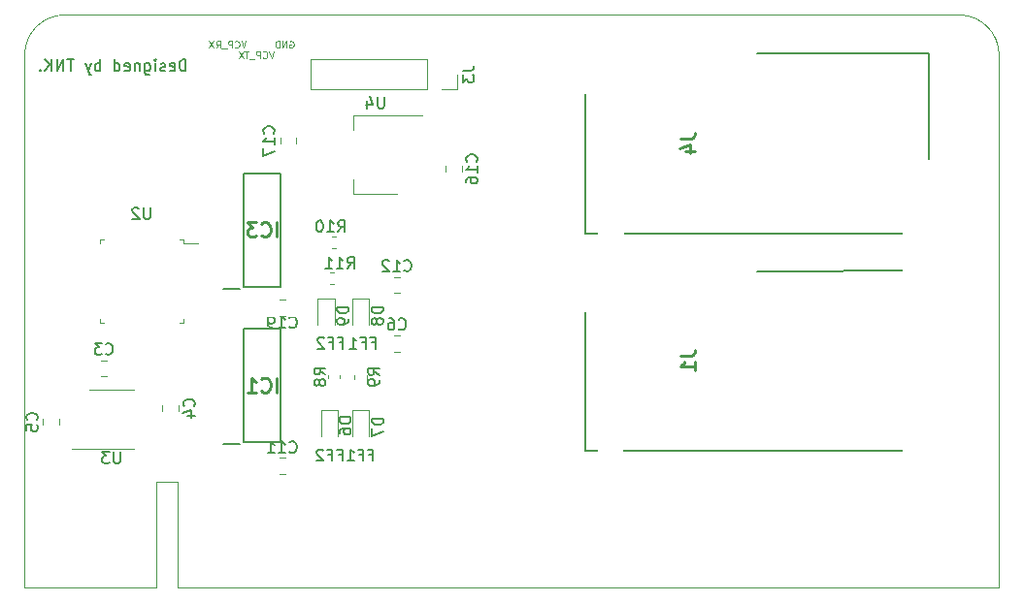
<source format=gbr>
G04 #@! TF.GenerationSoftware,KiCad,Pcbnew,(5.1.5)-3*
G04 #@! TF.CreationDate,2019-12-28T00:48:41+09:00*
G04 #@! TF.ProjectId,H-Bridge-MD,482d4272-6964-4676-952d-4d442e6b6963,rev?*
G04 #@! TF.SameCoordinates,Original*
G04 #@! TF.FileFunction,Legend,Bot*
G04 #@! TF.FilePolarity,Positive*
%FSLAX46Y46*%
G04 Gerber Fmt 4.6, Leading zero omitted, Abs format (unit mm)*
G04 Created by KiCad (PCBNEW (5.1.5)-3) date 2019-12-28 00:48:41*
%MOMM*%
%LPD*%
G04 APERTURE LIST*
%ADD10C,0.150000*%
%ADD11C,0.050000*%
%ADD12C,0.100000*%
%ADD13C,0.120000*%
%ADD14C,0.200000*%
%ADD15C,0.254000*%
%ADD16R,2.102000X3.902000*%
%ADD17R,2.102000X1.602000*%
%ADD18O,1.802000X1.802000*%
%ADD19R,1.802000X1.802000*%
%ADD20O,0.752000X0.752000*%
%ADD21R,0.752000X4.702000*%
%ADD22R,0.752000X3.702000*%
%ADD23C,5.202000*%
%ADD24O,2.902000X1.602000*%
%ADD25R,1.602000X0.752000*%
G04 APERTURE END LIST*
D10*
X64057142Y-44902380D02*
X64057142Y-43902380D01*
X63819047Y-43902380D01*
X63676190Y-43950000D01*
X63580952Y-44045238D01*
X63533333Y-44140476D01*
X63485714Y-44330952D01*
X63485714Y-44473809D01*
X63533333Y-44664285D01*
X63580952Y-44759523D01*
X63676190Y-44854761D01*
X63819047Y-44902380D01*
X64057142Y-44902380D01*
X62676190Y-44854761D02*
X62771428Y-44902380D01*
X62961904Y-44902380D01*
X63057142Y-44854761D01*
X63104761Y-44759523D01*
X63104761Y-44378571D01*
X63057142Y-44283333D01*
X62961904Y-44235714D01*
X62771428Y-44235714D01*
X62676190Y-44283333D01*
X62628571Y-44378571D01*
X62628571Y-44473809D01*
X63104761Y-44569047D01*
X62247619Y-44854761D02*
X62152380Y-44902380D01*
X61961904Y-44902380D01*
X61866666Y-44854761D01*
X61819047Y-44759523D01*
X61819047Y-44711904D01*
X61866666Y-44616666D01*
X61961904Y-44569047D01*
X62104761Y-44569047D01*
X62200000Y-44521428D01*
X62247619Y-44426190D01*
X62247619Y-44378571D01*
X62200000Y-44283333D01*
X62104761Y-44235714D01*
X61961904Y-44235714D01*
X61866666Y-44283333D01*
X61390476Y-44902380D02*
X61390476Y-44235714D01*
X61390476Y-43902380D02*
X61438095Y-43950000D01*
X61390476Y-43997619D01*
X61342857Y-43950000D01*
X61390476Y-43902380D01*
X61390476Y-43997619D01*
X60485714Y-44235714D02*
X60485714Y-45045238D01*
X60533333Y-45140476D01*
X60580952Y-45188095D01*
X60676190Y-45235714D01*
X60819047Y-45235714D01*
X60914285Y-45188095D01*
X60485714Y-44854761D02*
X60580952Y-44902380D01*
X60771428Y-44902380D01*
X60866666Y-44854761D01*
X60914285Y-44807142D01*
X60961904Y-44711904D01*
X60961904Y-44426190D01*
X60914285Y-44330952D01*
X60866666Y-44283333D01*
X60771428Y-44235714D01*
X60580952Y-44235714D01*
X60485714Y-44283333D01*
X60009523Y-44235714D02*
X60009523Y-44902380D01*
X60009523Y-44330952D02*
X59961904Y-44283333D01*
X59866666Y-44235714D01*
X59723809Y-44235714D01*
X59628571Y-44283333D01*
X59580952Y-44378571D01*
X59580952Y-44902380D01*
X58723809Y-44854761D02*
X58819047Y-44902380D01*
X59009523Y-44902380D01*
X59104761Y-44854761D01*
X59152380Y-44759523D01*
X59152380Y-44378571D01*
X59104761Y-44283333D01*
X59009523Y-44235714D01*
X58819047Y-44235714D01*
X58723809Y-44283333D01*
X58676190Y-44378571D01*
X58676190Y-44473809D01*
X59152380Y-44569047D01*
X57819047Y-44902380D02*
X57819047Y-43902380D01*
X57819047Y-44854761D02*
X57914285Y-44902380D01*
X58104761Y-44902380D01*
X58200000Y-44854761D01*
X58247619Y-44807142D01*
X58295238Y-44711904D01*
X58295238Y-44426190D01*
X58247619Y-44330952D01*
X58200000Y-44283333D01*
X58104761Y-44235714D01*
X57914285Y-44235714D01*
X57819047Y-44283333D01*
X56580952Y-44902380D02*
X56580952Y-43902380D01*
X56580952Y-44283333D02*
X56485714Y-44235714D01*
X56295238Y-44235714D01*
X56200000Y-44283333D01*
X56152380Y-44330952D01*
X56104761Y-44426190D01*
X56104761Y-44711904D01*
X56152380Y-44807142D01*
X56200000Y-44854761D01*
X56295238Y-44902380D01*
X56485714Y-44902380D01*
X56580952Y-44854761D01*
X55771428Y-44235714D02*
X55533333Y-44902380D01*
X55295238Y-44235714D02*
X55533333Y-44902380D01*
X55628571Y-45140476D01*
X55676190Y-45188095D01*
X55771428Y-45235714D01*
X54295238Y-43902380D02*
X53723809Y-43902380D01*
X54009523Y-44902380D02*
X54009523Y-43902380D01*
X53390476Y-44902380D02*
X53390476Y-43902380D01*
X52819047Y-44902380D01*
X52819047Y-43902380D01*
X52342857Y-44902380D02*
X52342857Y-43902380D01*
X51771428Y-44902380D02*
X52200000Y-44330952D01*
X51771428Y-43902380D02*
X52342857Y-44473809D01*
X51342857Y-44807142D02*
X51295238Y-44854761D01*
X51342857Y-44902380D01*
X51390476Y-44854761D01*
X51342857Y-44807142D01*
X51342857Y-44902380D01*
D11*
X50000000Y-90000000D02*
X61468000Y-90000000D01*
X63373000Y-90000000D02*
X135000000Y-90000000D01*
D12*
X73133342Y-42298400D02*
X73190485Y-42269828D01*
X73276200Y-42269828D01*
X73361914Y-42298400D01*
X73419057Y-42355542D01*
X73447628Y-42412685D01*
X73476200Y-42526971D01*
X73476200Y-42612685D01*
X73447628Y-42726971D01*
X73419057Y-42784114D01*
X73361914Y-42841257D01*
X73276200Y-42869828D01*
X73219057Y-42869828D01*
X73133342Y-42841257D01*
X73104771Y-42812685D01*
X73104771Y-42612685D01*
X73219057Y-42612685D01*
X72847628Y-42869828D02*
X72847628Y-42269828D01*
X72504771Y-42869828D01*
X72504771Y-42269828D01*
X72219057Y-42869828D02*
X72219057Y-42269828D01*
X72076200Y-42269828D01*
X71990485Y-42298400D01*
X71933342Y-42355542D01*
X71904771Y-42412685D01*
X71876200Y-42526971D01*
X71876200Y-42612685D01*
X71904771Y-42726971D01*
X71933342Y-42784114D01*
X71990485Y-42841257D01*
X72076200Y-42869828D01*
X72219057Y-42869828D01*
D11*
X63373000Y-80772000D02*
X61468000Y-80772000D01*
X50000000Y-43500000D02*
G75*
G02X53500000Y-40000000I3500000J0D01*
G01*
X131500000Y-40000000D02*
G75*
G02X135000000Y-43500000I0J-3500000D01*
G01*
D12*
X69290485Y-42269828D02*
X69090485Y-42869828D01*
X68890485Y-42269828D01*
X68347628Y-42812685D02*
X68376200Y-42841257D01*
X68461914Y-42869828D01*
X68519057Y-42869828D01*
X68604771Y-42841257D01*
X68661914Y-42784114D01*
X68690485Y-42726971D01*
X68719057Y-42612685D01*
X68719057Y-42526971D01*
X68690485Y-42412685D01*
X68661914Y-42355542D01*
X68604771Y-42298400D01*
X68519057Y-42269828D01*
X68461914Y-42269828D01*
X68376200Y-42298400D01*
X68347628Y-42326971D01*
X68090485Y-42869828D02*
X68090485Y-42269828D01*
X67861914Y-42269828D01*
X67804771Y-42298400D01*
X67776200Y-42326971D01*
X67747628Y-42384114D01*
X67747628Y-42469828D01*
X67776200Y-42526971D01*
X67804771Y-42555542D01*
X67861914Y-42584114D01*
X68090485Y-42584114D01*
X67633342Y-42926971D02*
X67176200Y-42926971D01*
X66690485Y-42869828D02*
X66890485Y-42584114D01*
X67033342Y-42869828D02*
X67033342Y-42269828D01*
X66804771Y-42269828D01*
X66747628Y-42298400D01*
X66719057Y-42326971D01*
X66690485Y-42384114D01*
X66690485Y-42469828D01*
X66719057Y-42526971D01*
X66747628Y-42555542D01*
X66804771Y-42584114D01*
X67033342Y-42584114D01*
X66490485Y-42269828D02*
X66090485Y-42869828D01*
X66090485Y-42269828D02*
X66490485Y-42869828D01*
X71719057Y-43169828D02*
X71519057Y-43769828D01*
X71319057Y-43169828D01*
X70776200Y-43712685D02*
X70804771Y-43741257D01*
X70890485Y-43769828D01*
X70947628Y-43769828D01*
X71033342Y-43741257D01*
X71090485Y-43684114D01*
X71119057Y-43626971D01*
X71147628Y-43512685D01*
X71147628Y-43426971D01*
X71119057Y-43312685D01*
X71090485Y-43255542D01*
X71033342Y-43198400D01*
X70947628Y-43169828D01*
X70890485Y-43169828D01*
X70804771Y-43198400D01*
X70776200Y-43226971D01*
X70519057Y-43769828D02*
X70519057Y-43169828D01*
X70290485Y-43169828D01*
X70233342Y-43198400D01*
X70204771Y-43226971D01*
X70176200Y-43284114D01*
X70176200Y-43369828D01*
X70204771Y-43426971D01*
X70233342Y-43455542D01*
X70290485Y-43484114D01*
X70519057Y-43484114D01*
X70061914Y-43826971D02*
X69604771Y-43826971D01*
X69547628Y-43169828D02*
X69204771Y-43169828D01*
X69376200Y-43769828D02*
X69376200Y-43169828D01*
X69061914Y-43169828D02*
X68661914Y-43769828D01*
X68661914Y-43169828D02*
X69061914Y-43769828D01*
D10*
X80261904Y-68626571D02*
X80595238Y-68626571D01*
X80595238Y-69150380D02*
X80595238Y-68150380D01*
X80119047Y-68150380D01*
X79404761Y-68626571D02*
X79738095Y-68626571D01*
X79738095Y-69150380D02*
X79738095Y-68150380D01*
X79261904Y-68150380D01*
X78357142Y-69150380D02*
X78928571Y-69150380D01*
X78642857Y-69150380D02*
X78642857Y-68150380D01*
X78738095Y-68293238D01*
X78833333Y-68388476D01*
X78928571Y-68436095D01*
X77439904Y-68626571D02*
X77773238Y-68626571D01*
X77773238Y-69150380D02*
X77773238Y-68150380D01*
X77297047Y-68150380D01*
X76582761Y-68626571D02*
X76916095Y-68626571D01*
X76916095Y-69150380D02*
X76916095Y-68150380D01*
X76439904Y-68150380D01*
X76106571Y-68245619D02*
X76058952Y-68198000D01*
X75963714Y-68150380D01*
X75725619Y-68150380D01*
X75630380Y-68198000D01*
X75582761Y-68245619D01*
X75535142Y-68340857D01*
X75535142Y-68436095D01*
X75582761Y-68578952D01*
X76154190Y-69150380D01*
X75535142Y-69150380D01*
X77361904Y-78428571D02*
X77695238Y-78428571D01*
X77695238Y-78952380D02*
X77695238Y-77952380D01*
X77219047Y-77952380D01*
X76504761Y-78428571D02*
X76838095Y-78428571D01*
X76838095Y-78952380D02*
X76838095Y-77952380D01*
X76361904Y-77952380D01*
X76028571Y-78047619D02*
X75980952Y-78000000D01*
X75885714Y-77952380D01*
X75647619Y-77952380D01*
X75552380Y-78000000D01*
X75504761Y-78047619D01*
X75457142Y-78142857D01*
X75457142Y-78238095D01*
X75504761Y-78380952D01*
X76076190Y-78952380D01*
X75457142Y-78952380D01*
X80061904Y-78428571D02*
X80395238Y-78428571D01*
X80395238Y-78952380D02*
X80395238Y-77952380D01*
X79919047Y-77952380D01*
X79204761Y-78428571D02*
X79538095Y-78428571D01*
X79538095Y-78952380D02*
X79538095Y-77952380D01*
X79061904Y-77952380D01*
X78157142Y-78952380D02*
X78728571Y-78952380D01*
X78442857Y-78952380D02*
X78442857Y-77952380D01*
X78538095Y-78095238D01*
X78633333Y-78190476D01*
X78728571Y-78238095D01*
D11*
X63373000Y-80772000D02*
X63373000Y-90000000D01*
X61468000Y-90000000D02*
X61468000Y-80772000D01*
X131500000Y-40000000D02*
X53500000Y-40000000D01*
X50000000Y-43500000D02*
X50000000Y-90000000D01*
X135000000Y-43500000D02*
X135000000Y-90000000D01*
D13*
X78690000Y-55610000D02*
X78690000Y-54350000D01*
X78690000Y-48790000D02*
X78690000Y-50050000D01*
X82450000Y-55610000D02*
X78690000Y-55610000D01*
X84700000Y-48790000D02*
X78690000Y-48790000D01*
X73710000Y-50741422D02*
X73710000Y-51258578D01*
X72290000Y-50741422D02*
X72290000Y-51258578D01*
X86690000Y-53721078D02*
X86690000Y-53203922D01*
X88110000Y-53721078D02*
X88110000Y-53203922D01*
X87740800Y-46530000D02*
X87740800Y-45200000D01*
X86410800Y-46530000D02*
X87740800Y-46530000D01*
X85140800Y-46530000D02*
X85140800Y-43870000D01*
X85140800Y-43870000D02*
X74920800Y-43870000D01*
X85140800Y-46530000D02*
X74920800Y-46530000D01*
X74920800Y-46530000D02*
X74920800Y-43870000D01*
D14*
X98900000Y-46950000D02*
X98900000Y-59103000D01*
X98900000Y-59103000D02*
X128864000Y-59100000D01*
X128864000Y-59100000D02*
X128850000Y-43350000D01*
X128860000Y-43350000D02*
X113900000Y-43368000D01*
X98900000Y-65950000D02*
X98900000Y-78103000D01*
X98900000Y-78103000D02*
X128864000Y-78100000D01*
X128864000Y-78100000D02*
X128850000Y-62350000D01*
X128860000Y-62350000D02*
X113900000Y-62368000D01*
D13*
X80035000Y-74502500D02*
X80035000Y-76787500D01*
X78565000Y-74502500D02*
X80035000Y-74502500D01*
X78565000Y-76787500D02*
X78565000Y-74502500D01*
X77335000Y-74502500D02*
X77335000Y-76787500D01*
X75865000Y-74502500D02*
X77335000Y-74502500D01*
X75865000Y-76787500D02*
X75865000Y-74502500D01*
X77035000Y-64765000D02*
X77035000Y-67050000D01*
X75565000Y-64765000D02*
X77035000Y-64765000D01*
X75565000Y-67050000D02*
X75565000Y-64765000D01*
X80035000Y-64765000D02*
X80035000Y-67050000D01*
X78565000Y-64765000D02*
X80035000Y-64765000D01*
X78565000Y-67050000D02*
X78565000Y-64765000D01*
X76649721Y-62490000D02*
X76975279Y-62490000D01*
X76649721Y-63510000D02*
X76975279Y-63510000D01*
X76824721Y-59390000D02*
X77150279Y-59390000D01*
X76824721Y-60410000D02*
X77150279Y-60410000D01*
X78790000Y-71437221D02*
X78790000Y-71762779D01*
X79810000Y-71437221D02*
X79810000Y-71762779D01*
X76490000Y-71424721D02*
X76490000Y-71750279D01*
X77510000Y-71424721D02*
X77510000Y-71750279D01*
X51590000Y-75821078D02*
X51590000Y-75303922D01*
X53010000Y-75821078D02*
X53010000Y-75303922D01*
X57575000Y-77860000D02*
X54125000Y-77860000D01*
X57575000Y-77860000D02*
X59525000Y-77860000D01*
X57575000Y-72740000D02*
X55625000Y-72740000D01*
X57575000Y-72740000D02*
X59525000Y-72740000D01*
X63808000Y-59936000D02*
X65123000Y-59936000D01*
X63808000Y-59636000D02*
X63808000Y-59936000D01*
X63508000Y-59636000D02*
X63808000Y-59636000D01*
X56588000Y-59636000D02*
X56588000Y-59936000D01*
X56888000Y-59636000D02*
X56588000Y-59636000D01*
X63808000Y-66856000D02*
X63808000Y-66556000D01*
X63508000Y-66856000D02*
X63808000Y-66856000D01*
X56588000Y-66856000D02*
X56588000Y-66556000D01*
X56888000Y-66856000D02*
X56588000Y-66856000D01*
D14*
X69139000Y-63751000D02*
X72339000Y-63751000D01*
X72339000Y-63751000D02*
X72339000Y-53851000D01*
X72339000Y-53851000D02*
X69139000Y-53851000D01*
X69139000Y-53851000D02*
X69139000Y-63751000D01*
X67289000Y-63921000D02*
X68789000Y-63921000D01*
X69139000Y-77340000D02*
X72339000Y-77340000D01*
X72339000Y-77340000D02*
X72339000Y-67440000D01*
X72339000Y-67440000D02*
X69139000Y-67440000D01*
X69139000Y-67440000D02*
X69139000Y-77340000D01*
X67289000Y-77510000D02*
X68789000Y-77510000D01*
D13*
X72203922Y-66310000D02*
X72721078Y-66310000D01*
X72203922Y-64890000D02*
X72721078Y-64890000D01*
X72203922Y-80110000D02*
X72721078Y-80110000D01*
X72203922Y-78690000D02*
X72721078Y-78690000D01*
X82721078Y-62890000D02*
X82203922Y-62890000D01*
X82721078Y-64310000D02*
X82203922Y-64310000D01*
X82721078Y-67990000D02*
X82203922Y-67990000D01*
X82721078Y-69410000D02*
X82203922Y-69410000D01*
X62028000Y-74596078D02*
X62028000Y-74078922D01*
X63448000Y-74596078D02*
X63448000Y-74078922D01*
X57154578Y-70156000D02*
X56637422Y-70156000D01*
X57154578Y-71576000D02*
X56637422Y-71576000D01*
D10*
X81361904Y-47152380D02*
X81361904Y-47961904D01*
X81314285Y-48057142D01*
X81266666Y-48104761D01*
X81171428Y-48152380D01*
X80980952Y-48152380D01*
X80885714Y-48104761D01*
X80838095Y-48057142D01*
X80790476Y-47961904D01*
X80790476Y-47152380D01*
X79885714Y-47485714D02*
X79885714Y-48152380D01*
X80123809Y-47104761D02*
X80361904Y-47819047D01*
X79742857Y-47819047D01*
X71707142Y-50357142D02*
X71754761Y-50309523D01*
X71802380Y-50166666D01*
X71802380Y-50071428D01*
X71754761Y-49928571D01*
X71659523Y-49833333D01*
X71564285Y-49785714D01*
X71373809Y-49738095D01*
X71230952Y-49738095D01*
X71040476Y-49785714D01*
X70945238Y-49833333D01*
X70850000Y-49928571D01*
X70802380Y-50071428D01*
X70802380Y-50166666D01*
X70850000Y-50309523D01*
X70897619Y-50357142D01*
X71802380Y-51309523D02*
X71802380Y-50738095D01*
X71802380Y-51023809D02*
X70802380Y-51023809D01*
X70945238Y-50928571D01*
X71040476Y-50833333D01*
X71088095Y-50738095D01*
X70802380Y-51642857D02*
X70802380Y-52309523D01*
X71802380Y-51880952D01*
X89407142Y-52819642D02*
X89454761Y-52772023D01*
X89502380Y-52629166D01*
X89502380Y-52533928D01*
X89454761Y-52391071D01*
X89359523Y-52295833D01*
X89264285Y-52248214D01*
X89073809Y-52200595D01*
X88930952Y-52200595D01*
X88740476Y-52248214D01*
X88645238Y-52295833D01*
X88550000Y-52391071D01*
X88502380Y-52533928D01*
X88502380Y-52629166D01*
X88550000Y-52772023D01*
X88597619Y-52819642D01*
X89502380Y-53772023D02*
X89502380Y-53200595D01*
X89502380Y-53486309D02*
X88502380Y-53486309D01*
X88645238Y-53391071D01*
X88740476Y-53295833D01*
X88788095Y-53200595D01*
X88502380Y-54629166D02*
X88502380Y-54438690D01*
X88550000Y-54343452D01*
X88597619Y-54295833D01*
X88740476Y-54200595D01*
X88930952Y-54152976D01*
X89311904Y-54152976D01*
X89407142Y-54200595D01*
X89454761Y-54248214D01*
X89502380Y-54343452D01*
X89502380Y-54533928D01*
X89454761Y-54629166D01*
X89407142Y-54676785D01*
X89311904Y-54724404D01*
X89073809Y-54724404D01*
X88978571Y-54676785D01*
X88930952Y-54629166D01*
X88883333Y-54533928D01*
X88883333Y-54343452D01*
X88930952Y-54248214D01*
X88978571Y-54200595D01*
X89073809Y-54152976D01*
X88193180Y-44866666D02*
X88907466Y-44866666D01*
X89050323Y-44819047D01*
X89145561Y-44723809D01*
X89193180Y-44580952D01*
X89193180Y-44485714D01*
X88193180Y-45247619D02*
X88193180Y-45866666D01*
X88574133Y-45533333D01*
X88574133Y-45676190D01*
X88621752Y-45771428D01*
X88669371Y-45819047D01*
X88764609Y-45866666D01*
X89002704Y-45866666D01*
X89097942Y-45819047D01*
X89145561Y-45771428D01*
X89193180Y-45676190D01*
X89193180Y-45390476D01*
X89145561Y-45295238D01*
X89097942Y-45247619D01*
D15*
X107204523Y-50776666D02*
X108111666Y-50776666D01*
X108293095Y-50716190D01*
X108414047Y-50595238D01*
X108474523Y-50413809D01*
X108474523Y-50292857D01*
X107627857Y-51925714D02*
X108474523Y-51925714D01*
X107144047Y-51623333D02*
X108051190Y-51320952D01*
X108051190Y-52107142D01*
X107204523Y-69776666D02*
X108111666Y-69776666D01*
X108293095Y-69716190D01*
X108414047Y-69595238D01*
X108474523Y-69413809D01*
X108474523Y-69292857D01*
X108474523Y-71046666D02*
X108474523Y-70320952D01*
X108474523Y-70683809D02*
X107204523Y-70683809D01*
X107385952Y-70562857D01*
X107506904Y-70441904D01*
X107567380Y-70320952D01*
D10*
X81302380Y-75249404D02*
X80302380Y-75249404D01*
X80302380Y-75487500D01*
X80350000Y-75630357D01*
X80445238Y-75725595D01*
X80540476Y-75773214D01*
X80730952Y-75820833D01*
X80873809Y-75820833D01*
X81064285Y-75773214D01*
X81159523Y-75725595D01*
X81254761Y-75630357D01*
X81302380Y-75487500D01*
X81302380Y-75249404D01*
X80302380Y-76154166D02*
X80302380Y-76820833D01*
X81302380Y-76392261D01*
X78452380Y-75136904D02*
X77452380Y-75136904D01*
X77452380Y-75375000D01*
X77500000Y-75517857D01*
X77595238Y-75613095D01*
X77690476Y-75660714D01*
X77880952Y-75708333D01*
X78023809Y-75708333D01*
X78214285Y-75660714D01*
X78309523Y-75613095D01*
X78404761Y-75517857D01*
X78452380Y-75375000D01*
X78452380Y-75136904D01*
X77452380Y-76565476D02*
X77452380Y-76375000D01*
X77500000Y-76279761D01*
X77547619Y-76232142D01*
X77690476Y-76136904D01*
X77880952Y-76089285D01*
X78261904Y-76089285D01*
X78357142Y-76136904D01*
X78404761Y-76184523D01*
X78452380Y-76279761D01*
X78452380Y-76470238D01*
X78404761Y-76565476D01*
X78357142Y-76613095D01*
X78261904Y-76660714D01*
X78023809Y-76660714D01*
X77928571Y-76613095D01*
X77880952Y-76565476D01*
X77833333Y-76470238D01*
X77833333Y-76279761D01*
X77880952Y-76184523D01*
X77928571Y-76136904D01*
X78023809Y-76089285D01*
X78252380Y-65511904D02*
X77252380Y-65511904D01*
X77252380Y-65750000D01*
X77300000Y-65892857D01*
X77395238Y-65988095D01*
X77490476Y-66035714D01*
X77680952Y-66083333D01*
X77823809Y-66083333D01*
X78014285Y-66035714D01*
X78109523Y-65988095D01*
X78204761Y-65892857D01*
X78252380Y-65750000D01*
X78252380Y-65511904D01*
X78252380Y-66559523D02*
X78252380Y-66750000D01*
X78204761Y-66845238D01*
X78157142Y-66892857D01*
X78014285Y-66988095D01*
X77823809Y-67035714D01*
X77442857Y-67035714D01*
X77347619Y-66988095D01*
X77300000Y-66940476D01*
X77252380Y-66845238D01*
X77252380Y-66654761D01*
X77300000Y-66559523D01*
X77347619Y-66511904D01*
X77442857Y-66464285D01*
X77680952Y-66464285D01*
X77776190Y-66511904D01*
X77823809Y-66559523D01*
X77871428Y-66654761D01*
X77871428Y-66845238D01*
X77823809Y-66940476D01*
X77776190Y-66988095D01*
X77680952Y-67035714D01*
X81252380Y-65511904D02*
X80252380Y-65511904D01*
X80252380Y-65750000D01*
X80300000Y-65892857D01*
X80395238Y-65988095D01*
X80490476Y-66035714D01*
X80680952Y-66083333D01*
X80823809Y-66083333D01*
X81014285Y-66035714D01*
X81109523Y-65988095D01*
X81204761Y-65892857D01*
X81252380Y-65750000D01*
X81252380Y-65511904D01*
X80680952Y-66654761D02*
X80633333Y-66559523D01*
X80585714Y-66511904D01*
X80490476Y-66464285D01*
X80442857Y-66464285D01*
X80347619Y-66511904D01*
X80300000Y-66559523D01*
X80252380Y-66654761D01*
X80252380Y-66845238D01*
X80300000Y-66940476D01*
X80347619Y-66988095D01*
X80442857Y-67035714D01*
X80490476Y-67035714D01*
X80585714Y-66988095D01*
X80633333Y-66940476D01*
X80680952Y-66845238D01*
X80680952Y-66654761D01*
X80728571Y-66559523D01*
X80776190Y-66511904D01*
X80871428Y-66464285D01*
X81061904Y-66464285D01*
X81157142Y-66511904D01*
X81204761Y-66559523D01*
X81252380Y-66654761D01*
X81252380Y-66845238D01*
X81204761Y-66940476D01*
X81157142Y-66988095D01*
X81061904Y-67035714D01*
X80871428Y-67035714D01*
X80776190Y-66988095D01*
X80728571Y-66940476D01*
X80680952Y-66845238D01*
X78142857Y-62152380D02*
X78476190Y-61676190D01*
X78714285Y-62152380D02*
X78714285Y-61152380D01*
X78333333Y-61152380D01*
X78238095Y-61200000D01*
X78190476Y-61247619D01*
X78142857Y-61342857D01*
X78142857Y-61485714D01*
X78190476Y-61580952D01*
X78238095Y-61628571D01*
X78333333Y-61676190D01*
X78714285Y-61676190D01*
X77190476Y-62152380D02*
X77761904Y-62152380D01*
X77476190Y-62152380D02*
X77476190Y-61152380D01*
X77571428Y-61295238D01*
X77666666Y-61390476D01*
X77761904Y-61438095D01*
X76238095Y-62152380D02*
X76809523Y-62152380D01*
X76523809Y-62152380D02*
X76523809Y-61152380D01*
X76619047Y-61295238D01*
X76714285Y-61390476D01*
X76809523Y-61438095D01*
X77342857Y-58952380D02*
X77676190Y-58476190D01*
X77914285Y-58952380D02*
X77914285Y-57952380D01*
X77533333Y-57952380D01*
X77438095Y-58000000D01*
X77390476Y-58047619D01*
X77342857Y-58142857D01*
X77342857Y-58285714D01*
X77390476Y-58380952D01*
X77438095Y-58428571D01*
X77533333Y-58476190D01*
X77914285Y-58476190D01*
X76390476Y-58952380D02*
X76961904Y-58952380D01*
X76676190Y-58952380D02*
X76676190Y-57952380D01*
X76771428Y-58095238D01*
X76866666Y-58190476D01*
X76961904Y-58238095D01*
X75771428Y-57952380D02*
X75676190Y-57952380D01*
X75580952Y-58000000D01*
X75533333Y-58047619D01*
X75485714Y-58142857D01*
X75438095Y-58333333D01*
X75438095Y-58571428D01*
X75485714Y-58761904D01*
X75533333Y-58857142D01*
X75580952Y-58904761D01*
X75676190Y-58952380D01*
X75771428Y-58952380D01*
X75866666Y-58904761D01*
X75914285Y-58857142D01*
X75961904Y-58761904D01*
X76009523Y-58571428D01*
X76009523Y-58333333D01*
X75961904Y-58142857D01*
X75914285Y-58047619D01*
X75866666Y-58000000D01*
X75771428Y-57952380D01*
X80952380Y-71433333D02*
X80476190Y-71100000D01*
X80952380Y-70861904D02*
X79952380Y-70861904D01*
X79952380Y-71242857D01*
X80000000Y-71338095D01*
X80047619Y-71385714D01*
X80142857Y-71433333D01*
X80285714Y-71433333D01*
X80380952Y-71385714D01*
X80428571Y-71338095D01*
X80476190Y-71242857D01*
X80476190Y-70861904D01*
X80952380Y-71909523D02*
X80952380Y-72100000D01*
X80904761Y-72195238D01*
X80857142Y-72242857D01*
X80714285Y-72338095D01*
X80523809Y-72385714D01*
X80142857Y-72385714D01*
X80047619Y-72338095D01*
X80000000Y-72290476D01*
X79952380Y-72195238D01*
X79952380Y-72004761D01*
X80000000Y-71909523D01*
X80047619Y-71861904D01*
X80142857Y-71814285D01*
X80380952Y-71814285D01*
X80476190Y-71861904D01*
X80523809Y-71909523D01*
X80571428Y-72004761D01*
X80571428Y-72195238D01*
X80523809Y-72290476D01*
X80476190Y-72338095D01*
X80380952Y-72385714D01*
X76252380Y-71420833D02*
X75776190Y-71087500D01*
X76252380Y-70849404D02*
X75252380Y-70849404D01*
X75252380Y-71230357D01*
X75300000Y-71325595D01*
X75347619Y-71373214D01*
X75442857Y-71420833D01*
X75585714Y-71420833D01*
X75680952Y-71373214D01*
X75728571Y-71325595D01*
X75776190Y-71230357D01*
X75776190Y-70849404D01*
X75680952Y-71992261D02*
X75633333Y-71897023D01*
X75585714Y-71849404D01*
X75490476Y-71801785D01*
X75442857Y-71801785D01*
X75347619Y-71849404D01*
X75300000Y-71897023D01*
X75252380Y-71992261D01*
X75252380Y-72182738D01*
X75300000Y-72277976D01*
X75347619Y-72325595D01*
X75442857Y-72373214D01*
X75490476Y-72373214D01*
X75585714Y-72325595D01*
X75633333Y-72277976D01*
X75680952Y-72182738D01*
X75680952Y-71992261D01*
X75728571Y-71897023D01*
X75776190Y-71849404D01*
X75871428Y-71801785D01*
X76061904Y-71801785D01*
X76157142Y-71849404D01*
X76204761Y-71897023D01*
X76252380Y-71992261D01*
X76252380Y-72182738D01*
X76204761Y-72277976D01*
X76157142Y-72325595D01*
X76061904Y-72373214D01*
X75871428Y-72373214D01*
X75776190Y-72325595D01*
X75728571Y-72277976D01*
X75680952Y-72182738D01*
X51057142Y-75395833D02*
X51104761Y-75348214D01*
X51152380Y-75205357D01*
X51152380Y-75110119D01*
X51104761Y-74967261D01*
X51009523Y-74872023D01*
X50914285Y-74824404D01*
X50723809Y-74776785D01*
X50580952Y-74776785D01*
X50390476Y-74824404D01*
X50295238Y-74872023D01*
X50200000Y-74967261D01*
X50152380Y-75110119D01*
X50152380Y-75205357D01*
X50200000Y-75348214D01*
X50247619Y-75395833D01*
X50152380Y-76300595D02*
X50152380Y-75824404D01*
X50628571Y-75776785D01*
X50580952Y-75824404D01*
X50533333Y-75919642D01*
X50533333Y-76157738D01*
X50580952Y-76252976D01*
X50628571Y-76300595D01*
X50723809Y-76348214D01*
X50961904Y-76348214D01*
X51057142Y-76300595D01*
X51104761Y-76252976D01*
X51152380Y-76157738D01*
X51152380Y-75919642D01*
X51104761Y-75824404D01*
X51057142Y-75776785D01*
X58336904Y-78152380D02*
X58336904Y-78961904D01*
X58289285Y-79057142D01*
X58241666Y-79104761D01*
X58146428Y-79152380D01*
X57955952Y-79152380D01*
X57860714Y-79104761D01*
X57813095Y-79057142D01*
X57765476Y-78961904D01*
X57765476Y-78152380D01*
X57384523Y-78152380D02*
X56765476Y-78152380D01*
X57098809Y-78533333D01*
X56955952Y-78533333D01*
X56860714Y-78580952D01*
X56813095Y-78628571D01*
X56765476Y-78723809D01*
X56765476Y-78961904D01*
X56813095Y-79057142D01*
X56860714Y-79104761D01*
X56955952Y-79152380D01*
X57241666Y-79152380D01*
X57336904Y-79104761D01*
X57384523Y-79057142D01*
X60959904Y-56818380D02*
X60959904Y-57627904D01*
X60912285Y-57723142D01*
X60864666Y-57770761D01*
X60769428Y-57818380D01*
X60578952Y-57818380D01*
X60483714Y-57770761D01*
X60436095Y-57723142D01*
X60388476Y-57627904D01*
X60388476Y-56818380D01*
X59959904Y-56913619D02*
X59912285Y-56866000D01*
X59817047Y-56818380D01*
X59578952Y-56818380D01*
X59483714Y-56866000D01*
X59436095Y-56913619D01*
X59388476Y-57008857D01*
X59388476Y-57104095D01*
X59436095Y-57246952D01*
X60007523Y-57818380D01*
X59388476Y-57818380D01*
D15*
X71978761Y-59375523D02*
X71978761Y-58105523D01*
X70648285Y-59254571D02*
X70708761Y-59315047D01*
X70890190Y-59375523D01*
X71011142Y-59375523D01*
X71192571Y-59315047D01*
X71313523Y-59194095D01*
X71374000Y-59073142D01*
X71434476Y-58831238D01*
X71434476Y-58649809D01*
X71374000Y-58407904D01*
X71313523Y-58286952D01*
X71192571Y-58166000D01*
X71011142Y-58105523D01*
X70890190Y-58105523D01*
X70708761Y-58166000D01*
X70648285Y-58226476D01*
X70224952Y-58105523D02*
X69438761Y-58105523D01*
X69862095Y-58589333D01*
X69680666Y-58589333D01*
X69559714Y-58649809D01*
X69499238Y-58710285D01*
X69438761Y-58831238D01*
X69438761Y-59133619D01*
X69499238Y-59254571D01*
X69559714Y-59315047D01*
X69680666Y-59375523D01*
X70043523Y-59375523D01*
X70164476Y-59315047D01*
X70224952Y-59254571D01*
X71978761Y-72964523D02*
X71978761Y-71694523D01*
X70648285Y-72843571D02*
X70708761Y-72904047D01*
X70890190Y-72964523D01*
X71011142Y-72964523D01*
X71192571Y-72904047D01*
X71313523Y-72783095D01*
X71374000Y-72662142D01*
X71434476Y-72420238D01*
X71434476Y-72238809D01*
X71374000Y-71996904D01*
X71313523Y-71875952D01*
X71192571Y-71755000D01*
X71011142Y-71694523D01*
X70890190Y-71694523D01*
X70708761Y-71755000D01*
X70648285Y-71815476D01*
X69438761Y-72964523D02*
X70164476Y-72964523D01*
X69801619Y-72964523D02*
X69801619Y-71694523D01*
X69922571Y-71875952D01*
X70043523Y-71996904D01*
X70164476Y-72057380D01*
D10*
X73105357Y-67257142D02*
X73152976Y-67304761D01*
X73295833Y-67352380D01*
X73391071Y-67352380D01*
X73533928Y-67304761D01*
X73629166Y-67209523D01*
X73676785Y-67114285D01*
X73724404Y-66923809D01*
X73724404Y-66780952D01*
X73676785Y-66590476D01*
X73629166Y-66495238D01*
X73533928Y-66400000D01*
X73391071Y-66352380D01*
X73295833Y-66352380D01*
X73152976Y-66400000D01*
X73105357Y-66447619D01*
X72152976Y-67352380D02*
X72724404Y-67352380D01*
X72438690Y-67352380D02*
X72438690Y-66352380D01*
X72533928Y-66495238D01*
X72629166Y-66590476D01*
X72724404Y-66638095D01*
X71676785Y-67352380D02*
X71486309Y-67352380D01*
X71391071Y-67304761D01*
X71343452Y-67257142D01*
X71248214Y-67114285D01*
X71200595Y-66923809D01*
X71200595Y-66542857D01*
X71248214Y-66447619D01*
X71295833Y-66400000D01*
X71391071Y-66352380D01*
X71581547Y-66352380D01*
X71676785Y-66400000D01*
X71724404Y-66447619D01*
X71772023Y-66542857D01*
X71772023Y-66780952D01*
X71724404Y-66876190D01*
X71676785Y-66923809D01*
X71581547Y-66971428D01*
X71391071Y-66971428D01*
X71295833Y-66923809D01*
X71248214Y-66876190D01*
X71200595Y-66780952D01*
X73105357Y-78151142D02*
X73152976Y-78198761D01*
X73295833Y-78246380D01*
X73391071Y-78246380D01*
X73533928Y-78198761D01*
X73629166Y-78103523D01*
X73676785Y-78008285D01*
X73724404Y-77817809D01*
X73724404Y-77674952D01*
X73676785Y-77484476D01*
X73629166Y-77389238D01*
X73533928Y-77294000D01*
X73391071Y-77246380D01*
X73295833Y-77246380D01*
X73152976Y-77294000D01*
X73105357Y-77341619D01*
X72152976Y-78246380D02*
X72724404Y-78246380D01*
X72438690Y-78246380D02*
X72438690Y-77246380D01*
X72533928Y-77389238D01*
X72629166Y-77484476D01*
X72724404Y-77532095D01*
X71200595Y-78246380D02*
X71772023Y-78246380D01*
X71486309Y-78246380D02*
X71486309Y-77246380D01*
X71581547Y-77389238D01*
X71676785Y-77484476D01*
X71772023Y-77532095D01*
X83105357Y-62307142D02*
X83152976Y-62354761D01*
X83295833Y-62402380D01*
X83391071Y-62402380D01*
X83533928Y-62354761D01*
X83629166Y-62259523D01*
X83676785Y-62164285D01*
X83724404Y-61973809D01*
X83724404Y-61830952D01*
X83676785Y-61640476D01*
X83629166Y-61545238D01*
X83533928Y-61450000D01*
X83391071Y-61402380D01*
X83295833Y-61402380D01*
X83152976Y-61450000D01*
X83105357Y-61497619D01*
X82152976Y-62402380D02*
X82724404Y-62402380D01*
X82438690Y-62402380D02*
X82438690Y-61402380D01*
X82533928Y-61545238D01*
X82629166Y-61640476D01*
X82724404Y-61688095D01*
X81772023Y-61497619D02*
X81724404Y-61450000D01*
X81629166Y-61402380D01*
X81391071Y-61402380D01*
X81295833Y-61450000D01*
X81248214Y-61497619D01*
X81200595Y-61592857D01*
X81200595Y-61688095D01*
X81248214Y-61830952D01*
X81819642Y-62402380D01*
X81200595Y-62402380D01*
X82629166Y-67407142D02*
X82676785Y-67454761D01*
X82819642Y-67502380D01*
X82914880Y-67502380D01*
X83057738Y-67454761D01*
X83152976Y-67359523D01*
X83200595Y-67264285D01*
X83248214Y-67073809D01*
X83248214Y-66930952D01*
X83200595Y-66740476D01*
X83152976Y-66645238D01*
X83057738Y-66550000D01*
X82914880Y-66502380D01*
X82819642Y-66502380D01*
X82676785Y-66550000D01*
X82629166Y-66597619D01*
X81772023Y-66502380D02*
X81962500Y-66502380D01*
X82057738Y-66550000D01*
X82105357Y-66597619D01*
X82200595Y-66740476D01*
X82248214Y-66930952D01*
X82248214Y-67311904D01*
X82200595Y-67407142D01*
X82152976Y-67454761D01*
X82057738Y-67502380D01*
X81867261Y-67502380D01*
X81772023Y-67454761D01*
X81724404Y-67407142D01*
X81676785Y-67311904D01*
X81676785Y-67073809D01*
X81724404Y-66978571D01*
X81772023Y-66930952D01*
X81867261Y-66883333D01*
X82057738Y-66883333D01*
X82152976Y-66930952D01*
X82200595Y-66978571D01*
X82248214Y-67073809D01*
X64745142Y-74170833D02*
X64792761Y-74123214D01*
X64840380Y-73980357D01*
X64840380Y-73885119D01*
X64792761Y-73742261D01*
X64697523Y-73647023D01*
X64602285Y-73599404D01*
X64411809Y-73551785D01*
X64268952Y-73551785D01*
X64078476Y-73599404D01*
X63983238Y-73647023D01*
X63888000Y-73742261D01*
X63840380Y-73885119D01*
X63840380Y-73980357D01*
X63888000Y-74123214D01*
X63935619Y-74170833D01*
X64173714Y-75027976D02*
X64840380Y-75027976D01*
X63792761Y-74789880D02*
X64507047Y-74551785D01*
X64507047Y-75170833D01*
X57062666Y-69573142D02*
X57110285Y-69620761D01*
X57253142Y-69668380D01*
X57348380Y-69668380D01*
X57491238Y-69620761D01*
X57586476Y-69525523D01*
X57634095Y-69430285D01*
X57681714Y-69239809D01*
X57681714Y-69096952D01*
X57634095Y-68906476D01*
X57586476Y-68811238D01*
X57491238Y-68716000D01*
X57348380Y-68668380D01*
X57253142Y-68668380D01*
X57110285Y-68716000D01*
X57062666Y-68763619D01*
X56729333Y-68668380D02*
X56110285Y-68668380D01*
X56443619Y-69049333D01*
X56300761Y-69049333D01*
X56205523Y-69096952D01*
X56157904Y-69144571D01*
X56110285Y-69239809D01*
X56110285Y-69477904D01*
X56157904Y-69573142D01*
X56205523Y-69620761D01*
X56300761Y-69668380D01*
X56586476Y-69668380D01*
X56681714Y-69620761D01*
X56729333Y-69573142D01*
%LPC*%
D16*
X77450000Y-52200000D03*
D17*
X83750000Y-52200000D03*
X83750000Y-54500000D03*
X83750000Y-49900000D03*
D12*
G36*
X73508141Y-51400297D02*
G01*
X73534278Y-51404174D01*
X73559909Y-51410594D01*
X73584788Y-51419495D01*
X73608674Y-51430793D01*
X73631337Y-51444377D01*
X73652560Y-51460117D01*
X73672139Y-51477861D01*
X73689883Y-51497440D01*
X73705623Y-51518663D01*
X73719207Y-51541326D01*
X73730505Y-51565212D01*
X73739406Y-51590091D01*
X73745826Y-51615722D01*
X73749703Y-51641859D01*
X73751000Y-51668250D01*
X73751000Y-52206750D01*
X73749703Y-52233141D01*
X73745826Y-52259278D01*
X73739406Y-52284909D01*
X73730505Y-52309788D01*
X73719207Y-52333674D01*
X73705623Y-52356337D01*
X73689883Y-52377560D01*
X73672139Y-52397139D01*
X73652560Y-52414883D01*
X73631337Y-52430623D01*
X73608674Y-52444207D01*
X73584788Y-52455505D01*
X73559909Y-52464406D01*
X73534278Y-52470826D01*
X73508141Y-52474703D01*
X73481750Y-52476000D01*
X72518250Y-52476000D01*
X72491859Y-52474703D01*
X72465722Y-52470826D01*
X72440091Y-52464406D01*
X72415212Y-52455505D01*
X72391326Y-52444207D01*
X72368663Y-52430623D01*
X72347440Y-52414883D01*
X72327861Y-52397139D01*
X72310117Y-52377560D01*
X72294377Y-52356337D01*
X72280793Y-52333674D01*
X72269495Y-52309788D01*
X72260594Y-52284909D01*
X72254174Y-52259278D01*
X72250297Y-52233141D01*
X72249000Y-52206750D01*
X72249000Y-51668250D01*
X72250297Y-51641859D01*
X72254174Y-51615722D01*
X72260594Y-51590091D01*
X72269495Y-51565212D01*
X72280793Y-51541326D01*
X72294377Y-51518663D01*
X72310117Y-51497440D01*
X72327861Y-51477861D01*
X72347440Y-51460117D01*
X72368663Y-51444377D01*
X72391326Y-51430793D01*
X72415212Y-51419495D01*
X72440091Y-51410594D01*
X72465722Y-51404174D01*
X72491859Y-51400297D01*
X72518250Y-51399000D01*
X73481750Y-51399000D01*
X73508141Y-51400297D01*
G37*
G36*
X73508141Y-49525297D02*
G01*
X73534278Y-49529174D01*
X73559909Y-49535594D01*
X73584788Y-49544495D01*
X73608674Y-49555793D01*
X73631337Y-49569377D01*
X73652560Y-49585117D01*
X73672139Y-49602861D01*
X73689883Y-49622440D01*
X73705623Y-49643663D01*
X73719207Y-49666326D01*
X73730505Y-49690212D01*
X73739406Y-49715091D01*
X73745826Y-49740722D01*
X73749703Y-49766859D01*
X73751000Y-49793250D01*
X73751000Y-50331750D01*
X73749703Y-50358141D01*
X73745826Y-50384278D01*
X73739406Y-50409909D01*
X73730505Y-50434788D01*
X73719207Y-50458674D01*
X73705623Y-50481337D01*
X73689883Y-50502560D01*
X73672139Y-50522139D01*
X73652560Y-50539883D01*
X73631337Y-50555623D01*
X73608674Y-50569207D01*
X73584788Y-50580505D01*
X73559909Y-50589406D01*
X73534278Y-50595826D01*
X73508141Y-50599703D01*
X73481750Y-50601000D01*
X72518250Y-50601000D01*
X72491859Y-50599703D01*
X72465722Y-50595826D01*
X72440091Y-50589406D01*
X72415212Y-50580505D01*
X72391326Y-50569207D01*
X72368663Y-50555623D01*
X72347440Y-50539883D01*
X72327861Y-50522139D01*
X72310117Y-50502560D01*
X72294377Y-50481337D01*
X72280793Y-50458674D01*
X72269495Y-50434788D01*
X72260594Y-50409909D01*
X72254174Y-50384278D01*
X72250297Y-50358141D01*
X72249000Y-50331750D01*
X72249000Y-49793250D01*
X72250297Y-49766859D01*
X72254174Y-49740722D01*
X72260594Y-49715091D01*
X72269495Y-49690212D01*
X72280793Y-49666326D01*
X72294377Y-49643663D01*
X72310117Y-49622440D01*
X72327861Y-49602861D01*
X72347440Y-49585117D01*
X72368663Y-49569377D01*
X72391326Y-49555793D01*
X72415212Y-49544495D01*
X72440091Y-49535594D01*
X72465722Y-49529174D01*
X72491859Y-49525297D01*
X72518250Y-49524000D01*
X73481750Y-49524000D01*
X73508141Y-49525297D01*
G37*
G36*
X87908141Y-51987797D02*
G01*
X87934278Y-51991674D01*
X87959909Y-51998094D01*
X87984788Y-52006995D01*
X88008674Y-52018293D01*
X88031337Y-52031877D01*
X88052560Y-52047617D01*
X88072139Y-52065361D01*
X88089883Y-52084940D01*
X88105623Y-52106163D01*
X88119207Y-52128826D01*
X88130505Y-52152712D01*
X88139406Y-52177591D01*
X88145826Y-52203222D01*
X88149703Y-52229359D01*
X88151000Y-52255750D01*
X88151000Y-52794250D01*
X88149703Y-52820641D01*
X88145826Y-52846778D01*
X88139406Y-52872409D01*
X88130505Y-52897288D01*
X88119207Y-52921174D01*
X88105623Y-52943837D01*
X88089883Y-52965060D01*
X88072139Y-52984639D01*
X88052560Y-53002383D01*
X88031337Y-53018123D01*
X88008674Y-53031707D01*
X87984788Y-53043005D01*
X87959909Y-53051906D01*
X87934278Y-53058326D01*
X87908141Y-53062203D01*
X87881750Y-53063500D01*
X86918250Y-53063500D01*
X86891859Y-53062203D01*
X86865722Y-53058326D01*
X86840091Y-53051906D01*
X86815212Y-53043005D01*
X86791326Y-53031707D01*
X86768663Y-53018123D01*
X86747440Y-53002383D01*
X86727861Y-52984639D01*
X86710117Y-52965060D01*
X86694377Y-52943837D01*
X86680793Y-52921174D01*
X86669495Y-52897288D01*
X86660594Y-52872409D01*
X86654174Y-52846778D01*
X86650297Y-52820641D01*
X86649000Y-52794250D01*
X86649000Y-52255750D01*
X86650297Y-52229359D01*
X86654174Y-52203222D01*
X86660594Y-52177591D01*
X86669495Y-52152712D01*
X86680793Y-52128826D01*
X86694377Y-52106163D01*
X86710117Y-52084940D01*
X86727861Y-52065361D01*
X86747440Y-52047617D01*
X86768663Y-52031877D01*
X86791326Y-52018293D01*
X86815212Y-52006995D01*
X86840091Y-51998094D01*
X86865722Y-51991674D01*
X86891859Y-51987797D01*
X86918250Y-51986500D01*
X87881750Y-51986500D01*
X87908141Y-51987797D01*
G37*
G36*
X87908141Y-53862797D02*
G01*
X87934278Y-53866674D01*
X87959909Y-53873094D01*
X87984788Y-53881995D01*
X88008674Y-53893293D01*
X88031337Y-53906877D01*
X88052560Y-53922617D01*
X88072139Y-53940361D01*
X88089883Y-53959940D01*
X88105623Y-53981163D01*
X88119207Y-54003826D01*
X88130505Y-54027712D01*
X88139406Y-54052591D01*
X88145826Y-54078222D01*
X88149703Y-54104359D01*
X88151000Y-54130750D01*
X88151000Y-54669250D01*
X88149703Y-54695641D01*
X88145826Y-54721778D01*
X88139406Y-54747409D01*
X88130505Y-54772288D01*
X88119207Y-54796174D01*
X88105623Y-54818837D01*
X88089883Y-54840060D01*
X88072139Y-54859639D01*
X88052560Y-54877383D01*
X88031337Y-54893123D01*
X88008674Y-54906707D01*
X87984788Y-54918005D01*
X87959909Y-54926906D01*
X87934278Y-54933326D01*
X87908141Y-54937203D01*
X87881750Y-54938500D01*
X86918250Y-54938500D01*
X86891859Y-54937203D01*
X86865722Y-54933326D01*
X86840091Y-54926906D01*
X86815212Y-54918005D01*
X86791326Y-54906707D01*
X86768663Y-54893123D01*
X86747440Y-54877383D01*
X86727861Y-54859639D01*
X86710117Y-54840060D01*
X86694377Y-54818837D01*
X86680793Y-54796174D01*
X86669495Y-54772288D01*
X86660594Y-54747409D01*
X86654174Y-54721778D01*
X86650297Y-54695641D01*
X86649000Y-54669250D01*
X86649000Y-54130750D01*
X86650297Y-54104359D01*
X86654174Y-54078222D01*
X86660594Y-54052591D01*
X86669495Y-54027712D01*
X86680793Y-54003826D01*
X86694377Y-53981163D01*
X86710117Y-53959940D01*
X86727861Y-53940361D01*
X86747440Y-53922617D01*
X86768663Y-53906877D01*
X86791326Y-53893293D01*
X86815212Y-53881995D01*
X86840091Y-53873094D01*
X86865722Y-53866674D01*
X86891859Y-53862797D01*
X86918250Y-53861500D01*
X87881750Y-53861500D01*
X87908141Y-53862797D01*
G37*
D18*
X76250800Y-45200000D03*
X78790800Y-45200000D03*
X81330800Y-45200000D03*
X83870800Y-45200000D03*
D19*
X86410800Y-45200000D03*
D18*
X67589400Y-45200000D03*
X70129400Y-45200000D03*
D19*
X72669400Y-45200000D03*
D20*
X127970000Y-88750000D03*
X123970000Y-88750000D03*
X124970000Y-88750000D03*
X129970000Y-88750000D03*
X121970000Y-88750000D03*
D21*
X120970000Y-86450000D03*
X130970000Y-86450000D03*
X125970000Y-86450000D03*
X126970000Y-86450000D03*
D20*
X125970000Y-88750000D03*
X126970000Y-88750000D03*
D21*
X129970000Y-86450000D03*
D20*
X128970000Y-88750000D03*
D21*
X128970000Y-86450000D03*
X133970000Y-86450000D03*
X131970000Y-86450000D03*
D20*
X130970000Y-88750000D03*
D21*
X122970000Y-86450000D03*
D20*
X122970000Y-88750000D03*
X120970000Y-88750000D03*
D21*
X127970000Y-86450000D03*
D20*
X133970000Y-88750000D03*
X132970000Y-88750000D03*
D21*
X132970000Y-86450000D03*
D20*
X131970000Y-88750000D03*
D21*
X124970000Y-86450000D03*
X100970000Y-86450000D03*
X103970000Y-86450000D03*
X101970000Y-86450000D03*
X102970000Y-86450000D03*
X104970000Y-86450000D03*
X110970000Y-86450000D03*
D20*
X107970000Y-88750000D03*
X100970000Y-88750000D03*
D21*
X111970000Y-86450000D03*
D20*
X104970000Y-88750000D03*
X108970000Y-88750000D03*
X101970000Y-88750000D03*
X102970000Y-88750000D03*
X111970000Y-88750000D03*
X105970000Y-88750000D03*
X110970000Y-88750000D03*
X103970000Y-88750000D03*
D21*
X105970000Y-86450000D03*
X106970000Y-86450000D03*
D20*
X115970000Y-88750000D03*
D21*
X107970000Y-86450000D03*
X108970000Y-86450000D03*
D20*
X114970000Y-88750000D03*
X109970000Y-88750000D03*
X106970000Y-88750000D03*
D21*
X109970000Y-86450000D03*
X112970000Y-86450000D03*
D20*
X112970000Y-88750000D03*
X113970000Y-88750000D03*
D21*
X117970000Y-86450000D03*
D20*
X116970000Y-88750000D03*
X117970000Y-88750000D03*
X119970000Y-88750000D03*
D21*
X119970000Y-86450000D03*
X115970000Y-86450000D03*
D20*
X118970000Y-88750000D03*
D21*
X118970000Y-86450000D03*
X116970000Y-86450000D03*
X121970000Y-86450000D03*
X123970000Y-86450000D03*
X114970000Y-86450000D03*
X113970000Y-86450000D03*
D22*
X50970000Y-85950000D03*
D21*
X51970000Y-86450000D03*
X52970000Y-86450000D03*
X53970000Y-86450000D03*
X54970000Y-86450000D03*
X55970000Y-86450000D03*
X56970000Y-86450000D03*
X57970000Y-86450000D03*
X58970000Y-86450000D03*
X59970000Y-86450000D03*
X60970000Y-86450000D03*
X65970000Y-86450000D03*
X66970000Y-86450000D03*
X67970000Y-86450000D03*
X68970000Y-86450000D03*
X69970000Y-86450000D03*
X63970000Y-86450000D03*
X64970000Y-86450000D03*
D20*
X53970000Y-88750000D03*
X54970000Y-88750000D03*
X55970000Y-88750000D03*
X56970000Y-88750000D03*
X57970000Y-88750000D03*
X58970000Y-88750000D03*
X59970000Y-88750000D03*
X65970000Y-88750000D03*
X66970000Y-88750000D03*
X52970000Y-88750000D03*
X64970000Y-88750000D03*
X67970000Y-88750000D03*
X60970000Y-88750000D03*
X63970000Y-88750000D03*
X68970000Y-88750000D03*
X69970000Y-88750000D03*
X51970000Y-88750000D03*
D21*
X72970000Y-86450000D03*
X71970000Y-86450000D03*
X73970000Y-86450000D03*
X74970000Y-86450000D03*
X70970000Y-86450000D03*
D20*
X71970000Y-88750000D03*
X73970000Y-88750000D03*
X69970000Y-88750000D03*
X74970000Y-88750000D03*
X75970000Y-88750000D03*
X72970000Y-88750000D03*
X70970000Y-88750000D03*
X79970000Y-88750000D03*
X78970000Y-88750000D03*
D21*
X75970000Y-86450000D03*
X78970000Y-86450000D03*
X76970000Y-86450000D03*
X77970000Y-86450000D03*
D20*
X77970000Y-88750000D03*
X76970000Y-88750000D03*
D21*
X81970000Y-86450000D03*
X83970000Y-86450000D03*
X79970000Y-86450000D03*
X82970000Y-86450000D03*
D20*
X82970000Y-88750000D03*
X80970000Y-88750000D03*
X83970000Y-88750000D03*
X81970000Y-88750000D03*
D21*
X80970000Y-86450000D03*
X85970000Y-86450000D03*
X87970000Y-86450000D03*
X86970000Y-86450000D03*
D20*
X86970000Y-88750000D03*
X84970000Y-88750000D03*
X87970000Y-88750000D03*
X85970000Y-88750000D03*
D21*
X84970000Y-86450000D03*
X89970000Y-86450000D03*
X90970000Y-86450000D03*
D20*
X90970000Y-88750000D03*
X88970000Y-88750000D03*
X91970000Y-88750000D03*
X89970000Y-88750000D03*
D21*
X88970000Y-86450000D03*
X93970000Y-86450000D03*
X95970000Y-86450000D03*
X91970000Y-86450000D03*
X94970000Y-86450000D03*
D20*
X94970000Y-88750000D03*
X92970000Y-88750000D03*
X95970000Y-88750000D03*
X93970000Y-88750000D03*
D21*
X92970000Y-86450000D03*
X97970000Y-86450000D03*
X99970000Y-86450000D03*
X98970000Y-86450000D03*
D20*
X98970000Y-88750000D03*
X96970000Y-88750000D03*
X99970000Y-88750000D03*
X97970000Y-88750000D03*
D21*
X96970000Y-86450000D03*
D23*
X113900000Y-47600000D03*
X113900000Y-54800000D03*
D24*
X107900000Y-44450000D03*
X107900000Y-57950000D03*
X119900000Y-44450000D03*
X119900000Y-57950000D03*
D23*
X113900000Y-66600000D03*
X113900000Y-73800000D03*
D24*
X107900000Y-63450000D03*
X107900000Y-76950000D03*
X119900000Y-63450000D03*
X119900000Y-76950000D03*
D12*
G36*
X79605691Y-76287676D02*
G01*
X79629401Y-76291193D01*
X79652652Y-76297017D01*
X79675220Y-76305092D01*
X79696889Y-76315341D01*
X79717448Y-76327664D01*
X79736701Y-76341942D01*
X79754461Y-76358039D01*
X79770558Y-76375799D01*
X79784836Y-76395052D01*
X79797159Y-76415611D01*
X79807408Y-76437280D01*
X79815483Y-76459848D01*
X79821307Y-76483099D01*
X79824824Y-76506809D01*
X79826000Y-76530750D01*
X79826000Y-77019250D01*
X79824824Y-77043191D01*
X79821307Y-77066901D01*
X79815483Y-77090152D01*
X79807408Y-77112720D01*
X79797159Y-77134389D01*
X79784836Y-77154948D01*
X79770558Y-77174201D01*
X79754461Y-77191961D01*
X79736701Y-77208058D01*
X79717448Y-77222336D01*
X79696889Y-77234659D01*
X79675220Y-77244908D01*
X79652652Y-77252983D01*
X79629401Y-77258807D01*
X79605691Y-77262324D01*
X79581750Y-77263500D01*
X79018250Y-77263500D01*
X78994309Y-77262324D01*
X78970599Y-77258807D01*
X78947348Y-77252983D01*
X78924780Y-77244908D01*
X78903111Y-77234659D01*
X78882552Y-77222336D01*
X78863299Y-77208058D01*
X78845539Y-77191961D01*
X78829442Y-77174201D01*
X78815164Y-77154948D01*
X78802841Y-77134389D01*
X78792592Y-77112720D01*
X78784517Y-77090152D01*
X78778693Y-77066901D01*
X78775176Y-77043191D01*
X78774000Y-77019250D01*
X78774000Y-76530750D01*
X78775176Y-76506809D01*
X78778693Y-76483099D01*
X78784517Y-76459848D01*
X78792592Y-76437280D01*
X78802841Y-76415611D01*
X78815164Y-76395052D01*
X78829442Y-76375799D01*
X78845539Y-76358039D01*
X78863299Y-76341942D01*
X78882552Y-76327664D01*
X78903111Y-76315341D01*
X78924780Y-76305092D01*
X78947348Y-76297017D01*
X78970599Y-76291193D01*
X78994309Y-76287676D01*
X79018250Y-76286500D01*
X79581750Y-76286500D01*
X79605691Y-76287676D01*
G37*
G36*
X79605691Y-74712676D02*
G01*
X79629401Y-74716193D01*
X79652652Y-74722017D01*
X79675220Y-74730092D01*
X79696889Y-74740341D01*
X79717448Y-74752664D01*
X79736701Y-74766942D01*
X79754461Y-74783039D01*
X79770558Y-74800799D01*
X79784836Y-74820052D01*
X79797159Y-74840611D01*
X79807408Y-74862280D01*
X79815483Y-74884848D01*
X79821307Y-74908099D01*
X79824824Y-74931809D01*
X79826000Y-74955750D01*
X79826000Y-75444250D01*
X79824824Y-75468191D01*
X79821307Y-75491901D01*
X79815483Y-75515152D01*
X79807408Y-75537720D01*
X79797159Y-75559389D01*
X79784836Y-75579948D01*
X79770558Y-75599201D01*
X79754461Y-75616961D01*
X79736701Y-75633058D01*
X79717448Y-75647336D01*
X79696889Y-75659659D01*
X79675220Y-75669908D01*
X79652652Y-75677983D01*
X79629401Y-75683807D01*
X79605691Y-75687324D01*
X79581750Y-75688500D01*
X79018250Y-75688500D01*
X78994309Y-75687324D01*
X78970599Y-75683807D01*
X78947348Y-75677983D01*
X78924780Y-75669908D01*
X78903111Y-75659659D01*
X78882552Y-75647336D01*
X78863299Y-75633058D01*
X78845539Y-75616961D01*
X78829442Y-75599201D01*
X78815164Y-75579948D01*
X78802841Y-75559389D01*
X78792592Y-75537720D01*
X78784517Y-75515152D01*
X78778693Y-75491901D01*
X78775176Y-75468191D01*
X78774000Y-75444250D01*
X78774000Y-74955750D01*
X78775176Y-74931809D01*
X78778693Y-74908099D01*
X78784517Y-74884848D01*
X78792592Y-74862280D01*
X78802841Y-74840611D01*
X78815164Y-74820052D01*
X78829442Y-74800799D01*
X78845539Y-74783039D01*
X78863299Y-74766942D01*
X78882552Y-74752664D01*
X78903111Y-74740341D01*
X78924780Y-74730092D01*
X78947348Y-74722017D01*
X78970599Y-74716193D01*
X78994309Y-74712676D01*
X79018250Y-74711500D01*
X79581750Y-74711500D01*
X79605691Y-74712676D01*
G37*
G36*
X76905691Y-76287676D02*
G01*
X76929401Y-76291193D01*
X76952652Y-76297017D01*
X76975220Y-76305092D01*
X76996889Y-76315341D01*
X77017448Y-76327664D01*
X77036701Y-76341942D01*
X77054461Y-76358039D01*
X77070558Y-76375799D01*
X77084836Y-76395052D01*
X77097159Y-76415611D01*
X77107408Y-76437280D01*
X77115483Y-76459848D01*
X77121307Y-76483099D01*
X77124824Y-76506809D01*
X77126000Y-76530750D01*
X77126000Y-77019250D01*
X77124824Y-77043191D01*
X77121307Y-77066901D01*
X77115483Y-77090152D01*
X77107408Y-77112720D01*
X77097159Y-77134389D01*
X77084836Y-77154948D01*
X77070558Y-77174201D01*
X77054461Y-77191961D01*
X77036701Y-77208058D01*
X77017448Y-77222336D01*
X76996889Y-77234659D01*
X76975220Y-77244908D01*
X76952652Y-77252983D01*
X76929401Y-77258807D01*
X76905691Y-77262324D01*
X76881750Y-77263500D01*
X76318250Y-77263500D01*
X76294309Y-77262324D01*
X76270599Y-77258807D01*
X76247348Y-77252983D01*
X76224780Y-77244908D01*
X76203111Y-77234659D01*
X76182552Y-77222336D01*
X76163299Y-77208058D01*
X76145539Y-77191961D01*
X76129442Y-77174201D01*
X76115164Y-77154948D01*
X76102841Y-77134389D01*
X76092592Y-77112720D01*
X76084517Y-77090152D01*
X76078693Y-77066901D01*
X76075176Y-77043191D01*
X76074000Y-77019250D01*
X76074000Y-76530750D01*
X76075176Y-76506809D01*
X76078693Y-76483099D01*
X76084517Y-76459848D01*
X76092592Y-76437280D01*
X76102841Y-76415611D01*
X76115164Y-76395052D01*
X76129442Y-76375799D01*
X76145539Y-76358039D01*
X76163299Y-76341942D01*
X76182552Y-76327664D01*
X76203111Y-76315341D01*
X76224780Y-76305092D01*
X76247348Y-76297017D01*
X76270599Y-76291193D01*
X76294309Y-76287676D01*
X76318250Y-76286500D01*
X76881750Y-76286500D01*
X76905691Y-76287676D01*
G37*
G36*
X76905691Y-74712676D02*
G01*
X76929401Y-74716193D01*
X76952652Y-74722017D01*
X76975220Y-74730092D01*
X76996889Y-74740341D01*
X77017448Y-74752664D01*
X77036701Y-74766942D01*
X77054461Y-74783039D01*
X77070558Y-74800799D01*
X77084836Y-74820052D01*
X77097159Y-74840611D01*
X77107408Y-74862280D01*
X77115483Y-74884848D01*
X77121307Y-74908099D01*
X77124824Y-74931809D01*
X77126000Y-74955750D01*
X77126000Y-75444250D01*
X77124824Y-75468191D01*
X77121307Y-75491901D01*
X77115483Y-75515152D01*
X77107408Y-75537720D01*
X77097159Y-75559389D01*
X77084836Y-75579948D01*
X77070558Y-75599201D01*
X77054461Y-75616961D01*
X77036701Y-75633058D01*
X77017448Y-75647336D01*
X76996889Y-75659659D01*
X76975220Y-75669908D01*
X76952652Y-75677983D01*
X76929401Y-75683807D01*
X76905691Y-75687324D01*
X76881750Y-75688500D01*
X76318250Y-75688500D01*
X76294309Y-75687324D01*
X76270599Y-75683807D01*
X76247348Y-75677983D01*
X76224780Y-75669908D01*
X76203111Y-75659659D01*
X76182552Y-75647336D01*
X76163299Y-75633058D01*
X76145539Y-75616961D01*
X76129442Y-75599201D01*
X76115164Y-75579948D01*
X76102841Y-75559389D01*
X76092592Y-75537720D01*
X76084517Y-75515152D01*
X76078693Y-75491901D01*
X76075176Y-75468191D01*
X76074000Y-75444250D01*
X76074000Y-74955750D01*
X76075176Y-74931809D01*
X76078693Y-74908099D01*
X76084517Y-74884848D01*
X76092592Y-74862280D01*
X76102841Y-74840611D01*
X76115164Y-74820052D01*
X76129442Y-74800799D01*
X76145539Y-74783039D01*
X76163299Y-74766942D01*
X76182552Y-74752664D01*
X76203111Y-74740341D01*
X76224780Y-74730092D01*
X76247348Y-74722017D01*
X76270599Y-74716193D01*
X76294309Y-74712676D01*
X76318250Y-74711500D01*
X76881750Y-74711500D01*
X76905691Y-74712676D01*
G37*
G36*
X76605691Y-66550176D02*
G01*
X76629401Y-66553693D01*
X76652652Y-66559517D01*
X76675220Y-66567592D01*
X76696889Y-66577841D01*
X76717448Y-66590164D01*
X76736701Y-66604442D01*
X76754461Y-66620539D01*
X76770558Y-66638299D01*
X76784836Y-66657552D01*
X76797159Y-66678111D01*
X76807408Y-66699780D01*
X76815483Y-66722348D01*
X76821307Y-66745599D01*
X76824824Y-66769309D01*
X76826000Y-66793250D01*
X76826000Y-67281750D01*
X76824824Y-67305691D01*
X76821307Y-67329401D01*
X76815483Y-67352652D01*
X76807408Y-67375220D01*
X76797159Y-67396889D01*
X76784836Y-67417448D01*
X76770558Y-67436701D01*
X76754461Y-67454461D01*
X76736701Y-67470558D01*
X76717448Y-67484836D01*
X76696889Y-67497159D01*
X76675220Y-67507408D01*
X76652652Y-67515483D01*
X76629401Y-67521307D01*
X76605691Y-67524824D01*
X76581750Y-67526000D01*
X76018250Y-67526000D01*
X75994309Y-67524824D01*
X75970599Y-67521307D01*
X75947348Y-67515483D01*
X75924780Y-67507408D01*
X75903111Y-67497159D01*
X75882552Y-67484836D01*
X75863299Y-67470558D01*
X75845539Y-67454461D01*
X75829442Y-67436701D01*
X75815164Y-67417448D01*
X75802841Y-67396889D01*
X75792592Y-67375220D01*
X75784517Y-67352652D01*
X75778693Y-67329401D01*
X75775176Y-67305691D01*
X75774000Y-67281750D01*
X75774000Y-66793250D01*
X75775176Y-66769309D01*
X75778693Y-66745599D01*
X75784517Y-66722348D01*
X75792592Y-66699780D01*
X75802841Y-66678111D01*
X75815164Y-66657552D01*
X75829442Y-66638299D01*
X75845539Y-66620539D01*
X75863299Y-66604442D01*
X75882552Y-66590164D01*
X75903111Y-66577841D01*
X75924780Y-66567592D01*
X75947348Y-66559517D01*
X75970599Y-66553693D01*
X75994309Y-66550176D01*
X76018250Y-66549000D01*
X76581750Y-66549000D01*
X76605691Y-66550176D01*
G37*
G36*
X76605691Y-64975176D02*
G01*
X76629401Y-64978693D01*
X76652652Y-64984517D01*
X76675220Y-64992592D01*
X76696889Y-65002841D01*
X76717448Y-65015164D01*
X76736701Y-65029442D01*
X76754461Y-65045539D01*
X76770558Y-65063299D01*
X76784836Y-65082552D01*
X76797159Y-65103111D01*
X76807408Y-65124780D01*
X76815483Y-65147348D01*
X76821307Y-65170599D01*
X76824824Y-65194309D01*
X76826000Y-65218250D01*
X76826000Y-65706750D01*
X76824824Y-65730691D01*
X76821307Y-65754401D01*
X76815483Y-65777652D01*
X76807408Y-65800220D01*
X76797159Y-65821889D01*
X76784836Y-65842448D01*
X76770558Y-65861701D01*
X76754461Y-65879461D01*
X76736701Y-65895558D01*
X76717448Y-65909836D01*
X76696889Y-65922159D01*
X76675220Y-65932408D01*
X76652652Y-65940483D01*
X76629401Y-65946307D01*
X76605691Y-65949824D01*
X76581750Y-65951000D01*
X76018250Y-65951000D01*
X75994309Y-65949824D01*
X75970599Y-65946307D01*
X75947348Y-65940483D01*
X75924780Y-65932408D01*
X75903111Y-65922159D01*
X75882552Y-65909836D01*
X75863299Y-65895558D01*
X75845539Y-65879461D01*
X75829442Y-65861701D01*
X75815164Y-65842448D01*
X75802841Y-65821889D01*
X75792592Y-65800220D01*
X75784517Y-65777652D01*
X75778693Y-65754401D01*
X75775176Y-65730691D01*
X75774000Y-65706750D01*
X75774000Y-65218250D01*
X75775176Y-65194309D01*
X75778693Y-65170599D01*
X75784517Y-65147348D01*
X75792592Y-65124780D01*
X75802841Y-65103111D01*
X75815164Y-65082552D01*
X75829442Y-65063299D01*
X75845539Y-65045539D01*
X75863299Y-65029442D01*
X75882552Y-65015164D01*
X75903111Y-65002841D01*
X75924780Y-64992592D01*
X75947348Y-64984517D01*
X75970599Y-64978693D01*
X75994309Y-64975176D01*
X76018250Y-64974000D01*
X76581750Y-64974000D01*
X76605691Y-64975176D01*
G37*
G36*
X79605691Y-66550176D02*
G01*
X79629401Y-66553693D01*
X79652652Y-66559517D01*
X79675220Y-66567592D01*
X79696889Y-66577841D01*
X79717448Y-66590164D01*
X79736701Y-66604442D01*
X79754461Y-66620539D01*
X79770558Y-66638299D01*
X79784836Y-66657552D01*
X79797159Y-66678111D01*
X79807408Y-66699780D01*
X79815483Y-66722348D01*
X79821307Y-66745599D01*
X79824824Y-66769309D01*
X79826000Y-66793250D01*
X79826000Y-67281750D01*
X79824824Y-67305691D01*
X79821307Y-67329401D01*
X79815483Y-67352652D01*
X79807408Y-67375220D01*
X79797159Y-67396889D01*
X79784836Y-67417448D01*
X79770558Y-67436701D01*
X79754461Y-67454461D01*
X79736701Y-67470558D01*
X79717448Y-67484836D01*
X79696889Y-67497159D01*
X79675220Y-67507408D01*
X79652652Y-67515483D01*
X79629401Y-67521307D01*
X79605691Y-67524824D01*
X79581750Y-67526000D01*
X79018250Y-67526000D01*
X78994309Y-67524824D01*
X78970599Y-67521307D01*
X78947348Y-67515483D01*
X78924780Y-67507408D01*
X78903111Y-67497159D01*
X78882552Y-67484836D01*
X78863299Y-67470558D01*
X78845539Y-67454461D01*
X78829442Y-67436701D01*
X78815164Y-67417448D01*
X78802841Y-67396889D01*
X78792592Y-67375220D01*
X78784517Y-67352652D01*
X78778693Y-67329401D01*
X78775176Y-67305691D01*
X78774000Y-67281750D01*
X78774000Y-66793250D01*
X78775176Y-66769309D01*
X78778693Y-66745599D01*
X78784517Y-66722348D01*
X78792592Y-66699780D01*
X78802841Y-66678111D01*
X78815164Y-66657552D01*
X78829442Y-66638299D01*
X78845539Y-66620539D01*
X78863299Y-66604442D01*
X78882552Y-66590164D01*
X78903111Y-66577841D01*
X78924780Y-66567592D01*
X78947348Y-66559517D01*
X78970599Y-66553693D01*
X78994309Y-66550176D01*
X79018250Y-66549000D01*
X79581750Y-66549000D01*
X79605691Y-66550176D01*
G37*
G36*
X79605691Y-64975176D02*
G01*
X79629401Y-64978693D01*
X79652652Y-64984517D01*
X79675220Y-64992592D01*
X79696889Y-65002841D01*
X79717448Y-65015164D01*
X79736701Y-65029442D01*
X79754461Y-65045539D01*
X79770558Y-65063299D01*
X79784836Y-65082552D01*
X79797159Y-65103111D01*
X79807408Y-65124780D01*
X79815483Y-65147348D01*
X79821307Y-65170599D01*
X79824824Y-65194309D01*
X79826000Y-65218250D01*
X79826000Y-65706750D01*
X79824824Y-65730691D01*
X79821307Y-65754401D01*
X79815483Y-65777652D01*
X79807408Y-65800220D01*
X79797159Y-65821889D01*
X79784836Y-65842448D01*
X79770558Y-65861701D01*
X79754461Y-65879461D01*
X79736701Y-65895558D01*
X79717448Y-65909836D01*
X79696889Y-65922159D01*
X79675220Y-65932408D01*
X79652652Y-65940483D01*
X79629401Y-65946307D01*
X79605691Y-65949824D01*
X79581750Y-65951000D01*
X79018250Y-65951000D01*
X78994309Y-65949824D01*
X78970599Y-65946307D01*
X78947348Y-65940483D01*
X78924780Y-65932408D01*
X78903111Y-65922159D01*
X78882552Y-65909836D01*
X78863299Y-65895558D01*
X78845539Y-65879461D01*
X78829442Y-65861701D01*
X78815164Y-65842448D01*
X78802841Y-65821889D01*
X78792592Y-65800220D01*
X78784517Y-65777652D01*
X78778693Y-65754401D01*
X78775176Y-65730691D01*
X78774000Y-65706750D01*
X78774000Y-65218250D01*
X78775176Y-65194309D01*
X78778693Y-65170599D01*
X78784517Y-65147348D01*
X78792592Y-65124780D01*
X78802841Y-65103111D01*
X78815164Y-65082552D01*
X78829442Y-65063299D01*
X78845539Y-65045539D01*
X78863299Y-65029442D01*
X78882552Y-65015164D01*
X78903111Y-65002841D01*
X78924780Y-64992592D01*
X78947348Y-64984517D01*
X78970599Y-64978693D01*
X78994309Y-64975176D01*
X79018250Y-64974000D01*
X79581750Y-64974000D01*
X79605691Y-64975176D01*
G37*
G36*
X77868191Y-62475176D02*
G01*
X77891901Y-62478693D01*
X77915152Y-62484517D01*
X77937720Y-62492592D01*
X77959389Y-62502841D01*
X77979948Y-62515164D01*
X77999201Y-62529442D01*
X78016961Y-62545539D01*
X78033058Y-62563299D01*
X78047336Y-62582552D01*
X78059659Y-62603111D01*
X78069908Y-62624780D01*
X78077983Y-62647348D01*
X78083807Y-62670599D01*
X78087324Y-62694309D01*
X78088500Y-62718250D01*
X78088500Y-63281750D01*
X78087324Y-63305691D01*
X78083807Y-63329401D01*
X78077983Y-63352652D01*
X78069908Y-63375220D01*
X78059659Y-63396889D01*
X78047336Y-63417448D01*
X78033058Y-63436701D01*
X78016961Y-63454461D01*
X77999201Y-63470558D01*
X77979948Y-63484836D01*
X77959389Y-63497159D01*
X77937720Y-63507408D01*
X77915152Y-63515483D01*
X77891901Y-63521307D01*
X77868191Y-63524824D01*
X77844250Y-63526000D01*
X77355750Y-63526000D01*
X77331809Y-63524824D01*
X77308099Y-63521307D01*
X77284848Y-63515483D01*
X77262280Y-63507408D01*
X77240611Y-63497159D01*
X77220052Y-63484836D01*
X77200799Y-63470558D01*
X77183039Y-63454461D01*
X77166942Y-63436701D01*
X77152664Y-63417448D01*
X77140341Y-63396889D01*
X77130092Y-63375220D01*
X77122017Y-63352652D01*
X77116193Y-63329401D01*
X77112676Y-63305691D01*
X77111500Y-63281750D01*
X77111500Y-62718250D01*
X77112676Y-62694309D01*
X77116193Y-62670599D01*
X77122017Y-62647348D01*
X77130092Y-62624780D01*
X77140341Y-62603111D01*
X77152664Y-62582552D01*
X77166942Y-62563299D01*
X77183039Y-62545539D01*
X77200799Y-62529442D01*
X77220052Y-62515164D01*
X77240611Y-62502841D01*
X77262280Y-62492592D01*
X77284848Y-62484517D01*
X77308099Y-62478693D01*
X77331809Y-62475176D01*
X77355750Y-62474000D01*
X77844250Y-62474000D01*
X77868191Y-62475176D01*
G37*
G36*
X76293191Y-62475176D02*
G01*
X76316901Y-62478693D01*
X76340152Y-62484517D01*
X76362720Y-62492592D01*
X76384389Y-62502841D01*
X76404948Y-62515164D01*
X76424201Y-62529442D01*
X76441961Y-62545539D01*
X76458058Y-62563299D01*
X76472336Y-62582552D01*
X76484659Y-62603111D01*
X76494908Y-62624780D01*
X76502983Y-62647348D01*
X76508807Y-62670599D01*
X76512324Y-62694309D01*
X76513500Y-62718250D01*
X76513500Y-63281750D01*
X76512324Y-63305691D01*
X76508807Y-63329401D01*
X76502983Y-63352652D01*
X76494908Y-63375220D01*
X76484659Y-63396889D01*
X76472336Y-63417448D01*
X76458058Y-63436701D01*
X76441961Y-63454461D01*
X76424201Y-63470558D01*
X76404948Y-63484836D01*
X76384389Y-63497159D01*
X76362720Y-63507408D01*
X76340152Y-63515483D01*
X76316901Y-63521307D01*
X76293191Y-63524824D01*
X76269250Y-63526000D01*
X75780750Y-63526000D01*
X75756809Y-63524824D01*
X75733099Y-63521307D01*
X75709848Y-63515483D01*
X75687280Y-63507408D01*
X75665611Y-63497159D01*
X75645052Y-63484836D01*
X75625799Y-63470558D01*
X75608039Y-63454461D01*
X75591942Y-63436701D01*
X75577664Y-63417448D01*
X75565341Y-63396889D01*
X75555092Y-63375220D01*
X75547017Y-63352652D01*
X75541193Y-63329401D01*
X75537676Y-63305691D01*
X75536500Y-63281750D01*
X75536500Y-62718250D01*
X75537676Y-62694309D01*
X75541193Y-62670599D01*
X75547017Y-62647348D01*
X75555092Y-62624780D01*
X75565341Y-62603111D01*
X75577664Y-62582552D01*
X75591942Y-62563299D01*
X75608039Y-62545539D01*
X75625799Y-62529442D01*
X75645052Y-62515164D01*
X75665611Y-62502841D01*
X75687280Y-62492592D01*
X75709848Y-62484517D01*
X75733099Y-62478693D01*
X75756809Y-62475176D01*
X75780750Y-62474000D01*
X76269250Y-62474000D01*
X76293191Y-62475176D01*
G37*
G36*
X78043191Y-59375176D02*
G01*
X78066901Y-59378693D01*
X78090152Y-59384517D01*
X78112720Y-59392592D01*
X78134389Y-59402841D01*
X78154948Y-59415164D01*
X78174201Y-59429442D01*
X78191961Y-59445539D01*
X78208058Y-59463299D01*
X78222336Y-59482552D01*
X78234659Y-59503111D01*
X78244908Y-59524780D01*
X78252983Y-59547348D01*
X78258807Y-59570599D01*
X78262324Y-59594309D01*
X78263500Y-59618250D01*
X78263500Y-60181750D01*
X78262324Y-60205691D01*
X78258807Y-60229401D01*
X78252983Y-60252652D01*
X78244908Y-60275220D01*
X78234659Y-60296889D01*
X78222336Y-60317448D01*
X78208058Y-60336701D01*
X78191961Y-60354461D01*
X78174201Y-60370558D01*
X78154948Y-60384836D01*
X78134389Y-60397159D01*
X78112720Y-60407408D01*
X78090152Y-60415483D01*
X78066901Y-60421307D01*
X78043191Y-60424824D01*
X78019250Y-60426000D01*
X77530750Y-60426000D01*
X77506809Y-60424824D01*
X77483099Y-60421307D01*
X77459848Y-60415483D01*
X77437280Y-60407408D01*
X77415611Y-60397159D01*
X77395052Y-60384836D01*
X77375799Y-60370558D01*
X77358039Y-60354461D01*
X77341942Y-60336701D01*
X77327664Y-60317448D01*
X77315341Y-60296889D01*
X77305092Y-60275220D01*
X77297017Y-60252652D01*
X77291193Y-60229401D01*
X77287676Y-60205691D01*
X77286500Y-60181750D01*
X77286500Y-59618250D01*
X77287676Y-59594309D01*
X77291193Y-59570599D01*
X77297017Y-59547348D01*
X77305092Y-59524780D01*
X77315341Y-59503111D01*
X77327664Y-59482552D01*
X77341942Y-59463299D01*
X77358039Y-59445539D01*
X77375799Y-59429442D01*
X77395052Y-59415164D01*
X77415611Y-59402841D01*
X77437280Y-59392592D01*
X77459848Y-59384517D01*
X77483099Y-59378693D01*
X77506809Y-59375176D01*
X77530750Y-59374000D01*
X78019250Y-59374000D01*
X78043191Y-59375176D01*
G37*
G36*
X76468191Y-59375176D02*
G01*
X76491901Y-59378693D01*
X76515152Y-59384517D01*
X76537720Y-59392592D01*
X76559389Y-59402841D01*
X76579948Y-59415164D01*
X76599201Y-59429442D01*
X76616961Y-59445539D01*
X76633058Y-59463299D01*
X76647336Y-59482552D01*
X76659659Y-59503111D01*
X76669908Y-59524780D01*
X76677983Y-59547348D01*
X76683807Y-59570599D01*
X76687324Y-59594309D01*
X76688500Y-59618250D01*
X76688500Y-60181750D01*
X76687324Y-60205691D01*
X76683807Y-60229401D01*
X76677983Y-60252652D01*
X76669908Y-60275220D01*
X76659659Y-60296889D01*
X76647336Y-60317448D01*
X76633058Y-60336701D01*
X76616961Y-60354461D01*
X76599201Y-60370558D01*
X76579948Y-60384836D01*
X76559389Y-60397159D01*
X76537720Y-60407408D01*
X76515152Y-60415483D01*
X76491901Y-60421307D01*
X76468191Y-60424824D01*
X76444250Y-60426000D01*
X75955750Y-60426000D01*
X75931809Y-60424824D01*
X75908099Y-60421307D01*
X75884848Y-60415483D01*
X75862280Y-60407408D01*
X75840611Y-60397159D01*
X75820052Y-60384836D01*
X75800799Y-60370558D01*
X75783039Y-60354461D01*
X75766942Y-60336701D01*
X75752664Y-60317448D01*
X75740341Y-60296889D01*
X75730092Y-60275220D01*
X75722017Y-60252652D01*
X75716193Y-60229401D01*
X75712676Y-60205691D01*
X75711500Y-60181750D01*
X75711500Y-59618250D01*
X75712676Y-59594309D01*
X75716193Y-59570599D01*
X75722017Y-59547348D01*
X75730092Y-59524780D01*
X75740341Y-59503111D01*
X75752664Y-59482552D01*
X75766942Y-59463299D01*
X75783039Y-59445539D01*
X75800799Y-59429442D01*
X75820052Y-59415164D01*
X75840611Y-59402841D01*
X75862280Y-59392592D01*
X75884848Y-59384517D01*
X75908099Y-59378693D01*
X75931809Y-59375176D01*
X75955750Y-59374000D01*
X76444250Y-59374000D01*
X76468191Y-59375176D01*
G37*
G36*
X79605691Y-70325176D02*
G01*
X79629401Y-70328693D01*
X79652652Y-70334517D01*
X79675220Y-70342592D01*
X79696889Y-70352841D01*
X79717448Y-70365164D01*
X79736701Y-70379442D01*
X79754461Y-70395539D01*
X79770558Y-70413299D01*
X79784836Y-70432552D01*
X79797159Y-70453111D01*
X79807408Y-70474780D01*
X79815483Y-70497348D01*
X79821307Y-70520599D01*
X79824824Y-70544309D01*
X79826000Y-70568250D01*
X79826000Y-71056750D01*
X79824824Y-71080691D01*
X79821307Y-71104401D01*
X79815483Y-71127652D01*
X79807408Y-71150220D01*
X79797159Y-71171889D01*
X79784836Y-71192448D01*
X79770558Y-71211701D01*
X79754461Y-71229461D01*
X79736701Y-71245558D01*
X79717448Y-71259836D01*
X79696889Y-71272159D01*
X79675220Y-71282408D01*
X79652652Y-71290483D01*
X79629401Y-71296307D01*
X79605691Y-71299824D01*
X79581750Y-71301000D01*
X79018250Y-71301000D01*
X78994309Y-71299824D01*
X78970599Y-71296307D01*
X78947348Y-71290483D01*
X78924780Y-71282408D01*
X78903111Y-71272159D01*
X78882552Y-71259836D01*
X78863299Y-71245558D01*
X78845539Y-71229461D01*
X78829442Y-71211701D01*
X78815164Y-71192448D01*
X78802841Y-71171889D01*
X78792592Y-71150220D01*
X78784517Y-71127652D01*
X78778693Y-71104401D01*
X78775176Y-71080691D01*
X78774000Y-71056750D01*
X78774000Y-70568250D01*
X78775176Y-70544309D01*
X78778693Y-70520599D01*
X78784517Y-70497348D01*
X78792592Y-70474780D01*
X78802841Y-70453111D01*
X78815164Y-70432552D01*
X78829442Y-70413299D01*
X78845539Y-70395539D01*
X78863299Y-70379442D01*
X78882552Y-70365164D01*
X78903111Y-70352841D01*
X78924780Y-70342592D01*
X78947348Y-70334517D01*
X78970599Y-70328693D01*
X78994309Y-70325176D01*
X79018250Y-70324000D01*
X79581750Y-70324000D01*
X79605691Y-70325176D01*
G37*
G36*
X79605691Y-71900176D02*
G01*
X79629401Y-71903693D01*
X79652652Y-71909517D01*
X79675220Y-71917592D01*
X79696889Y-71927841D01*
X79717448Y-71940164D01*
X79736701Y-71954442D01*
X79754461Y-71970539D01*
X79770558Y-71988299D01*
X79784836Y-72007552D01*
X79797159Y-72028111D01*
X79807408Y-72049780D01*
X79815483Y-72072348D01*
X79821307Y-72095599D01*
X79824824Y-72119309D01*
X79826000Y-72143250D01*
X79826000Y-72631750D01*
X79824824Y-72655691D01*
X79821307Y-72679401D01*
X79815483Y-72702652D01*
X79807408Y-72725220D01*
X79797159Y-72746889D01*
X79784836Y-72767448D01*
X79770558Y-72786701D01*
X79754461Y-72804461D01*
X79736701Y-72820558D01*
X79717448Y-72834836D01*
X79696889Y-72847159D01*
X79675220Y-72857408D01*
X79652652Y-72865483D01*
X79629401Y-72871307D01*
X79605691Y-72874824D01*
X79581750Y-72876000D01*
X79018250Y-72876000D01*
X78994309Y-72874824D01*
X78970599Y-72871307D01*
X78947348Y-72865483D01*
X78924780Y-72857408D01*
X78903111Y-72847159D01*
X78882552Y-72834836D01*
X78863299Y-72820558D01*
X78845539Y-72804461D01*
X78829442Y-72786701D01*
X78815164Y-72767448D01*
X78802841Y-72746889D01*
X78792592Y-72725220D01*
X78784517Y-72702652D01*
X78778693Y-72679401D01*
X78775176Y-72655691D01*
X78774000Y-72631750D01*
X78774000Y-72143250D01*
X78775176Y-72119309D01*
X78778693Y-72095599D01*
X78784517Y-72072348D01*
X78792592Y-72049780D01*
X78802841Y-72028111D01*
X78815164Y-72007552D01*
X78829442Y-71988299D01*
X78845539Y-71970539D01*
X78863299Y-71954442D01*
X78882552Y-71940164D01*
X78903111Y-71927841D01*
X78924780Y-71917592D01*
X78947348Y-71909517D01*
X78970599Y-71903693D01*
X78994309Y-71900176D01*
X79018250Y-71899000D01*
X79581750Y-71899000D01*
X79605691Y-71900176D01*
G37*
G36*
X77305691Y-70312676D02*
G01*
X77329401Y-70316193D01*
X77352652Y-70322017D01*
X77375220Y-70330092D01*
X77396889Y-70340341D01*
X77417448Y-70352664D01*
X77436701Y-70366942D01*
X77454461Y-70383039D01*
X77470558Y-70400799D01*
X77484836Y-70420052D01*
X77497159Y-70440611D01*
X77507408Y-70462280D01*
X77515483Y-70484848D01*
X77521307Y-70508099D01*
X77524824Y-70531809D01*
X77526000Y-70555750D01*
X77526000Y-71044250D01*
X77524824Y-71068191D01*
X77521307Y-71091901D01*
X77515483Y-71115152D01*
X77507408Y-71137720D01*
X77497159Y-71159389D01*
X77484836Y-71179948D01*
X77470558Y-71199201D01*
X77454461Y-71216961D01*
X77436701Y-71233058D01*
X77417448Y-71247336D01*
X77396889Y-71259659D01*
X77375220Y-71269908D01*
X77352652Y-71277983D01*
X77329401Y-71283807D01*
X77305691Y-71287324D01*
X77281750Y-71288500D01*
X76718250Y-71288500D01*
X76694309Y-71287324D01*
X76670599Y-71283807D01*
X76647348Y-71277983D01*
X76624780Y-71269908D01*
X76603111Y-71259659D01*
X76582552Y-71247336D01*
X76563299Y-71233058D01*
X76545539Y-71216961D01*
X76529442Y-71199201D01*
X76515164Y-71179948D01*
X76502841Y-71159389D01*
X76492592Y-71137720D01*
X76484517Y-71115152D01*
X76478693Y-71091901D01*
X76475176Y-71068191D01*
X76474000Y-71044250D01*
X76474000Y-70555750D01*
X76475176Y-70531809D01*
X76478693Y-70508099D01*
X76484517Y-70484848D01*
X76492592Y-70462280D01*
X76502841Y-70440611D01*
X76515164Y-70420052D01*
X76529442Y-70400799D01*
X76545539Y-70383039D01*
X76563299Y-70366942D01*
X76582552Y-70352664D01*
X76603111Y-70340341D01*
X76624780Y-70330092D01*
X76647348Y-70322017D01*
X76670599Y-70316193D01*
X76694309Y-70312676D01*
X76718250Y-70311500D01*
X77281750Y-70311500D01*
X77305691Y-70312676D01*
G37*
G36*
X77305691Y-71887676D02*
G01*
X77329401Y-71891193D01*
X77352652Y-71897017D01*
X77375220Y-71905092D01*
X77396889Y-71915341D01*
X77417448Y-71927664D01*
X77436701Y-71941942D01*
X77454461Y-71958039D01*
X77470558Y-71975799D01*
X77484836Y-71995052D01*
X77497159Y-72015611D01*
X77507408Y-72037280D01*
X77515483Y-72059848D01*
X77521307Y-72083099D01*
X77524824Y-72106809D01*
X77526000Y-72130750D01*
X77526000Y-72619250D01*
X77524824Y-72643191D01*
X77521307Y-72666901D01*
X77515483Y-72690152D01*
X77507408Y-72712720D01*
X77497159Y-72734389D01*
X77484836Y-72754948D01*
X77470558Y-72774201D01*
X77454461Y-72791961D01*
X77436701Y-72808058D01*
X77417448Y-72822336D01*
X77396889Y-72834659D01*
X77375220Y-72844908D01*
X77352652Y-72852983D01*
X77329401Y-72858807D01*
X77305691Y-72862324D01*
X77281750Y-72863500D01*
X76718250Y-72863500D01*
X76694309Y-72862324D01*
X76670599Y-72858807D01*
X76647348Y-72852983D01*
X76624780Y-72844908D01*
X76603111Y-72834659D01*
X76582552Y-72822336D01*
X76563299Y-72808058D01*
X76545539Y-72791961D01*
X76529442Y-72774201D01*
X76515164Y-72754948D01*
X76502841Y-72734389D01*
X76492592Y-72712720D01*
X76484517Y-72690152D01*
X76478693Y-72666901D01*
X76475176Y-72643191D01*
X76474000Y-72619250D01*
X76474000Y-72130750D01*
X76475176Y-72106809D01*
X76478693Y-72083099D01*
X76484517Y-72059848D01*
X76492592Y-72037280D01*
X76502841Y-72015611D01*
X76515164Y-71995052D01*
X76529442Y-71975799D01*
X76545539Y-71958039D01*
X76563299Y-71941942D01*
X76582552Y-71927664D01*
X76603111Y-71915341D01*
X76624780Y-71905092D01*
X76647348Y-71897017D01*
X76670599Y-71891193D01*
X76694309Y-71887676D01*
X76718250Y-71886500D01*
X77281750Y-71886500D01*
X77305691Y-71887676D01*
G37*
G36*
X52808141Y-74087797D02*
G01*
X52834278Y-74091674D01*
X52859909Y-74098094D01*
X52884788Y-74106995D01*
X52908674Y-74118293D01*
X52931337Y-74131877D01*
X52952560Y-74147617D01*
X52972139Y-74165361D01*
X52989883Y-74184940D01*
X53005623Y-74206163D01*
X53019207Y-74228826D01*
X53030505Y-74252712D01*
X53039406Y-74277591D01*
X53045826Y-74303222D01*
X53049703Y-74329359D01*
X53051000Y-74355750D01*
X53051000Y-74894250D01*
X53049703Y-74920641D01*
X53045826Y-74946778D01*
X53039406Y-74972409D01*
X53030505Y-74997288D01*
X53019207Y-75021174D01*
X53005623Y-75043837D01*
X52989883Y-75065060D01*
X52972139Y-75084639D01*
X52952560Y-75102383D01*
X52931337Y-75118123D01*
X52908674Y-75131707D01*
X52884788Y-75143005D01*
X52859909Y-75151906D01*
X52834278Y-75158326D01*
X52808141Y-75162203D01*
X52781750Y-75163500D01*
X51818250Y-75163500D01*
X51791859Y-75162203D01*
X51765722Y-75158326D01*
X51740091Y-75151906D01*
X51715212Y-75143005D01*
X51691326Y-75131707D01*
X51668663Y-75118123D01*
X51647440Y-75102383D01*
X51627861Y-75084639D01*
X51610117Y-75065060D01*
X51594377Y-75043837D01*
X51580793Y-75021174D01*
X51569495Y-74997288D01*
X51560594Y-74972409D01*
X51554174Y-74946778D01*
X51550297Y-74920641D01*
X51549000Y-74894250D01*
X51549000Y-74355750D01*
X51550297Y-74329359D01*
X51554174Y-74303222D01*
X51560594Y-74277591D01*
X51569495Y-74252712D01*
X51580793Y-74228826D01*
X51594377Y-74206163D01*
X51610117Y-74184940D01*
X51627861Y-74165361D01*
X51647440Y-74147617D01*
X51668663Y-74131877D01*
X51691326Y-74118293D01*
X51715212Y-74106995D01*
X51740091Y-74098094D01*
X51765722Y-74091674D01*
X51791859Y-74087797D01*
X51818250Y-74086500D01*
X52781750Y-74086500D01*
X52808141Y-74087797D01*
G37*
G36*
X52808141Y-75962797D02*
G01*
X52834278Y-75966674D01*
X52859909Y-75973094D01*
X52884788Y-75981995D01*
X52908674Y-75993293D01*
X52931337Y-76006877D01*
X52952560Y-76022617D01*
X52972139Y-76040361D01*
X52989883Y-76059940D01*
X53005623Y-76081163D01*
X53019207Y-76103826D01*
X53030505Y-76127712D01*
X53039406Y-76152591D01*
X53045826Y-76178222D01*
X53049703Y-76204359D01*
X53051000Y-76230750D01*
X53051000Y-76769250D01*
X53049703Y-76795641D01*
X53045826Y-76821778D01*
X53039406Y-76847409D01*
X53030505Y-76872288D01*
X53019207Y-76896174D01*
X53005623Y-76918837D01*
X52989883Y-76940060D01*
X52972139Y-76959639D01*
X52952560Y-76977383D01*
X52931337Y-76993123D01*
X52908674Y-77006707D01*
X52884788Y-77018005D01*
X52859909Y-77026906D01*
X52834278Y-77033326D01*
X52808141Y-77037203D01*
X52781750Y-77038500D01*
X51818250Y-77038500D01*
X51791859Y-77037203D01*
X51765722Y-77033326D01*
X51740091Y-77026906D01*
X51715212Y-77018005D01*
X51691326Y-77006707D01*
X51668663Y-76993123D01*
X51647440Y-76977383D01*
X51627861Y-76959639D01*
X51610117Y-76940060D01*
X51594377Y-76918837D01*
X51580793Y-76896174D01*
X51569495Y-76872288D01*
X51560594Y-76847409D01*
X51554174Y-76821778D01*
X51550297Y-76795641D01*
X51549000Y-76769250D01*
X51549000Y-76230750D01*
X51550297Y-76204359D01*
X51554174Y-76178222D01*
X51560594Y-76152591D01*
X51569495Y-76127712D01*
X51580793Y-76103826D01*
X51594377Y-76081163D01*
X51610117Y-76059940D01*
X51627861Y-76040361D01*
X51647440Y-76022617D01*
X51668663Y-76006877D01*
X51691326Y-75993293D01*
X51715212Y-75981995D01*
X51740091Y-75973094D01*
X51765722Y-75966674D01*
X51791859Y-75962797D01*
X51818250Y-75961500D01*
X52781750Y-75961500D01*
X52808141Y-75962797D01*
G37*
G36*
X60917702Y-76854845D02*
G01*
X60934738Y-76857372D01*
X60951445Y-76861557D01*
X60967661Y-76867359D01*
X60983230Y-76874723D01*
X60998003Y-76883577D01*
X61011836Y-76893837D01*
X61024597Y-76905403D01*
X61036163Y-76918164D01*
X61046423Y-76931997D01*
X61055277Y-76946770D01*
X61062641Y-76962339D01*
X61068443Y-76978555D01*
X61072628Y-76995262D01*
X61075155Y-77012298D01*
X61076000Y-77029500D01*
X61076000Y-77380500D01*
X61075155Y-77397702D01*
X61072628Y-77414738D01*
X61068443Y-77431445D01*
X61062641Y-77447661D01*
X61055277Y-77463230D01*
X61046423Y-77478003D01*
X61036163Y-77491836D01*
X61024597Y-77504597D01*
X61011836Y-77516163D01*
X60998003Y-77526423D01*
X60983230Y-77535277D01*
X60967661Y-77542641D01*
X60951445Y-77548443D01*
X60934738Y-77552628D01*
X60917702Y-77555155D01*
X60900500Y-77556000D01*
X59199500Y-77556000D01*
X59182298Y-77555155D01*
X59165262Y-77552628D01*
X59148555Y-77548443D01*
X59132339Y-77542641D01*
X59116770Y-77535277D01*
X59101997Y-77526423D01*
X59088164Y-77516163D01*
X59075403Y-77504597D01*
X59063837Y-77491836D01*
X59053577Y-77478003D01*
X59044723Y-77463230D01*
X59037359Y-77447661D01*
X59031557Y-77431445D01*
X59027372Y-77414738D01*
X59024845Y-77397702D01*
X59024000Y-77380500D01*
X59024000Y-77029500D01*
X59024845Y-77012298D01*
X59027372Y-76995262D01*
X59031557Y-76978555D01*
X59037359Y-76962339D01*
X59044723Y-76946770D01*
X59053577Y-76931997D01*
X59063837Y-76918164D01*
X59075403Y-76905403D01*
X59088164Y-76893837D01*
X59101997Y-76883577D01*
X59116770Y-76874723D01*
X59132339Y-76867359D01*
X59148555Y-76861557D01*
X59165262Y-76857372D01*
X59182298Y-76854845D01*
X59199500Y-76854000D01*
X60900500Y-76854000D01*
X60917702Y-76854845D01*
G37*
G36*
X60917702Y-75584845D02*
G01*
X60934738Y-75587372D01*
X60951445Y-75591557D01*
X60967661Y-75597359D01*
X60983230Y-75604723D01*
X60998003Y-75613577D01*
X61011836Y-75623837D01*
X61024597Y-75635403D01*
X61036163Y-75648164D01*
X61046423Y-75661997D01*
X61055277Y-75676770D01*
X61062641Y-75692339D01*
X61068443Y-75708555D01*
X61072628Y-75725262D01*
X61075155Y-75742298D01*
X61076000Y-75759500D01*
X61076000Y-76110500D01*
X61075155Y-76127702D01*
X61072628Y-76144738D01*
X61068443Y-76161445D01*
X61062641Y-76177661D01*
X61055277Y-76193230D01*
X61046423Y-76208003D01*
X61036163Y-76221836D01*
X61024597Y-76234597D01*
X61011836Y-76246163D01*
X60998003Y-76256423D01*
X60983230Y-76265277D01*
X60967661Y-76272641D01*
X60951445Y-76278443D01*
X60934738Y-76282628D01*
X60917702Y-76285155D01*
X60900500Y-76286000D01*
X59199500Y-76286000D01*
X59182298Y-76285155D01*
X59165262Y-76282628D01*
X59148555Y-76278443D01*
X59132339Y-76272641D01*
X59116770Y-76265277D01*
X59101997Y-76256423D01*
X59088164Y-76246163D01*
X59075403Y-76234597D01*
X59063837Y-76221836D01*
X59053577Y-76208003D01*
X59044723Y-76193230D01*
X59037359Y-76177661D01*
X59031557Y-76161445D01*
X59027372Y-76144738D01*
X59024845Y-76127702D01*
X59024000Y-76110500D01*
X59024000Y-75759500D01*
X59024845Y-75742298D01*
X59027372Y-75725262D01*
X59031557Y-75708555D01*
X59037359Y-75692339D01*
X59044723Y-75676770D01*
X59053577Y-75661997D01*
X59063837Y-75648164D01*
X59075403Y-75635403D01*
X59088164Y-75623837D01*
X59101997Y-75613577D01*
X59116770Y-75604723D01*
X59132339Y-75597359D01*
X59148555Y-75591557D01*
X59165262Y-75587372D01*
X59182298Y-75584845D01*
X59199500Y-75584000D01*
X60900500Y-75584000D01*
X60917702Y-75584845D01*
G37*
G36*
X60917702Y-74314845D02*
G01*
X60934738Y-74317372D01*
X60951445Y-74321557D01*
X60967661Y-74327359D01*
X60983230Y-74334723D01*
X60998003Y-74343577D01*
X61011836Y-74353837D01*
X61024597Y-74365403D01*
X61036163Y-74378164D01*
X61046423Y-74391997D01*
X61055277Y-74406770D01*
X61062641Y-74422339D01*
X61068443Y-74438555D01*
X61072628Y-74455262D01*
X61075155Y-74472298D01*
X61076000Y-74489500D01*
X61076000Y-74840500D01*
X61075155Y-74857702D01*
X61072628Y-74874738D01*
X61068443Y-74891445D01*
X61062641Y-74907661D01*
X61055277Y-74923230D01*
X61046423Y-74938003D01*
X61036163Y-74951836D01*
X61024597Y-74964597D01*
X61011836Y-74976163D01*
X60998003Y-74986423D01*
X60983230Y-74995277D01*
X60967661Y-75002641D01*
X60951445Y-75008443D01*
X60934738Y-75012628D01*
X60917702Y-75015155D01*
X60900500Y-75016000D01*
X59199500Y-75016000D01*
X59182298Y-75015155D01*
X59165262Y-75012628D01*
X59148555Y-75008443D01*
X59132339Y-75002641D01*
X59116770Y-74995277D01*
X59101997Y-74986423D01*
X59088164Y-74976163D01*
X59075403Y-74964597D01*
X59063837Y-74951836D01*
X59053577Y-74938003D01*
X59044723Y-74923230D01*
X59037359Y-74907661D01*
X59031557Y-74891445D01*
X59027372Y-74874738D01*
X59024845Y-74857702D01*
X59024000Y-74840500D01*
X59024000Y-74489500D01*
X59024845Y-74472298D01*
X59027372Y-74455262D01*
X59031557Y-74438555D01*
X59037359Y-74422339D01*
X59044723Y-74406770D01*
X59053577Y-74391997D01*
X59063837Y-74378164D01*
X59075403Y-74365403D01*
X59088164Y-74353837D01*
X59101997Y-74343577D01*
X59116770Y-74334723D01*
X59132339Y-74327359D01*
X59148555Y-74321557D01*
X59165262Y-74317372D01*
X59182298Y-74314845D01*
X59199500Y-74314000D01*
X60900500Y-74314000D01*
X60917702Y-74314845D01*
G37*
G36*
X60917702Y-73044845D02*
G01*
X60934738Y-73047372D01*
X60951445Y-73051557D01*
X60967661Y-73057359D01*
X60983230Y-73064723D01*
X60998003Y-73073577D01*
X61011836Y-73083837D01*
X61024597Y-73095403D01*
X61036163Y-73108164D01*
X61046423Y-73121997D01*
X61055277Y-73136770D01*
X61062641Y-73152339D01*
X61068443Y-73168555D01*
X61072628Y-73185262D01*
X61075155Y-73202298D01*
X61076000Y-73219500D01*
X61076000Y-73570500D01*
X61075155Y-73587702D01*
X61072628Y-73604738D01*
X61068443Y-73621445D01*
X61062641Y-73637661D01*
X61055277Y-73653230D01*
X61046423Y-73668003D01*
X61036163Y-73681836D01*
X61024597Y-73694597D01*
X61011836Y-73706163D01*
X60998003Y-73716423D01*
X60983230Y-73725277D01*
X60967661Y-73732641D01*
X60951445Y-73738443D01*
X60934738Y-73742628D01*
X60917702Y-73745155D01*
X60900500Y-73746000D01*
X59199500Y-73746000D01*
X59182298Y-73745155D01*
X59165262Y-73742628D01*
X59148555Y-73738443D01*
X59132339Y-73732641D01*
X59116770Y-73725277D01*
X59101997Y-73716423D01*
X59088164Y-73706163D01*
X59075403Y-73694597D01*
X59063837Y-73681836D01*
X59053577Y-73668003D01*
X59044723Y-73653230D01*
X59037359Y-73637661D01*
X59031557Y-73621445D01*
X59027372Y-73604738D01*
X59024845Y-73587702D01*
X59024000Y-73570500D01*
X59024000Y-73219500D01*
X59024845Y-73202298D01*
X59027372Y-73185262D01*
X59031557Y-73168555D01*
X59037359Y-73152339D01*
X59044723Y-73136770D01*
X59053577Y-73121997D01*
X59063837Y-73108164D01*
X59075403Y-73095403D01*
X59088164Y-73083837D01*
X59101997Y-73073577D01*
X59116770Y-73064723D01*
X59132339Y-73057359D01*
X59148555Y-73051557D01*
X59165262Y-73047372D01*
X59182298Y-73044845D01*
X59199500Y-73044000D01*
X60900500Y-73044000D01*
X60917702Y-73044845D01*
G37*
G36*
X55967702Y-73044845D02*
G01*
X55984738Y-73047372D01*
X56001445Y-73051557D01*
X56017661Y-73057359D01*
X56033230Y-73064723D01*
X56048003Y-73073577D01*
X56061836Y-73083837D01*
X56074597Y-73095403D01*
X56086163Y-73108164D01*
X56096423Y-73121997D01*
X56105277Y-73136770D01*
X56112641Y-73152339D01*
X56118443Y-73168555D01*
X56122628Y-73185262D01*
X56125155Y-73202298D01*
X56126000Y-73219500D01*
X56126000Y-73570500D01*
X56125155Y-73587702D01*
X56122628Y-73604738D01*
X56118443Y-73621445D01*
X56112641Y-73637661D01*
X56105277Y-73653230D01*
X56096423Y-73668003D01*
X56086163Y-73681836D01*
X56074597Y-73694597D01*
X56061836Y-73706163D01*
X56048003Y-73716423D01*
X56033230Y-73725277D01*
X56017661Y-73732641D01*
X56001445Y-73738443D01*
X55984738Y-73742628D01*
X55967702Y-73745155D01*
X55950500Y-73746000D01*
X54249500Y-73746000D01*
X54232298Y-73745155D01*
X54215262Y-73742628D01*
X54198555Y-73738443D01*
X54182339Y-73732641D01*
X54166770Y-73725277D01*
X54151997Y-73716423D01*
X54138164Y-73706163D01*
X54125403Y-73694597D01*
X54113837Y-73681836D01*
X54103577Y-73668003D01*
X54094723Y-73653230D01*
X54087359Y-73637661D01*
X54081557Y-73621445D01*
X54077372Y-73604738D01*
X54074845Y-73587702D01*
X54074000Y-73570500D01*
X54074000Y-73219500D01*
X54074845Y-73202298D01*
X54077372Y-73185262D01*
X54081557Y-73168555D01*
X54087359Y-73152339D01*
X54094723Y-73136770D01*
X54103577Y-73121997D01*
X54113837Y-73108164D01*
X54125403Y-73095403D01*
X54138164Y-73083837D01*
X54151997Y-73073577D01*
X54166770Y-73064723D01*
X54182339Y-73057359D01*
X54198555Y-73051557D01*
X54215262Y-73047372D01*
X54232298Y-73044845D01*
X54249500Y-73044000D01*
X55950500Y-73044000D01*
X55967702Y-73044845D01*
G37*
G36*
X55967702Y-74314845D02*
G01*
X55984738Y-74317372D01*
X56001445Y-74321557D01*
X56017661Y-74327359D01*
X56033230Y-74334723D01*
X56048003Y-74343577D01*
X56061836Y-74353837D01*
X56074597Y-74365403D01*
X56086163Y-74378164D01*
X56096423Y-74391997D01*
X56105277Y-74406770D01*
X56112641Y-74422339D01*
X56118443Y-74438555D01*
X56122628Y-74455262D01*
X56125155Y-74472298D01*
X56126000Y-74489500D01*
X56126000Y-74840500D01*
X56125155Y-74857702D01*
X56122628Y-74874738D01*
X56118443Y-74891445D01*
X56112641Y-74907661D01*
X56105277Y-74923230D01*
X56096423Y-74938003D01*
X56086163Y-74951836D01*
X56074597Y-74964597D01*
X56061836Y-74976163D01*
X56048003Y-74986423D01*
X56033230Y-74995277D01*
X56017661Y-75002641D01*
X56001445Y-75008443D01*
X55984738Y-75012628D01*
X55967702Y-75015155D01*
X55950500Y-75016000D01*
X54249500Y-75016000D01*
X54232298Y-75015155D01*
X54215262Y-75012628D01*
X54198555Y-75008443D01*
X54182339Y-75002641D01*
X54166770Y-74995277D01*
X54151997Y-74986423D01*
X54138164Y-74976163D01*
X54125403Y-74964597D01*
X54113837Y-74951836D01*
X54103577Y-74938003D01*
X54094723Y-74923230D01*
X54087359Y-74907661D01*
X54081557Y-74891445D01*
X54077372Y-74874738D01*
X54074845Y-74857702D01*
X54074000Y-74840500D01*
X54074000Y-74489500D01*
X54074845Y-74472298D01*
X54077372Y-74455262D01*
X54081557Y-74438555D01*
X54087359Y-74422339D01*
X54094723Y-74406770D01*
X54103577Y-74391997D01*
X54113837Y-74378164D01*
X54125403Y-74365403D01*
X54138164Y-74353837D01*
X54151997Y-74343577D01*
X54166770Y-74334723D01*
X54182339Y-74327359D01*
X54198555Y-74321557D01*
X54215262Y-74317372D01*
X54232298Y-74314845D01*
X54249500Y-74314000D01*
X55950500Y-74314000D01*
X55967702Y-74314845D01*
G37*
G36*
X55967702Y-75584845D02*
G01*
X55984738Y-75587372D01*
X56001445Y-75591557D01*
X56017661Y-75597359D01*
X56033230Y-75604723D01*
X56048003Y-75613577D01*
X56061836Y-75623837D01*
X56074597Y-75635403D01*
X56086163Y-75648164D01*
X56096423Y-75661997D01*
X56105277Y-75676770D01*
X56112641Y-75692339D01*
X56118443Y-75708555D01*
X56122628Y-75725262D01*
X56125155Y-75742298D01*
X56126000Y-75759500D01*
X56126000Y-76110500D01*
X56125155Y-76127702D01*
X56122628Y-76144738D01*
X56118443Y-76161445D01*
X56112641Y-76177661D01*
X56105277Y-76193230D01*
X56096423Y-76208003D01*
X56086163Y-76221836D01*
X56074597Y-76234597D01*
X56061836Y-76246163D01*
X56048003Y-76256423D01*
X56033230Y-76265277D01*
X56017661Y-76272641D01*
X56001445Y-76278443D01*
X55984738Y-76282628D01*
X55967702Y-76285155D01*
X55950500Y-76286000D01*
X54249500Y-76286000D01*
X54232298Y-76285155D01*
X54215262Y-76282628D01*
X54198555Y-76278443D01*
X54182339Y-76272641D01*
X54166770Y-76265277D01*
X54151997Y-76256423D01*
X54138164Y-76246163D01*
X54125403Y-76234597D01*
X54113837Y-76221836D01*
X54103577Y-76208003D01*
X54094723Y-76193230D01*
X54087359Y-76177661D01*
X54081557Y-76161445D01*
X54077372Y-76144738D01*
X54074845Y-76127702D01*
X54074000Y-76110500D01*
X54074000Y-75759500D01*
X54074845Y-75742298D01*
X54077372Y-75725262D01*
X54081557Y-75708555D01*
X54087359Y-75692339D01*
X54094723Y-75676770D01*
X54103577Y-75661997D01*
X54113837Y-75648164D01*
X54125403Y-75635403D01*
X54138164Y-75623837D01*
X54151997Y-75613577D01*
X54166770Y-75604723D01*
X54182339Y-75597359D01*
X54198555Y-75591557D01*
X54215262Y-75587372D01*
X54232298Y-75584845D01*
X54249500Y-75584000D01*
X55950500Y-75584000D01*
X55967702Y-75584845D01*
G37*
G36*
X55967702Y-76854845D02*
G01*
X55984738Y-76857372D01*
X56001445Y-76861557D01*
X56017661Y-76867359D01*
X56033230Y-76874723D01*
X56048003Y-76883577D01*
X56061836Y-76893837D01*
X56074597Y-76905403D01*
X56086163Y-76918164D01*
X56096423Y-76931997D01*
X56105277Y-76946770D01*
X56112641Y-76962339D01*
X56118443Y-76978555D01*
X56122628Y-76995262D01*
X56125155Y-77012298D01*
X56126000Y-77029500D01*
X56126000Y-77380500D01*
X56125155Y-77397702D01*
X56122628Y-77414738D01*
X56118443Y-77431445D01*
X56112641Y-77447661D01*
X56105277Y-77463230D01*
X56096423Y-77478003D01*
X56086163Y-77491836D01*
X56074597Y-77504597D01*
X56061836Y-77516163D01*
X56048003Y-77526423D01*
X56033230Y-77535277D01*
X56017661Y-77542641D01*
X56001445Y-77548443D01*
X55984738Y-77552628D01*
X55967702Y-77555155D01*
X55950500Y-77556000D01*
X54249500Y-77556000D01*
X54232298Y-77555155D01*
X54215262Y-77552628D01*
X54198555Y-77548443D01*
X54182339Y-77542641D01*
X54166770Y-77535277D01*
X54151997Y-77526423D01*
X54138164Y-77516163D01*
X54125403Y-77504597D01*
X54113837Y-77491836D01*
X54103577Y-77478003D01*
X54094723Y-77463230D01*
X54087359Y-77447661D01*
X54081557Y-77431445D01*
X54077372Y-77414738D01*
X54074845Y-77397702D01*
X54074000Y-77380500D01*
X54074000Y-77029500D01*
X54074845Y-77012298D01*
X54077372Y-76995262D01*
X54081557Y-76978555D01*
X54087359Y-76962339D01*
X54094723Y-76946770D01*
X54103577Y-76931997D01*
X54113837Y-76918164D01*
X54125403Y-76905403D01*
X54138164Y-76893837D01*
X54151997Y-76883577D01*
X54166770Y-76874723D01*
X54182339Y-76867359D01*
X54198555Y-76861557D01*
X54215262Y-76857372D01*
X54232298Y-76854845D01*
X54249500Y-76854000D01*
X55950500Y-76854000D01*
X55967702Y-76854845D01*
G37*
G36*
X63163252Y-58270725D02*
G01*
X63177861Y-58272892D01*
X63192188Y-58276480D01*
X63206094Y-58281456D01*
X63219445Y-58287771D01*
X63232113Y-58295364D01*
X63243976Y-58304162D01*
X63254920Y-58314080D01*
X63264838Y-58325024D01*
X63273636Y-58336887D01*
X63281229Y-58349555D01*
X63287544Y-58362906D01*
X63292520Y-58376812D01*
X63296108Y-58391139D01*
X63298275Y-58405748D01*
X63299000Y-58420500D01*
X63299000Y-59721500D01*
X63298275Y-59736252D01*
X63296108Y-59750861D01*
X63292520Y-59765188D01*
X63287544Y-59779094D01*
X63281229Y-59792445D01*
X63273636Y-59805113D01*
X63264838Y-59816976D01*
X63254920Y-59827920D01*
X63243976Y-59837838D01*
X63232113Y-59846636D01*
X63219445Y-59854229D01*
X63206094Y-59860544D01*
X63192188Y-59865520D01*
X63177861Y-59869108D01*
X63163252Y-59871275D01*
X63148500Y-59872000D01*
X62847500Y-59872000D01*
X62832748Y-59871275D01*
X62818139Y-59869108D01*
X62803812Y-59865520D01*
X62789906Y-59860544D01*
X62776555Y-59854229D01*
X62763887Y-59846636D01*
X62752024Y-59837838D01*
X62741080Y-59827920D01*
X62731162Y-59816976D01*
X62722364Y-59805113D01*
X62714771Y-59792445D01*
X62708456Y-59779094D01*
X62703480Y-59765188D01*
X62699892Y-59750861D01*
X62697725Y-59736252D01*
X62697000Y-59721500D01*
X62697000Y-58420500D01*
X62697725Y-58405748D01*
X62699892Y-58391139D01*
X62703480Y-58376812D01*
X62708456Y-58362906D01*
X62714771Y-58349555D01*
X62722364Y-58336887D01*
X62731162Y-58325024D01*
X62741080Y-58314080D01*
X62752024Y-58304162D01*
X62763887Y-58295364D01*
X62776555Y-58287771D01*
X62789906Y-58281456D01*
X62803812Y-58276480D01*
X62818139Y-58272892D01*
X62832748Y-58270725D01*
X62847500Y-58270000D01*
X63148500Y-58270000D01*
X63163252Y-58270725D01*
G37*
G36*
X62363252Y-58270725D02*
G01*
X62377861Y-58272892D01*
X62392188Y-58276480D01*
X62406094Y-58281456D01*
X62419445Y-58287771D01*
X62432113Y-58295364D01*
X62443976Y-58304162D01*
X62454920Y-58314080D01*
X62464838Y-58325024D01*
X62473636Y-58336887D01*
X62481229Y-58349555D01*
X62487544Y-58362906D01*
X62492520Y-58376812D01*
X62496108Y-58391139D01*
X62498275Y-58405748D01*
X62499000Y-58420500D01*
X62499000Y-59721500D01*
X62498275Y-59736252D01*
X62496108Y-59750861D01*
X62492520Y-59765188D01*
X62487544Y-59779094D01*
X62481229Y-59792445D01*
X62473636Y-59805113D01*
X62464838Y-59816976D01*
X62454920Y-59827920D01*
X62443976Y-59837838D01*
X62432113Y-59846636D01*
X62419445Y-59854229D01*
X62406094Y-59860544D01*
X62392188Y-59865520D01*
X62377861Y-59869108D01*
X62363252Y-59871275D01*
X62348500Y-59872000D01*
X62047500Y-59872000D01*
X62032748Y-59871275D01*
X62018139Y-59869108D01*
X62003812Y-59865520D01*
X61989906Y-59860544D01*
X61976555Y-59854229D01*
X61963887Y-59846636D01*
X61952024Y-59837838D01*
X61941080Y-59827920D01*
X61931162Y-59816976D01*
X61922364Y-59805113D01*
X61914771Y-59792445D01*
X61908456Y-59779094D01*
X61903480Y-59765188D01*
X61899892Y-59750861D01*
X61897725Y-59736252D01*
X61897000Y-59721500D01*
X61897000Y-58420500D01*
X61897725Y-58405748D01*
X61899892Y-58391139D01*
X61903480Y-58376812D01*
X61908456Y-58362906D01*
X61914771Y-58349555D01*
X61922364Y-58336887D01*
X61931162Y-58325024D01*
X61941080Y-58314080D01*
X61952024Y-58304162D01*
X61963887Y-58295364D01*
X61976555Y-58287771D01*
X61989906Y-58281456D01*
X62003812Y-58276480D01*
X62018139Y-58272892D01*
X62032748Y-58270725D01*
X62047500Y-58270000D01*
X62348500Y-58270000D01*
X62363252Y-58270725D01*
G37*
G36*
X61563252Y-58270725D02*
G01*
X61577861Y-58272892D01*
X61592188Y-58276480D01*
X61606094Y-58281456D01*
X61619445Y-58287771D01*
X61632113Y-58295364D01*
X61643976Y-58304162D01*
X61654920Y-58314080D01*
X61664838Y-58325024D01*
X61673636Y-58336887D01*
X61681229Y-58349555D01*
X61687544Y-58362906D01*
X61692520Y-58376812D01*
X61696108Y-58391139D01*
X61698275Y-58405748D01*
X61699000Y-58420500D01*
X61699000Y-59721500D01*
X61698275Y-59736252D01*
X61696108Y-59750861D01*
X61692520Y-59765188D01*
X61687544Y-59779094D01*
X61681229Y-59792445D01*
X61673636Y-59805113D01*
X61664838Y-59816976D01*
X61654920Y-59827920D01*
X61643976Y-59837838D01*
X61632113Y-59846636D01*
X61619445Y-59854229D01*
X61606094Y-59860544D01*
X61592188Y-59865520D01*
X61577861Y-59869108D01*
X61563252Y-59871275D01*
X61548500Y-59872000D01*
X61247500Y-59872000D01*
X61232748Y-59871275D01*
X61218139Y-59869108D01*
X61203812Y-59865520D01*
X61189906Y-59860544D01*
X61176555Y-59854229D01*
X61163887Y-59846636D01*
X61152024Y-59837838D01*
X61141080Y-59827920D01*
X61131162Y-59816976D01*
X61122364Y-59805113D01*
X61114771Y-59792445D01*
X61108456Y-59779094D01*
X61103480Y-59765188D01*
X61099892Y-59750861D01*
X61097725Y-59736252D01*
X61097000Y-59721500D01*
X61097000Y-58420500D01*
X61097725Y-58405748D01*
X61099892Y-58391139D01*
X61103480Y-58376812D01*
X61108456Y-58362906D01*
X61114771Y-58349555D01*
X61122364Y-58336887D01*
X61131162Y-58325024D01*
X61141080Y-58314080D01*
X61152024Y-58304162D01*
X61163887Y-58295364D01*
X61176555Y-58287771D01*
X61189906Y-58281456D01*
X61203812Y-58276480D01*
X61218139Y-58272892D01*
X61232748Y-58270725D01*
X61247500Y-58270000D01*
X61548500Y-58270000D01*
X61563252Y-58270725D01*
G37*
G36*
X60763252Y-58270725D02*
G01*
X60777861Y-58272892D01*
X60792188Y-58276480D01*
X60806094Y-58281456D01*
X60819445Y-58287771D01*
X60832113Y-58295364D01*
X60843976Y-58304162D01*
X60854920Y-58314080D01*
X60864838Y-58325024D01*
X60873636Y-58336887D01*
X60881229Y-58349555D01*
X60887544Y-58362906D01*
X60892520Y-58376812D01*
X60896108Y-58391139D01*
X60898275Y-58405748D01*
X60899000Y-58420500D01*
X60899000Y-59721500D01*
X60898275Y-59736252D01*
X60896108Y-59750861D01*
X60892520Y-59765188D01*
X60887544Y-59779094D01*
X60881229Y-59792445D01*
X60873636Y-59805113D01*
X60864838Y-59816976D01*
X60854920Y-59827920D01*
X60843976Y-59837838D01*
X60832113Y-59846636D01*
X60819445Y-59854229D01*
X60806094Y-59860544D01*
X60792188Y-59865520D01*
X60777861Y-59869108D01*
X60763252Y-59871275D01*
X60748500Y-59872000D01*
X60447500Y-59872000D01*
X60432748Y-59871275D01*
X60418139Y-59869108D01*
X60403812Y-59865520D01*
X60389906Y-59860544D01*
X60376555Y-59854229D01*
X60363887Y-59846636D01*
X60352024Y-59837838D01*
X60341080Y-59827920D01*
X60331162Y-59816976D01*
X60322364Y-59805113D01*
X60314771Y-59792445D01*
X60308456Y-59779094D01*
X60303480Y-59765188D01*
X60299892Y-59750861D01*
X60297725Y-59736252D01*
X60297000Y-59721500D01*
X60297000Y-58420500D01*
X60297725Y-58405748D01*
X60299892Y-58391139D01*
X60303480Y-58376812D01*
X60308456Y-58362906D01*
X60314771Y-58349555D01*
X60322364Y-58336887D01*
X60331162Y-58325024D01*
X60341080Y-58314080D01*
X60352024Y-58304162D01*
X60363887Y-58295364D01*
X60376555Y-58287771D01*
X60389906Y-58281456D01*
X60403812Y-58276480D01*
X60418139Y-58272892D01*
X60432748Y-58270725D01*
X60447500Y-58270000D01*
X60748500Y-58270000D01*
X60763252Y-58270725D01*
G37*
G36*
X59963252Y-58270725D02*
G01*
X59977861Y-58272892D01*
X59992188Y-58276480D01*
X60006094Y-58281456D01*
X60019445Y-58287771D01*
X60032113Y-58295364D01*
X60043976Y-58304162D01*
X60054920Y-58314080D01*
X60064838Y-58325024D01*
X60073636Y-58336887D01*
X60081229Y-58349555D01*
X60087544Y-58362906D01*
X60092520Y-58376812D01*
X60096108Y-58391139D01*
X60098275Y-58405748D01*
X60099000Y-58420500D01*
X60099000Y-59721500D01*
X60098275Y-59736252D01*
X60096108Y-59750861D01*
X60092520Y-59765188D01*
X60087544Y-59779094D01*
X60081229Y-59792445D01*
X60073636Y-59805113D01*
X60064838Y-59816976D01*
X60054920Y-59827920D01*
X60043976Y-59837838D01*
X60032113Y-59846636D01*
X60019445Y-59854229D01*
X60006094Y-59860544D01*
X59992188Y-59865520D01*
X59977861Y-59869108D01*
X59963252Y-59871275D01*
X59948500Y-59872000D01*
X59647500Y-59872000D01*
X59632748Y-59871275D01*
X59618139Y-59869108D01*
X59603812Y-59865520D01*
X59589906Y-59860544D01*
X59576555Y-59854229D01*
X59563887Y-59846636D01*
X59552024Y-59837838D01*
X59541080Y-59827920D01*
X59531162Y-59816976D01*
X59522364Y-59805113D01*
X59514771Y-59792445D01*
X59508456Y-59779094D01*
X59503480Y-59765188D01*
X59499892Y-59750861D01*
X59497725Y-59736252D01*
X59497000Y-59721500D01*
X59497000Y-58420500D01*
X59497725Y-58405748D01*
X59499892Y-58391139D01*
X59503480Y-58376812D01*
X59508456Y-58362906D01*
X59514771Y-58349555D01*
X59522364Y-58336887D01*
X59531162Y-58325024D01*
X59541080Y-58314080D01*
X59552024Y-58304162D01*
X59563887Y-58295364D01*
X59576555Y-58287771D01*
X59589906Y-58281456D01*
X59603812Y-58276480D01*
X59618139Y-58272892D01*
X59632748Y-58270725D01*
X59647500Y-58270000D01*
X59948500Y-58270000D01*
X59963252Y-58270725D01*
G37*
G36*
X59163252Y-58270725D02*
G01*
X59177861Y-58272892D01*
X59192188Y-58276480D01*
X59206094Y-58281456D01*
X59219445Y-58287771D01*
X59232113Y-58295364D01*
X59243976Y-58304162D01*
X59254920Y-58314080D01*
X59264838Y-58325024D01*
X59273636Y-58336887D01*
X59281229Y-58349555D01*
X59287544Y-58362906D01*
X59292520Y-58376812D01*
X59296108Y-58391139D01*
X59298275Y-58405748D01*
X59299000Y-58420500D01*
X59299000Y-59721500D01*
X59298275Y-59736252D01*
X59296108Y-59750861D01*
X59292520Y-59765188D01*
X59287544Y-59779094D01*
X59281229Y-59792445D01*
X59273636Y-59805113D01*
X59264838Y-59816976D01*
X59254920Y-59827920D01*
X59243976Y-59837838D01*
X59232113Y-59846636D01*
X59219445Y-59854229D01*
X59206094Y-59860544D01*
X59192188Y-59865520D01*
X59177861Y-59869108D01*
X59163252Y-59871275D01*
X59148500Y-59872000D01*
X58847500Y-59872000D01*
X58832748Y-59871275D01*
X58818139Y-59869108D01*
X58803812Y-59865520D01*
X58789906Y-59860544D01*
X58776555Y-59854229D01*
X58763887Y-59846636D01*
X58752024Y-59837838D01*
X58741080Y-59827920D01*
X58731162Y-59816976D01*
X58722364Y-59805113D01*
X58714771Y-59792445D01*
X58708456Y-59779094D01*
X58703480Y-59765188D01*
X58699892Y-59750861D01*
X58697725Y-59736252D01*
X58697000Y-59721500D01*
X58697000Y-58420500D01*
X58697725Y-58405748D01*
X58699892Y-58391139D01*
X58703480Y-58376812D01*
X58708456Y-58362906D01*
X58714771Y-58349555D01*
X58722364Y-58336887D01*
X58731162Y-58325024D01*
X58741080Y-58314080D01*
X58752024Y-58304162D01*
X58763887Y-58295364D01*
X58776555Y-58287771D01*
X58789906Y-58281456D01*
X58803812Y-58276480D01*
X58818139Y-58272892D01*
X58832748Y-58270725D01*
X58847500Y-58270000D01*
X59148500Y-58270000D01*
X59163252Y-58270725D01*
G37*
G36*
X58363252Y-58270725D02*
G01*
X58377861Y-58272892D01*
X58392188Y-58276480D01*
X58406094Y-58281456D01*
X58419445Y-58287771D01*
X58432113Y-58295364D01*
X58443976Y-58304162D01*
X58454920Y-58314080D01*
X58464838Y-58325024D01*
X58473636Y-58336887D01*
X58481229Y-58349555D01*
X58487544Y-58362906D01*
X58492520Y-58376812D01*
X58496108Y-58391139D01*
X58498275Y-58405748D01*
X58499000Y-58420500D01*
X58499000Y-59721500D01*
X58498275Y-59736252D01*
X58496108Y-59750861D01*
X58492520Y-59765188D01*
X58487544Y-59779094D01*
X58481229Y-59792445D01*
X58473636Y-59805113D01*
X58464838Y-59816976D01*
X58454920Y-59827920D01*
X58443976Y-59837838D01*
X58432113Y-59846636D01*
X58419445Y-59854229D01*
X58406094Y-59860544D01*
X58392188Y-59865520D01*
X58377861Y-59869108D01*
X58363252Y-59871275D01*
X58348500Y-59872000D01*
X58047500Y-59872000D01*
X58032748Y-59871275D01*
X58018139Y-59869108D01*
X58003812Y-59865520D01*
X57989906Y-59860544D01*
X57976555Y-59854229D01*
X57963887Y-59846636D01*
X57952024Y-59837838D01*
X57941080Y-59827920D01*
X57931162Y-59816976D01*
X57922364Y-59805113D01*
X57914771Y-59792445D01*
X57908456Y-59779094D01*
X57903480Y-59765188D01*
X57899892Y-59750861D01*
X57897725Y-59736252D01*
X57897000Y-59721500D01*
X57897000Y-58420500D01*
X57897725Y-58405748D01*
X57899892Y-58391139D01*
X57903480Y-58376812D01*
X57908456Y-58362906D01*
X57914771Y-58349555D01*
X57922364Y-58336887D01*
X57931162Y-58325024D01*
X57941080Y-58314080D01*
X57952024Y-58304162D01*
X57963887Y-58295364D01*
X57976555Y-58287771D01*
X57989906Y-58281456D01*
X58003812Y-58276480D01*
X58018139Y-58272892D01*
X58032748Y-58270725D01*
X58047500Y-58270000D01*
X58348500Y-58270000D01*
X58363252Y-58270725D01*
G37*
G36*
X57563252Y-58270725D02*
G01*
X57577861Y-58272892D01*
X57592188Y-58276480D01*
X57606094Y-58281456D01*
X57619445Y-58287771D01*
X57632113Y-58295364D01*
X57643976Y-58304162D01*
X57654920Y-58314080D01*
X57664838Y-58325024D01*
X57673636Y-58336887D01*
X57681229Y-58349555D01*
X57687544Y-58362906D01*
X57692520Y-58376812D01*
X57696108Y-58391139D01*
X57698275Y-58405748D01*
X57699000Y-58420500D01*
X57699000Y-59721500D01*
X57698275Y-59736252D01*
X57696108Y-59750861D01*
X57692520Y-59765188D01*
X57687544Y-59779094D01*
X57681229Y-59792445D01*
X57673636Y-59805113D01*
X57664838Y-59816976D01*
X57654920Y-59827920D01*
X57643976Y-59837838D01*
X57632113Y-59846636D01*
X57619445Y-59854229D01*
X57606094Y-59860544D01*
X57592188Y-59865520D01*
X57577861Y-59869108D01*
X57563252Y-59871275D01*
X57548500Y-59872000D01*
X57247500Y-59872000D01*
X57232748Y-59871275D01*
X57218139Y-59869108D01*
X57203812Y-59865520D01*
X57189906Y-59860544D01*
X57176555Y-59854229D01*
X57163887Y-59846636D01*
X57152024Y-59837838D01*
X57141080Y-59827920D01*
X57131162Y-59816976D01*
X57122364Y-59805113D01*
X57114771Y-59792445D01*
X57108456Y-59779094D01*
X57103480Y-59765188D01*
X57099892Y-59750861D01*
X57097725Y-59736252D01*
X57097000Y-59721500D01*
X57097000Y-58420500D01*
X57097725Y-58405748D01*
X57099892Y-58391139D01*
X57103480Y-58376812D01*
X57108456Y-58362906D01*
X57114771Y-58349555D01*
X57122364Y-58336887D01*
X57131162Y-58325024D01*
X57141080Y-58314080D01*
X57152024Y-58304162D01*
X57163887Y-58295364D01*
X57176555Y-58287771D01*
X57189906Y-58281456D01*
X57203812Y-58276480D01*
X57218139Y-58272892D01*
X57232748Y-58270725D01*
X57247500Y-58270000D01*
X57548500Y-58270000D01*
X57563252Y-58270725D01*
G37*
G36*
X56688252Y-60145725D02*
G01*
X56702861Y-60147892D01*
X56717188Y-60151480D01*
X56731094Y-60156456D01*
X56744445Y-60162771D01*
X56757113Y-60170364D01*
X56768976Y-60179162D01*
X56779920Y-60189080D01*
X56789838Y-60200024D01*
X56798636Y-60211887D01*
X56806229Y-60224555D01*
X56812544Y-60237906D01*
X56817520Y-60251812D01*
X56821108Y-60266139D01*
X56823275Y-60280748D01*
X56824000Y-60295500D01*
X56824000Y-60596500D01*
X56823275Y-60611252D01*
X56821108Y-60625861D01*
X56817520Y-60640188D01*
X56812544Y-60654094D01*
X56806229Y-60667445D01*
X56798636Y-60680113D01*
X56789838Y-60691976D01*
X56779920Y-60702920D01*
X56768976Y-60712838D01*
X56757113Y-60721636D01*
X56744445Y-60729229D01*
X56731094Y-60735544D01*
X56717188Y-60740520D01*
X56702861Y-60744108D01*
X56688252Y-60746275D01*
X56673500Y-60747000D01*
X55372500Y-60747000D01*
X55357748Y-60746275D01*
X55343139Y-60744108D01*
X55328812Y-60740520D01*
X55314906Y-60735544D01*
X55301555Y-60729229D01*
X55288887Y-60721636D01*
X55277024Y-60712838D01*
X55266080Y-60702920D01*
X55256162Y-60691976D01*
X55247364Y-60680113D01*
X55239771Y-60667445D01*
X55233456Y-60654094D01*
X55228480Y-60640188D01*
X55224892Y-60625861D01*
X55222725Y-60611252D01*
X55222000Y-60596500D01*
X55222000Y-60295500D01*
X55222725Y-60280748D01*
X55224892Y-60266139D01*
X55228480Y-60251812D01*
X55233456Y-60237906D01*
X55239771Y-60224555D01*
X55247364Y-60211887D01*
X55256162Y-60200024D01*
X55266080Y-60189080D01*
X55277024Y-60179162D01*
X55288887Y-60170364D01*
X55301555Y-60162771D01*
X55314906Y-60156456D01*
X55328812Y-60151480D01*
X55343139Y-60147892D01*
X55357748Y-60145725D01*
X55372500Y-60145000D01*
X56673500Y-60145000D01*
X56688252Y-60145725D01*
G37*
G36*
X56688252Y-60945725D02*
G01*
X56702861Y-60947892D01*
X56717188Y-60951480D01*
X56731094Y-60956456D01*
X56744445Y-60962771D01*
X56757113Y-60970364D01*
X56768976Y-60979162D01*
X56779920Y-60989080D01*
X56789838Y-61000024D01*
X56798636Y-61011887D01*
X56806229Y-61024555D01*
X56812544Y-61037906D01*
X56817520Y-61051812D01*
X56821108Y-61066139D01*
X56823275Y-61080748D01*
X56824000Y-61095500D01*
X56824000Y-61396500D01*
X56823275Y-61411252D01*
X56821108Y-61425861D01*
X56817520Y-61440188D01*
X56812544Y-61454094D01*
X56806229Y-61467445D01*
X56798636Y-61480113D01*
X56789838Y-61491976D01*
X56779920Y-61502920D01*
X56768976Y-61512838D01*
X56757113Y-61521636D01*
X56744445Y-61529229D01*
X56731094Y-61535544D01*
X56717188Y-61540520D01*
X56702861Y-61544108D01*
X56688252Y-61546275D01*
X56673500Y-61547000D01*
X55372500Y-61547000D01*
X55357748Y-61546275D01*
X55343139Y-61544108D01*
X55328812Y-61540520D01*
X55314906Y-61535544D01*
X55301555Y-61529229D01*
X55288887Y-61521636D01*
X55277024Y-61512838D01*
X55266080Y-61502920D01*
X55256162Y-61491976D01*
X55247364Y-61480113D01*
X55239771Y-61467445D01*
X55233456Y-61454094D01*
X55228480Y-61440188D01*
X55224892Y-61425861D01*
X55222725Y-61411252D01*
X55222000Y-61396500D01*
X55222000Y-61095500D01*
X55222725Y-61080748D01*
X55224892Y-61066139D01*
X55228480Y-61051812D01*
X55233456Y-61037906D01*
X55239771Y-61024555D01*
X55247364Y-61011887D01*
X55256162Y-61000024D01*
X55266080Y-60989080D01*
X55277024Y-60979162D01*
X55288887Y-60970364D01*
X55301555Y-60962771D01*
X55314906Y-60956456D01*
X55328812Y-60951480D01*
X55343139Y-60947892D01*
X55357748Y-60945725D01*
X55372500Y-60945000D01*
X56673500Y-60945000D01*
X56688252Y-60945725D01*
G37*
G36*
X56688252Y-61745725D02*
G01*
X56702861Y-61747892D01*
X56717188Y-61751480D01*
X56731094Y-61756456D01*
X56744445Y-61762771D01*
X56757113Y-61770364D01*
X56768976Y-61779162D01*
X56779920Y-61789080D01*
X56789838Y-61800024D01*
X56798636Y-61811887D01*
X56806229Y-61824555D01*
X56812544Y-61837906D01*
X56817520Y-61851812D01*
X56821108Y-61866139D01*
X56823275Y-61880748D01*
X56824000Y-61895500D01*
X56824000Y-62196500D01*
X56823275Y-62211252D01*
X56821108Y-62225861D01*
X56817520Y-62240188D01*
X56812544Y-62254094D01*
X56806229Y-62267445D01*
X56798636Y-62280113D01*
X56789838Y-62291976D01*
X56779920Y-62302920D01*
X56768976Y-62312838D01*
X56757113Y-62321636D01*
X56744445Y-62329229D01*
X56731094Y-62335544D01*
X56717188Y-62340520D01*
X56702861Y-62344108D01*
X56688252Y-62346275D01*
X56673500Y-62347000D01*
X55372500Y-62347000D01*
X55357748Y-62346275D01*
X55343139Y-62344108D01*
X55328812Y-62340520D01*
X55314906Y-62335544D01*
X55301555Y-62329229D01*
X55288887Y-62321636D01*
X55277024Y-62312838D01*
X55266080Y-62302920D01*
X55256162Y-62291976D01*
X55247364Y-62280113D01*
X55239771Y-62267445D01*
X55233456Y-62254094D01*
X55228480Y-62240188D01*
X55224892Y-62225861D01*
X55222725Y-62211252D01*
X55222000Y-62196500D01*
X55222000Y-61895500D01*
X55222725Y-61880748D01*
X55224892Y-61866139D01*
X55228480Y-61851812D01*
X55233456Y-61837906D01*
X55239771Y-61824555D01*
X55247364Y-61811887D01*
X55256162Y-61800024D01*
X55266080Y-61789080D01*
X55277024Y-61779162D01*
X55288887Y-61770364D01*
X55301555Y-61762771D01*
X55314906Y-61756456D01*
X55328812Y-61751480D01*
X55343139Y-61747892D01*
X55357748Y-61745725D01*
X55372500Y-61745000D01*
X56673500Y-61745000D01*
X56688252Y-61745725D01*
G37*
G36*
X56688252Y-62545725D02*
G01*
X56702861Y-62547892D01*
X56717188Y-62551480D01*
X56731094Y-62556456D01*
X56744445Y-62562771D01*
X56757113Y-62570364D01*
X56768976Y-62579162D01*
X56779920Y-62589080D01*
X56789838Y-62600024D01*
X56798636Y-62611887D01*
X56806229Y-62624555D01*
X56812544Y-62637906D01*
X56817520Y-62651812D01*
X56821108Y-62666139D01*
X56823275Y-62680748D01*
X56824000Y-62695500D01*
X56824000Y-62996500D01*
X56823275Y-63011252D01*
X56821108Y-63025861D01*
X56817520Y-63040188D01*
X56812544Y-63054094D01*
X56806229Y-63067445D01*
X56798636Y-63080113D01*
X56789838Y-63091976D01*
X56779920Y-63102920D01*
X56768976Y-63112838D01*
X56757113Y-63121636D01*
X56744445Y-63129229D01*
X56731094Y-63135544D01*
X56717188Y-63140520D01*
X56702861Y-63144108D01*
X56688252Y-63146275D01*
X56673500Y-63147000D01*
X55372500Y-63147000D01*
X55357748Y-63146275D01*
X55343139Y-63144108D01*
X55328812Y-63140520D01*
X55314906Y-63135544D01*
X55301555Y-63129229D01*
X55288887Y-63121636D01*
X55277024Y-63112838D01*
X55266080Y-63102920D01*
X55256162Y-63091976D01*
X55247364Y-63080113D01*
X55239771Y-63067445D01*
X55233456Y-63054094D01*
X55228480Y-63040188D01*
X55224892Y-63025861D01*
X55222725Y-63011252D01*
X55222000Y-62996500D01*
X55222000Y-62695500D01*
X55222725Y-62680748D01*
X55224892Y-62666139D01*
X55228480Y-62651812D01*
X55233456Y-62637906D01*
X55239771Y-62624555D01*
X55247364Y-62611887D01*
X55256162Y-62600024D01*
X55266080Y-62589080D01*
X55277024Y-62579162D01*
X55288887Y-62570364D01*
X55301555Y-62562771D01*
X55314906Y-62556456D01*
X55328812Y-62551480D01*
X55343139Y-62547892D01*
X55357748Y-62545725D01*
X55372500Y-62545000D01*
X56673500Y-62545000D01*
X56688252Y-62545725D01*
G37*
G36*
X56688252Y-63345725D02*
G01*
X56702861Y-63347892D01*
X56717188Y-63351480D01*
X56731094Y-63356456D01*
X56744445Y-63362771D01*
X56757113Y-63370364D01*
X56768976Y-63379162D01*
X56779920Y-63389080D01*
X56789838Y-63400024D01*
X56798636Y-63411887D01*
X56806229Y-63424555D01*
X56812544Y-63437906D01*
X56817520Y-63451812D01*
X56821108Y-63466139D01*
X56823275Y-63480748D01*
X56824000Y-63495500D01*
X56824000Y-63796500D01*
X56823275Y-63811252D01*
X56821108Y-63825861D01*
X56817520Y-63840188D01*
X56812544Y-63854094D01*
X56806229Y-63867445D01*
X56798636Y-63880113D01*
X56789838Y-63891976D01*
X56779920Y-63902920D01*
X56768976Y-63912838D01*
X56757113Y-63921636D01*
X56744445Y-63929229D01*
X56731094Y-63935544D01*
X56717188Y-63940520D01*
X56702861Y-63944108D01*
X56688252Y-63946275D01*
X56673500Y-63947000D01*
X55372500Y-63947000D01*
X55357748Y-63946275D01*
X55343139Y-63944108D01*
X55328812Y-63940520D01*
X55314906Y-63935544D01*
X55301555Y-63929229D01*
X55288887Y-63921636D01*
X55277024Y-63912838D01*
X55266080Y-63902920D01*
X55256162Y-63891976D01*
X55247364Y-63880113D01*
X55239771Y-63867445D01*
X55233456Y-63854094D01*
X55228480Y-63840188D01*
X55224892Y-63825861D01*
X55222725Y-63811252D01*
X55222000Y-63796500D01*
X55222000Y-63495500D01*
X55222725Y-63480748D01*
X55224892Y-63466139D01*
X55228480Y-63451812D01*
X55233456Y-63437906D01*
X55239771Y-63424555D01*
X55247364Y-63411887D01*
X55256162Y-63400024D01*
X55266080Y-63389080D01*
X55277024Y-63379162D01*
X55288887Y-63370364D01*
X55301555Y-63362771D01*
X55314906Y-63356456D01*
X55328812Y-63351480D01*
X55343139Y-63347892D01*
X55357748Y-63345725D01*
X55372500Y-63345000D01*
X56673500Y-63345000D01*
X56688252Y-63345725D01*
G37*
G36*
X56688252Y-64145725D02*
G01*
X56702861Y-64147892D01*
X56717188Y-64151480D01*
X56731094Y-64156456D01*
X56744445Y-64162771D01*
X56757113Y-64170364D01*
X56768976Y-64179162D01*
X56779920Y-64189080D01*
X56789838Y-64200024D01*
X56798636Y-64211887D01*
X56806229Y-64224555D01*
X56812544Y-64237906D01*
X56817520Y-64251812D01*
X56821108Y-64266139D01*
X56823275Y-64280748D01*
X56824000Y-64295500D01*
X56824000Y-64596500D01*
X56823275Y-64611252D01*
X56821108Y-64625861D01*
X56817520Y-64640188D01*
X56812544Y-64654094D01*
X56806229Y-64667445D01*
X56798636Y-64680113D01*
X56789838Y-64691976D01*
X56779920Y-64702920D01*
X56768976Y-64712838D01*
X56757113Y-64721636D01*
X56744445Y-64729229D01*
X56731094Y-64735544D01*
X56717188Y-64740520D01*
X56702861Y-64744108D01*
X56688252Y-64746275D01*
X56673500Y-64747000D01*
X55372500Y-64747000D01*
X55357748Y-64746275D01*
X55343139Y-64744108D01*
X55328812Y-64740520D01*
X55314906Y-64735544D01*
X55301555Y-64729229D01*
X55288887Y-64721636D01*
X55277024Y-64712838D01*
X55266080Y-64702920D01*
X55256162Y-64691976D01*
X55247364Y-64680113D01*
X55239771Y-64667445D01*
X55233456Y-64654094D01*
X55228480Y-64640188D01*
X55224892Y-64625861D01*
X55222725Y-64611252D01*
X55222000Y-64596500D01*
X55222000Y-64295500D01*
X55222725Y-64280748D01*
X55224892Y-64266139D01*
X55228480Y-64251812D01*
X55233456Y-64237906D01*
X55239771Y-64224555D01*
X55247364Y-64211887D01*
X55256162Y-64200024D01*
X55266080Y-64189080D01*
X55277024Y-64179162D01*
X55288887Y-64170364D01*
X55301555Y-64162771D01*
X55314906Y-64156456D01*
X55328812Y-64151480D01*
X55343139Y-64147892D01*
X55357748Y-64145725D01*
X55372500Y-64145000D01*
X56673500Y-64145000D01*
X56688252Y-64145725D01*
G37*
G36*
X56688252Y-64945725D02*
G01*
X56702861Y-64947892D01*
X56717188Y-64951480D01*
X56731094Y-64956456D01*
X56744445Y-64962771D01*
X56757113Y-64970364D01*
X56768976Y-64979162D01*
X56779920Y-64989080D01*
X56789838Y-65000024D01*
X56798636Y-65011887D01*
X56806229Y-65024555D01*
X56812544Y-65037906D01*
X56817520Y-65051812D01*
X56821108Y-65066139D01*
X56823275Y-65080748D01*
X56824000Y-65095500D01*
X56824000Y-65396500D01*
X56823275Y-65411252D01*
X56821108Y-65425861D01*
X56817520Y-65440188D01*
X56812544Y-65454094D01*
X56806229Y-65467445D01*
X56798636Y-65480113D01*
X56789838Y-65491976D01*
X56779920Y-65502920D01*
X56768976Y-65512838D01*
X56757113Y-65521636D01*
X56744445Y-65529229D01*
X56731094Y-65535544D01*
X56717188Y-65540520D01*
X56702861Y-65544108D01*
X56688252Y-65546275D01*
X56673500Y-65547000D01*
X55372500Y-65547000D01*
X55357748Y-65546275D01*
X55343139Y-65544108D01*
X55328812Y-65540520D01*
X55314906Y-65535544D01*
X55301555Y-65529229D01*
X55288887Y-65521636D01*
X55277024Y-65512838D01*
X55266080Y-65502920D01*
X55256162Y-65491976D01*
X55247364Y-65480113D01*
X55239771Y-65467445D01*
X55233456Y-65454094D01*
X55228480Y-65440188D01*
X55224892Y-65425861D01*
X55222725Y-65411252D01*
X55222000Y-65396500D01*
X55222000Y-65095500D01*
X55222725Y-65080748D01*
X55224892Y-65066139D01*
X55228480Y-65051812D01*
X55233456Y-65037906D01*
X55239771Y-65024555D01*
X55247364Y-65011887D01*
X55256162Y-65000024D01*
X55266080Y-64989080D01*
X55277024Y-64979162D01*
X55288887Y-64970364D01*
X55301555Y-64962771D01*
X55314906Y-64956456D01*
X55328812Y-64951480D01*
X55343139Y-64947892D01*
X55357748Y-64945725D01*
X55372500Y-64945000D01*
X56673500Y-64945000D01*
X56688252Y-64945725D01*
G37*
G36*
X56688252Y-65745725D02*
G01*
X56702861Y-65747892D01*
X56717188Y-65751480D01*
X56731094Y-65756456D01*
X56744445Y-65762771D01*
X56757113Y-65770364D01*
X56768976Y-65779162D01*
X56779920Y-65789080D01*
X56789838Y-65800024D01*
X56798636Y-65811887D01*
X56806229Y-65824555D01*
X56812544Y-65837906D01*
X56817520Y-65851812D01*
X56821108Y-65866139D01*
X56823275Y-65880748D01*
X56824000Y-65895500D01*
X56824000Y-66196500D01*
X56823275Y-66211252D01*
X56821108Y-66225861D01*
X56817520Y-66240188D01*
X56812544Y-66254094D01*
X56806229Y-66267445D01*
X56798636Y-66280113D01*
X56789838Y-66291976D01*
X56779920Y-66302920D01*
X56768976Y-66312838D01*
X56757113Y-66321636D01*
X56744445Y-66329229D01*
X56731094Y-66335544D01*
X56717188Y-66340520D01*
X56702861Y-66344108D01*
X56688252Y-66346275D01*
X56673500Y-66347000D01*
X55372500Y-66347000D01*
X55357748Y-66346275D01*
X55343139Y-66344108D01*
X55328812Y-66340520D01*
X55314906Y-66335544D01*
X55301555Y-66329229D01*
X55288887Y-66321636D01*
X55277024Y-66312838D01*
X55266080Y-66302920D01*
X55256162Y-66291976D01*
X55247364Y-66280113D01*
X55239771Y-66267445D01*
X55233456Y-66254094D01*
X55228480Y-66240188D01*
X55224892Y-66225861D01*
X55222725Y-66211252D01*
X55222000Y-66196500D01*
X55222000Y-65895500D01*
X55222725Y-65880748D01*
X55224892Y-65866139D01*
X55228480Y-65851812D01*
X55233456Y-65837906D01*
X55239771Y-65824555D01*
X55247364Y-65811887D01*
X55256162Y-65800024D01*
X55266080Y-65789080D01*
X55277024Y-65779162D01*
X55288887Y-65770364D01*
X55301555Y-65762771D01*
X55314906Y-65756456D01*
X55328812Y-65751480D01*
X55343139Y-65747892D01*
X55357748Y-65745725D01*
X55372500Y-65745000D01*
X56673500Y-65745000D01*
X56688252Y-65745725D01*
G37*
G36*
X57563252Y-66620725D02*
G01*
X57577861Y-66622892D01*
X57592188Y-66626480D01*
X57606094Y-66631456D01*
X57619445Y-66637771D01*
X57632113Y-66645364D01*
X57643976Y-66654162D01*
X57654920Y-66664080D01*
X57664838Y-66675024D01*
X57673636Y-66686887D01*
X57681229Y-66699555D01*
X57687544Y-66712906D01*
X57692520Y-66726812D01*
X57696108Y-66741139D01*
X57698275Y-66755748D01*
X57699000Y-66770500D01*
X57699000Y-68071500D01*
X57698275Y-68086252D01*
X57696108Y-68100861D01*
X57692520Y-68115188D01*
X57687544Y-68129094D01*
X57681229Y-68142445D01*
X57673636Y-68155113D01*
X57664838Y-68166976D01*
X57654920Y-68177920D01*
X57643976Y-68187838D01*
X57632113Y-68196636D01*
X57619445Y-68204229D01*
X57606094Y-68210544D01*
X57592188Y-68215520D01*
X57577861Y-68219108D01*
X57563252Y-68221275D01*
X57548500Y-68222000D01*
X57247500Y-68222000D01*
X57232748Y-68221275D01*
X57218139Y-68219108D01*
X57203812Y-68215520D01*
X57189906Y-68210544D01*
X57176555Y-68204229D01*
X57163887Y-68196636D01*
X57152024Y-68187838D01*
X57141080Y-68177920D01*
X57131162Y-68166976D01*
X57122364Y-68155113D01*
X57114771Y-68142445D01*
X57108456Y-68129094D01*
X57103480Y-68115188D01*
X57099892Y-68100861D01*
X57097725Y-68086252D01*
X57097000Y-68071500D01*
X57097000Y-66770500D01*
X57097725Y-66755748D01*
X57099892Y-66741139D01*
X57103480Y-66726812D01*
X57108456Y-66712906D01*
X57114771Y-66699555D01*
X57122364Y-66686887D01*
X57131162Y-66675024D01*
X57141080Y-66664080D01*
X57152024Y-66654162D01*
X57163887Y-66645364D01*
X57176555Y-66637771D01*
X57189906Y-66631456D01*
X57203812Y-66626480D01*
X57218139Y-66622892D01*
X57232748Y-66620725D01*
X57247500Y-66620000D01*
X57548500Y-66620000D01*
X57563252Y-66620725D01*
G37*
G36*
X58363252Y-66620725D02*
G01*
X58377861Y-66622892D01*
X58392188Y-66626480D01*
X58406094Y-66631456D01*
X58419445Y-66637771D01*
X58432113Y-66645364D01*
X58443976Y-66654162D01*
X58454920Y-66664080D01*
X58464838Y-66675024D01*
X58473636Y-66686887D01*
X58481229Y-66699555D01*
X58487544Y-66712906D01*
X58492520Y-66726812D01*
X58496108Y-66741139D01*
X58498275Y-66755748D01*
X58499000Y-66770500D01*
X58499000Y-68071500D01*
X58498275Y-68086252D01*
X58496108Y-68100861D01*
X58492520Y-68115188D01*
X58487544Y-68129094D01*
X58481229Y-68142445D01*
X58473636Y-68155113D01*
X58464838Y-68166976D01*
X58454920Y-68177920D01*
X58443976Y-68187838D01*
X58432113Y-68196636D01*
X58419445Y-68204229D01*
X58406094Y-68210544D01*
X58392188Y-68215520D01*
X58377861Y-68219108D01*
X58363252Y-68221275D01*
X58348500Y-68222000D01*
X58047500Y-68222000D01*
X58032748Y-68221275D01*
X58018139Y-68219108D01*
X58003812Y-68215520D01*
X57989906Y-68210544D01*
X57976555Y-68204229D01*
X57963887Y-68196636D01*
X57952024Y-68187838D01*
X57941080Y-68177920D01*
X57931162Y-68166976D01*
X57922364Y-68155113D01*
X57914771Y-68142445D01*
X57908456Y-68129094D01*
X57903480Y-68115188D01*
X57899892Y-68100861D01*
X57897725Y-68086252D01*
X57897000Y-68071500D01*
X57897000Y-66770500D01*
X57897725Y-66755748D01*
X57899892Y-66741139D01*
X57903480Y-66726812D01*
X57908456Y-66712906D01*
X57914771Y-66699555D01*
X57922364Y-66686887D01*
X57931162Y-66675024D01*
X57941080Y-66664080D01*
X57952024Y-66654162D01*
X57963887Y-66645364D01*
X57976555Y-66637771D01*
X57989906Y-66631456D01*
X58003812Y-66626480D01*
X58018139Y-66622892D01*
X58032748Y-66620725D01*
X58047500Y-66620000D01*
X58348500Y-66620000D01*
X58363252Y-66620725D01*
G37*
G36*
X59163252Y-66620725D02*
G01*
X59177861Y-66622892D01*
X59192188Y-66626480D01*
X59206094Y-66631456D01*
X59219445Y-66637771D01*
X59232113Y-66645364D01*
X59243976Y-66654162D01*
X59254920Y-66664080D01*
X59264838Y-66675024D01*
X59273636Y-66686887D01*
X59281229Y-66699555D01*
X59287544Y-66712906D01*
X59292520Y-66726812D01*
X59296108Y-66741139D01*
X59298275Y-66755748D01*
X59299000Y-66770500D01*
X59299000Y-68071500D01*
X59298275Y-68086252D01*
X59296108Y-68100861D01*
X59292520Y-68115188D01*
X59287544Y-68129094D01*
X59281229Y-68142445D01*
X59273636Y-68155113D01*
X59264838Y-68166976D01*
X59254920Y-68177920D01*
X59243976Y-68187838D01*
X59232113Y-68196636D01*
X59219445Y-68204229D01*
X59206094Y-68210544D01*
X59192188Y-68215520D01*
X59177861Y-68219108D01*
X59163252Y-68221275D01*
X59148500Y-68222000D01*
X58847500Y-68222000D01*
X58832748Y-68221275D01*
X58818139Y-68219108D01*
X58803812Y-68215520D01*
X58789906Y-68210544D01*
X58776555Y-68204229D01*
X58763887Y-68196636D01*
X58752024Y-68187838D01*
X58741080Y-68177920D01*
X58731162Y-68166976D01*
X58722364Y-68155113D01*
X58714771Y-68142445D01*
X58708456Y-68129094D01*
X58703480Y-68115188D01*
X58699892Y-68100861D01*
X58697725Y-68086252D01*
X58697000Y-68071500D01*
X58697000Y-66770500D01*
X58697725Y-66755748D01*
X58699892Y-66741139D01*
X58703480Y-66726812D01*
X58708456Y-66712906D01*
X58714771Y-66699555D01*
X58722364Y-66686887D01*
X58731162Y-66675024D01*
X58741080Y-66664080D01*
X58752024Y-66654162D01*
X58763887Y-66645364D01*
X58776555Y-66637771D01*
X58789906Y-66631456D01*
X58803812Y-66626480D01*
X58818139Y-66622892D01*
X58832748Y-66620725D01*
X58847500Y-66620000D01*
X59148500Y-66620000D01*
X59163252Y-66620725D01*
G37*
G36*
X59963252Y-66620725D02*
G01*
X59977861Y-66622892D01*
X59992188Y-66626480D01*
X60006094Y-66631456D01*
X60019445Y-66637771D01*
X60032113Y-66645364D01*
X60043976Y-66654162D01*
X60054920Y-66664080D01*
X60064838Y-66675024D01*
X60073636Y-66686887D01*
X60081229Y-66699555D01*
X60087544Y-66712906D01*
X60092520Y-66726812D01*
X60096108Y-66741139D01*
X60098275Y-66755748D01*
X60099000Y-66770500D01*
X60099000Y-68071500D01*
X60098275Y-68086252D01*
X60096108Y-68100861D01*
X60092520Y-68115188D01*
X60087544Y-68129094D01*
X60081229Y-68142445D01*
X60073636Y-68155113D01*
X60064838Y-68166976D01*
X60054920Y-68177920D01*
X60043976Y-68187838D01*
X60032113Y-68196636D01*
X60019445Y-68204229D01*
X60006094Y-68210544D01*
X59992188Y-68215520D01*
X59977861Y-68219108D01*
X59963252Y-68221275D01*
X59948500Y-68222000D01*
X59647500Y-68222000D01*
X59632748Y-68221275D01*
X59618139Y-68219108D01*
X59603812Y-68215520D01*
X59589906Y-68210544D01*
X59576555Y-68204229D01*
X59563887Y-68196636D01*
X59552024Y-68187838D01*
X59541080Y-68177920D01*
X59531162Y-68166976D01*
X59522364Y-68155113D01*
X59514771Y-68142445D01*
X59508456Y-68129094D01*
X59503480Y-68115188D01*
X59499892Y-68100861D01*
X59497725Y-68086252D01*
X59497000Y-68071500D01*
X59497000Y-66770500D01*
X59497725Y-66755748D01*
X59499892Y-66741139D01*
X59503480Y-66726812D01*
X59508456Y-66712906D01*
X59514771Y-66699555D01*
X59522364Y-66686887D01*
X59531162Y-66675024D01*
X59541080Y-66664080D01*
X59552024Y-66654162D01*
X59563887Y-66645364D01*
X59576555Y-66637771D01*
X59589906Y-66631456D01*
X59603812Y-66626480D01*
X59618139Y-66622892D01*
X59632748Y-66620725D01*
X59647500Y-66620000D01*
X59948500Y-66620000D01*
X59963252Y-66620725D01*
G37*
G36*
X60763252Y-66620725D02*
G01*
X60777861Y-66622892D01*
X60792188Y-66626480D01*
X60806094Y-66631456D01*
X60819445Y-66637771D01*
X60832113Y-66645364D01*
X60843976Y-66654162D01*
X60854920Y-66664080D01*
X60864838Y-66675024D01*
X60873636Y-66686887D01*
X60881229Y-66699555D01*
X60887544Y-66712906D01*
X60892520Y-66726812D01*
X60896108Y-66741139D01*
X60898275Y-66755748D01*
X60899000Y-66770500D01*
X60899000Y-68071500D01*
X60898275Y-68086252D01*
X60896108Y-68100861D01*
X60892520Y-68115188D01*
X60887544Y-68129094D01*
X60881229Y-68142445D01*
X60873636Y-68155113D01*
X60864838Y-68166976D01*
X60854920Y-68177920D01*
X60843976Y-68187838D01*
X60832113Y-68196636D01*
X60819445Y-68204229D01*
X60806094Y-68210544D01*
X60792188Y-68215520D01*
X60777861Y-68219108D01*
X60763252Y-68221275D01*
X60748500Y-68222000D01*
X60447500Y-68222000D01*
X60432748Y-68221275D01*
X60418139Y-68219108D01*
X60403812Y-68215520D01*
X60389906Y-68210544D01*
X60376555Y-68204229D01*
X60363887Y-68196636D01*
X60352024Y-68187838D01*
X60341080Y-68177920D01*
X60331162Y-68166976D01*
X60322364Y-68155113D01*
X60314771Y-68142445D01*
X60308456Y-68129094D01*
X60303480Y-68115188D01*
X60299892Y-68100861D01*
X60297725Y-68086252D01*
X60297000Y-68071500D01*
X60297000Y-66770500D01*
X60297725Y-66755748D01*
X60299892Y-66741139D01*
X60303480Y-66726812D01*
X60308456Y-66712906D01*
X60314771Y-66699555D01*
X60322364Y-66686887D01*
X60331162Y-66675024D01*
X60341080Y-66664080D01*
X60352024Y-66654162D01*
X60363887Y-66645364D01*
X60376555Y-66637771D01*
X60389906Y-66631456D01*
X60403812Y-66626480D01*
X60418139Y-66622892D01*
X60432748Y-66620725D01*
X60447500Y-66620000D01*
X60748500Y-66620000D01*
X60763252Y-66620725D01*
G37*
G36*
X61563252Y-66620725D02*
G01*
X61577861Y-66622892D01*
X61592188Y-66626480D01*
X61606094Y-66631456D01*
X61619445Y-66637771D01*
X61632113Y-66645364D01*
X61643976Y-66654162D01*
X61654920Y-66664080D01*
X61664838Y-66675024D01*
X61673636Y-66686887D01*
X61681229Y-66699555D01*
X61687544Y-66712906D01*
X61692520Y-66726812D01*
X61696108Y-66741139D01*
X61698275Y-66755748D01*
X61699000Y-66770500D01*
X61699000Y-68071500D01*
X61698275Y-68086252D01*
X61696108Y-68100861D01*
X61692520Y-68115188D01*
X61687544Y-68129094D01*
X61681229Y-68142445D01*
X61673636Y-68155113D01*
X61664838Y-68166976D01*
X61654920Y-68177920D01*
X61643976Y-68187838D01*
X61632113Y-68196636D01*
X61619445Y-68204229D01*
X61606094Y-68210544D01*
X61592188Y-68215520D01*
X61577861Y-68219108D01*
X61563252Y-68221275D01*
X61548500Y-68222000D01*
X61247500Y-68222000D01*
X61232748Y-68221275D01*
X61218139Y-68219108D01*
X61203812Y-68215520D01*
X61189906Y-68210544D01*
X61176555Y-68204229D01*
X61163887Y-68196636D01*
X61152024Y-68187838D01*
X61141080Y-68177920D01*
X61131162Y-68166976D01*
X61122364Y-68155113D01*
X61114771Y-68142445D01*
X61108456Y-68129094D01*
X61103480Y-68115188D01*
X61099892Y-68100861D01*
X61097725Y-68086252D01*
X61097000Y-68071500D01*
X61097000Y-66770500D01*
X61097725Y-66755748D01*
X61099892Y-66741139D01*
X61103480Y-66726812D01*
X61108456Y-66712906D01*
X61114771Y-66699555D01*
X61122364Y-66686887D01*
X61131162Y-66675024D01*
X61141080Y-66664080D01*
X61152024Y-66654162D01*
X61163887Y-66645364D01*
X61176555Y-66637771D01*
X61189906Y-66631456D01*
X61203812Y-66626480D01*
X61218139Y-66622892D01*
X61232748Y-66620725D01*
X61247500Y-66620000D01*
X61548500Y-66620000D01*
X61563252Y-66620725D01*
G37*
G36*
X62363252Y-66620725D02*
G01*
X62377861Y-66622892D01*
X62392188Y-66626480D01*
X62406094Y-66631456D01*
X62419445Y-66637771D01*
X62432113Y-66645364D01*
X62443976Y-66654162D01*
X62454920Y-66664080D01*
X62464838Y-66675024D01*
X62473636Y-66686887D01*
X62481229Y-66699555D01*
X62487544Y-66712906D01*
X62492520Y-66726812D01*
X62496108Y-66741139D01*
X62498275Y-66755748D01*
X62499000Y-66770500D01*
X62499000Y-68071500D01*
X62498275Y-68086252D01*
X62496108Y-68100861D01*
X62492520Y-68115188D01*
X62487544Y-68129094D01*
X62481229Y-68142445D01*
X62473636Y-68155113D01*
X62464838Y-68166976D01*
X62454920Y-68177920D01*
X62443976Y-68187838D01*
X62432113Y-68196636D01*
X62419445Y-68204229D01*
X62406094Y-68210544D01*
X62392188Y-68215520D01*
X62377861Y-68219108D01*
X62363252Y-68221275D01*
X62348500Y-68222000D01*
X62047500Y-68222000D01*
X62032748Y-68221275D01*
X62018139Y-68219108D01*
X62003812Y-68215520D01*
X61989906Y-68210544D01*
X61976555Y-68204229D01*
X61963887Y-68196636D01*
X61952024Y-68187838D01*
X61941080Y-68177920D01*
X61931162Y-68166976D01*
X61922364Y-68155113D01*
X61914771Y-68142445D01*
X61908456Y-68129094D01*
X61903480Y-68115188D01*
X61899892Y-68100861D01*
X61897725Y-68086252D01*
X61897000Y-68071500D01*
X61897000Y-66770500D01*
X61897725Y-66755748D01*
X61899892Y-66741139D01*
X61903480Y-66726812D01*
X61908456Y-66712906D01*
X61914771Y-66699555D01*
X61922364Y-66686887D01*
X61931162Y-66675024D01*
X61941080Y-66664080D01*
X61952024Y-66654162D01*
X61963887Y-66645364D01*
X61976555Y-66637771D01*
X61989906Y-66631456D01*
X62003812Y-66626480D01*
X62018139Y-66622892D01*
X62032748Y-66620725D01*
X62047500Y-66620000D01*
X62348500Y-66620000D01*
X62363252Y-66620725D01*
G37*
G36*
X63163252Y-66620725D02*
G01*
X63177861Y-66622892D01*
X63192188Y-66626480D01*
X63206094Y-66631456D01*
X63219445Y-66637771D01*
X63232113Y-66645364D01*
X63243976Y-66654162D01*
X63254920Y-66664080D01*
X63264838Y-66675024D01*
X63273636Y-66686887D01*
X63281229Y-66699555D01*
X63287544Y-66712906D01*
X63292520Y-66726812D01*
X63296108Y-66741139D01*
X63298275Y-66755748D01*
X63299000Y-66770500D01*
X63299000Y-68071500D01*
X63298275Y-68086252D01*
X63296108Y-68100861D01*
X63292520Y-68115188D01*
X63287544Y-68129094D01*
X63281229Y-68142445D01*
X63273636Y-68155113D01*
X63264838Y-68166976D01*
X63254920Y-68177920D01*
X63243976Y-68187838D01*
X63232113Y-68196636D01*
X63219445Y-68204229D01*
X63206094Y-68210544D01*
X63192188Y-68215520D01*
X63177861Y-68219108D01*
X63163252Y-68221275D01*
X63148500Y-68222000D01*
X62847500Y-68222000D01*
X62832748Y-68221275D01*
X62818139Y-68219108D01*
X62803812Y-68215520D01*
X62789906Y-68210544D01*
X62776555Y-68204229D01*
X62763887Y-68196636D01*
X62752024Y-68187838D01*
X62741080Y-68177920D01*
X62731162Y-68166976D01*
X62722364Y-68155113D01*
X62714771Y-68142445D01*
X62708456Y-68129094D01*
X62703480Y-68115188D01*
X62699892Y-68100861D01*
X62697725Y-68086252D01*
X62697000Y-68071500D01*
X62697000Y-66770500D01*
X62697725Y-66755748D01*
X62699892Y-66741139D01*
X62703480Y-66726812D01*
X62708456Y-66712906D01*
X62714771Y-66699555D01*
X62722364Y-66686887D01*
X62731162Y-66675024D01*
X62741080Y-66664080D01*
X62752024Y-66654162D01*
X62763887Y-66645364D01*
X62776555Y-66637771D01*
X62789906Y-66631456D01*
X62803812Y-66626480D01*
X62818139Y-66622892D01*
X62832748Y-66620725D01*
X62847500Y-66620000D01*
X63148500Y-66620000D01*
X63163252Y-66620725D01*
G37*
G36*
X65038252Y-65745725D02*
G01*
X65052861Y-65747892D01*
X65067188Y-65751480D01*
X65081094Y-65756456D01*
X65094445Y-65762771D01*
X65107113Y-65770364D01*
X65118976Y-65779162D01*
X65129920Y-65789080D01*
X65139838Y-65800024D01*
X65148636Y-65811887D01*
X65156229Y-65824555D01*
X65162544Y-65837906D01*
X65167520Y-65851812D01*
X65171108Y-65866139D01*
X65173275Y-65880748D01*
X65174000Y-65895500D01*
X65174000Y-66196500D01*
X65173275Y-66211252D01*
X65171108Y-66225861D01*
X65167520Y-66240188D01*
X65162544Y-66254094D01*
X65156229Y-66267445D01*
X65148636Y-66280113D01*
X65139838Y-66291976D01*
X65129920Y-66302920D01*
X65118976Y-66312838D01*
X65107113Y-66321636D01*
X65094445Y-66329229D01*
X65081094Y-66335544D01*
X65067188Y-66340520D01*
X65052861Y-66344108D01*
X65038252Y-66346275D01*
X65023500Y-66347000D01*
X63722500Y-66347000D01*
X63707748Y-66346275D01*
X63693139Y-66344108D01*
X63678812Y-66340520D01*
X63664906Y-66335544D01*
X63651555Y-66329229D01*
X63638887Y-66321636D01*
X63627024Y-66312838D01*
X63616080Y-66302920D01*
X63606162Y-66291976D01*
X63597364Y-66280113D01*
X63589771Y-66267445D01*
X63583456Y-66254094D01*
X63578480Y-66240188D01*
X63574892Y-66225861D01*
X63572725Y-66211252D01*
X63572000Y-66196500D01*
X63572000Y-65895500D01*
X63572725Y-65880748D01*
X63574892Y-65866139D01*
X63578480Y-65851812D01*
X63583456Y-65837906D01*
X63589771Y-65824555D01*
X63597364Y-65811887D01*
X63606162Y-65800024D01*
X63616080Y-65789080D01*
X63627024Y-65779162D01*
X63638887Y-65770364D01*
X63651555Y-65762771D01*
X63664906Y-65756456D01*
X63678812Y-65751480D01*
X63693139Y-65747892D01*
X63707748Y-65745725D01*
X63722500Y-65745000D01*
X65023500Y-65745000D01*
X65038252Y-65745725D01*
G37*
G36*
X65038252Y-64945725D02*
G01*
X65052861Y-64947892D01*
X65067188Y-64951480D01*
X65081094Y-64956456D01*
X65094445Y-64962771D01*
X65107113Y-64970364D01*
X65118976Y-64979162D01*
X65129920Y-64989080D01*
X65139838Y-65000024D01*
X65148636Y-65011887D01*
X65156229Y-65024555D01*
X65162544Y-65037906D01*
X65167520Y-65051812D01*
X65171108Y-65066139D01*
X65173275Y-65080748D01*
X65174000Y-65095500D01*
X65174000Y-65396500D01*
X65173275Y-65411252D01*
X65171108Y-65425861D01*
X65167520Y-65440188D01*
X65162544Y-65454094D01*
X65156229Y-65467445D01*
X65148636Y-65480113D01*
X65139838Y-65491976D01*
X65129920Y-65502920D01*
X65118976Y-65512838D01*
X65107113Y-65521636D01*
X65094445Y-65529229D01*
X65081094Y-65535544D01*
X65067188Y-65540520D01*
X65052861Y-65544108D01*
X65038252Y-65546275D01*
X65023500Y-65547000D01*
X63722500Y-65547000D01*
X63707748Y-65546275D01*
X63693139Y-65544108D01*
X63678812Y-65540520D01*
X63664906Y-65535544D01*
X63651555Y-65529229D01*
X63638887Y-65521636D01*
X63627024Y-65512838D01*
X63616080Y-65502920D01*
X63606162Y-65491976D01*
X63597364Y-65480113D01*
X63589771Y-65467445D01*
X63583456Y-65454094D01*
X63578480Y-65440188D01*
X63574892Y-65425861D01*
X63572725Y-65411252D01*
X63572000Y-65396500D01*
X63572000Y-65095500D01*
X63572725Y-65080748D01*
X63574892Y-65066139D01*
X63578480Y-65051812D01*
X63583456Y-65037906D01*
X63589771Y-65024555D01*
X63597364Y-65011887D01*
X63606162Y-65000024D01*
X63616080Y-64989080D01*
X63627024Y-64979162D01*
X63638887Y-64970364D01*
X63651555Y-64962771D01*
X63664906Y-64956456D01*
X63678812Y-64951480D01*
X63693139Y-64947892D01*
X63707748Y-64945725D01*
X63722500Y-64945000D01*
X65023500Y-64945000D01*
X65038252Y-64945725D01*
G37*
G36*
X65038252Y-64145725D02*
G01*
X65052861Y-64147892D01*
X65067188Y-64151480D01*
X65081094Y-64156456D01*
X65094445Y-64162771D01*
X65107113Y-64170364D01*
X65118976Y-64179162D01*
X65129920Y-64189080D01*
X65139838Y-64200024D01*
X65148636Y-64211887D01*
X65156229Y-64224555D01*
X65162544Y-64237906D01*
X65167520Y-64251812D01*
X65171108Y-64266139D01*
X65173275Y-64280748D01*
X65174000Y-64295500D01*
X65174000Y-64596500D01*
X65173275Y-64611252D01*
X65171108Y-64625861D01*
X65167520Y-64640188D01*
X65162544Y-64654094D01*
X65156229Y-64667445D01*
X65148636Y-64680113D01*
X65139838Y-64691976D01*
X65129920Y-64702920D01*
X65118976Y-64712838D01*
X65107113Y-64721636D01*
X65094445Y-64729229D01*
X65081094Y-64735544D01*
X65067188Y-64740520D01*
X65052861Y-64744108D01*
X65038252Y-64746275D01*
X65023500Y-64747000D01*
X63722500Y-64747000D01*
X63707748Y-64746275D01*
X63693139Y-64744108D01*
X63678812Y-64740520D01*
X63664906Y-64735544D01*
X63651555Y-64729229D01*
X63638887Y-64721636D01*
X63627024Y-64712838D01*
X63616080Y-64702920D01*
X63606162Y-64691976D01*
X63597364Y-64680113D01*
X63589771Y-64667445D01*
X63583456Y-64654094D01*
X63578480Y-64640188D01*
X63574892Y-64625861D01*
X63572725Y-64611252D01*
X63572000Y-64596500D01*
X63572000Y-64295500D01*
X63572725Y-64280748D01*
X63574892Y-64266139D01*
X63578480Y-64251812D01*
X63583456Y-64237906D01*
X63589771Y-64224555D01*
X63597364Y-64211887D01*
X63606162Y-64200024D01*
X63616080Y-64189080D01*
X63627024Y-64179162D01*
X63638887Y-64170364D01*
X63651555Y-64162771D01*
X63664906Y-64156456D01*
X63678812Y-64151480D01*
X63693139Y-64147892D01*
X63707748Y-64145725D01*
X63722500Y-64145000D01*
X65023500Y-64145000D01*
X65038252Y-64145725D01*
G37*
G36*
X65038252Y-63345725D02*
G01*
X65052861Y-63347892D01*
X65067188Y-63351480D01*
X65081094Y-63356456D01*
X65094445Y-63362771D01*
X65107113Y-63370364D01*
X65118976Y-63379162D01*
X65129920Y-63389080D01*
X65139838Y-63400024D01*
X65148636Y-63411887D01*
X65156229Y-63424555D01*
X65162544Y-63437906D01*
X65167520Y-63451812D01*
X65171108Y-63466139D01*
X65173275Y-63480748D01*
X65174000Y-63495500D01*
X65174000Y-63796500D01*
X65173275Y-63811252D01*
X65171108Y-63825861D01*
X65167520Y-63840188D01*
X65162544Y-63854094D01*
X65156229Y-63867445D01*
X65148636Y-63880113D01*
X65139838Y-63891976D01*
X65129920Y-63902920D01*
X65118976Y-63912838D01*
X65107113Y-63921636D01*
X65094445Y-63929229D01*
X65081094Y-63935544D01*
X65067188Y-63940520D01*
X65052861Y-63944108D01*
X65038252Y-63946275D01*
X65023500Y-63947000D01*
X63722500Y-63947000D01*
X63707748Y-63946275D01*
X63693139Y-63944108D01*
X63678812Y-63940520D01*
X63664906Y-63935544D01*
X63651555Y-63929229D01*
X63638887Y-63921636D01*
X63627024Y-63912838D01*
X63616080Y-63902920D01*
X63606162Y-63891976D01*
X63597364Y-63880113D01*
X63589771Y-63867445D01*
X63583456Y-63854094D01*
X63578480Y-63840188D01*
X63574892Y-63825861D01*
X63572725Y-63811252D01*
X63572000Y-63796500D01*
X63572000Y-63495500D01*
X63572725Y-63480748D01*
X63574892Y-63466139D01*
X63578480Y-63451812D01*
X63583456Y-63437906D01*
X63589771Y-63424555D01*
X63597364Y-63411887D01*
X63606162Y-63400024D01*
X63616080Y-63389080D01*
X63627024Y-63379162D01*
X63638887Y-63370364D01*
X63651555Y-63362771D01*
X63664906Y-63356456D01*
X63678812Y-63351480D01*
X63693139Y-63347892D01*
X63707748Y-63345725D01*
X63722500Y-63345000D01*
X65023500Y-63345000D01*
X65038252Y-63345725D01*
G37*
G36*
X65038252Y-62545725D02*
G01*
X65052861Y-62547892D01*
X65067188Y-62551480D01*
X65081094Y-62556456D01*
X65094445Y-62562771D01*
X65107113Y-62570364D01*
X65118976Y-62579162D01*
X65129920Y-62589080D01*
X65139838Y-62600024D01*
X65148636Y-62611887D01*
X65156229Y-62624555D01*
X65162544Y-62637906D01*
X65167520Y-62651812D01*
X65171108Y-62666139D01*
X65173275Y-62680748D01*
X65174000Y-62695500D01*
X65174000Y-62996500D01*
X65173275Y-63011252D01*
X65171108Y-63025861D01*
X65167520Y-63040188D01*
X65162544Y-63054094D01*
X65156229Y-63067445D01*
X65148636Y-63080113D01*
X65139838Y-63091976D01*
X65129920Y-63102920D01*
X65118976Y-63112838D01*
X65107113Y-63121636D01*
X65094445Y-63129229D01*
X65081094Y-63135544D01*
X65067188Y-63140520D01*
X65052861Y-63144108D01*
X65038252Y-63146275D01*
X65023500Y-63147000D01*
X63722500Y-63147000D01*
X63707748Y-63146275D01*
X63693139Y-63144108D01*
X63678812Y-63140520D01*
X63664906Y-63135544D01*
X63651555Y-63129229D01*
X63638887Y-63121636D01*
X63627024Y-63112838D01*
X63616080Y-63102920D01*
X63606162Y-63091976D01*
X63597364Y-63080113D01*
X63589771Y-63067445D01*
X63583456Y-63054094D01*
X63578480Y-63040188D01*
X63574892Y-63025861D01*
X63572725Y-63011252D01*
X63572000Y-62996500D01*
X63572000Y-62695500D01*
X63572725Y-62680748D01*
X63574892Y-62666139D01*
X63578480Y-62651812D01*
X63583456Y-62637906D01*
X63589771Y-62624555D01*
X63597364Y-62611887D01*
X63606162Y-62600024D01*
X63616080Y-62589080D01*
X63627024Y-62579162D01*
X63638887Y-62570364D01*
X63651555Y-62562771D01*
X63664906Y-62556456D01*
X63678812Y-62551480D01*
X63693139Y-62547892D01*
X63707748Y-62545725D01*
X63722500Y-62545000D01*
X65023500Y-62545000D01*
X65038252Y-62545725D01*
G37*
G36*
X65038252Y-61745725D02*
G01*
X65052861Y-61747892D01*
X65067188Y-61751480D01*
X65081094Y-61756456D01*
X65094445Y-61762771D01*
X65107113Y-61770364D01*
X65118976Y-61779162D01*
X65129920Y-61789080D01*
X65139838Y-61800024D01*
X65148636Y-61811887D01*
X65156229Y-61824555D01*
X65162544Y-61837906D01*
X65167520Y-61851812D01*
X65171108Y-61866139D01*
X65173275Y-61880748D01*
X65174000Y-61895500D01*
X65174000Y-62196500D01*
X65173275Y-62211252D01*
X65171108Y-62225861D01*
X65167520Y-62240188D01*
X65162544Y-62254094D01*
X65156229Y-62267445D01*
X65148636Y-62280113D01*
X65139838Y-62291976D01*
X65129920Y-62302920D01*
X65118976Y-62312838D01*
X65107113Y-62321636D01*
X65094445Y-62329229D01*
X65081094Y-62335544D01*
X65067188Y-62340520D01*
X65052861Y-62344108D01*
X65038252Y-62346275D01*
X65023500Y-62347000D01*
X63722500Y-62347000D01*
X63707748Y-62346275D01*
X63693139Y-62344108D01*
X63678812Y-62340520D01*
X63664906Y-62335544D01*
X63651555Y-62329229D01*
X63638887Y-62321636D01*
X63627024Y-62312838D01*
X63616080Y-62302920D01*
X63606162Y-62291976D01*
X63597364Y-62280113D01*
X63589771Y-62267445D01*
X63583456Y-62254094D01*
X63578480Y-62240188D01*
X63574892Y-62225861D01*
X63572725Y-62211252D01*
X63572000Y-62196500D01*
X63572000Y-61895500D01*
X63572725Y-61880748D01*
X63574892Y-61866139D01*
X63578480Y-61851812D01*
X63583456Y-61837906D01*
X63589771Y-61824555D01*
X63597364Y-61811887D01*
X63606162Y-61800024D01*
X63616080Y-61789080D01*
X63627024Y-61779162D01*
X63638887Y-61770364D01*
X63651555Y-61762771D01*
X63664906Y-61756456D01*
X63678812Y-61751480D01*
X63693139Y-61747892D01*
X63707748Y-61745725D01*
X63722500Y-61745000D01*
X65023500Y-61745000D01*
X65038252Y-61745725D01*
G37*
G36*
X65038252Y-60945725D02*
G01*
X65052861Y-60947892D01*
X65067188Y-60951480D01*
X65081094Y-60956456D01*
X65094445Y-60962771D01*
X65107113Y-60970364D01*
X65118976Y-60979162D01*
X65129920Y-60989080D01*
X65139838Y-61000024D01*
X65148636Y-61011887D01*
X65156229Y-61024555D01*
X65162544Y-61037906D01*
X65167520Y-61051812D01*
X65171108Y-61066139D01*
X65173275Y-61080748D01*
X65174000Y-61095500D01*
X65174000Y-61396500D01*
X65173275Y-61411252D01*
X65171108Y-61425861D01*
X65167520Y-61440188D01*
X65162544Y-61454094D01*
X65156229Y-61467445D01*
X65148636Y-61480113D01*
X65139838Y-61491976D01*
X65129920Y-61502920D01*
X65118976Y-61512838D01*
X65107113Y-61521636D01*
X65094445Y-61529229D01*
X65081094Y-61535544D01*
X65067188Y-61540520D01*
X65052861Y-61544108D01*
X65038252Y-61546275D01*
X65023500Y-61547000D01*
X63722500Y-61547000D01*
X63707748Y-61546275D01*
X63693139Y-61544108D01*
X63678812Y-61540520D01*
X63664906Y-61535544D01*
X63651555Y-61529229D01*
X63638887Y-61521636D01*
X63627024Y-61512838D01*
X63616080Y-61502920D01*
X63606162Y-61491976D01*
X63597364Y-61480113D01*
X63589771Y-61467445D01*
X63583456Y-61454094D01*
X63578480Y-61440188D01*
X63574892Y-61425861D01*
X63572725Y-61411252D01*
X63572000Y-61396500D01*
X63572000Y-61095500D01*
X63572725Y-61080748D01*
X63574892Y-61066139D01*
X63578480Y-61051812D01*
X63583456Y-61037906D01*
X63589771Y-61024555D01*
X63597364Y-61011887D01*
X63606162Y-61000024D01*
X63616080Y-60989080D01*
X63627024Y-60979162D01*
X63638887Y-60970364D01*
X63651555Y-60962771D01*
X63664906Y-60956456D01*
X63678812Y-60951480D01*
X63693139Y-60947892D01*
X63707748Y-60945725D01*
X63722500Y-60945000D01*
X65023500Y-60945000D01*
X65038252Y-60945725D01*
G37*
G36*
X65038252Y-60145725D02*
G01*
X65052861Y-60147892D01*
X65067188Y-60151480D01*
X65081094Y-60156456D01*
X65094445Y-60162771D01*
X65107113Y-60170364D01*
X65118976Y-60179162D01*
X65129920Y-60189080D01*
X65139838Y-60200024D01*
X65148636Y-60211887D01*
X65156229Y-60224555D01*
X65162544Y-60237906D01*
X65167520Y-60251812D01*
X65171108Y-60266139D01*
X65173275Y-60280748D01*
X65174000Y-60295500D01*
X65174000Y-60596500D01*
X65173275Y-60611252D01*
X65171108Y-60625861D01*
X65167520Y-60640188D01*
X65162544Y-60654094D01*
X65156229Y-60667445D01*
X65148636Y-60680113D01*
X65139838Y-60691976D01*
X65129920Y-60702920D01*
X65118976Y-60712838D01*
X65107113Y-60721636D01*
X65094445Y-60729229D01*
X65081094Y-60735544D01*
X65067188Y-60740520D01*
X65052861Y-60744108D01*
X65038252Y-60746275D01*
X65023500Y-60747000D01*
X63722500Y-60747000D01*
X63707748Y-60746275D01*
X63693139Y-60744108D01*
X63678812Y-60740520D01*
X63664906Y-60735544D01*
X63651555Y-60729229D01*
X63638887Y-60721636D01*
X63627024Y-60712838D01*
X63616080Y-60702920D01*
X63606162Y-60691976D01*
X63597364Y-60680113D01*
X63589771Y-60667445D01*
X63583456Y-60654094D01*
X63578480Y-60640188D01*
X63574892Y-60625861D01*
X63572725Y-60611252D01*
X63572000Y-60596500D01*
X63572000Y-60295500D01*
X63572725Y-60280748D01*
X63574892Y-60266139D01*
X63578480Y-60251812D01*
X63583456Y-60237906D01*
X63589771Y-60224555D01*
X63597364Y-60211887D01*
X63606162Y-60200024D01*
X63616080Y-60189080D01*
X63627024Y-60179162D01*
X63638887Y-60170364D01*
X63651555Y-60162771D01*
X63664906Y-60156456D01*
X63678812Y-60151480D01*
X63693139Y-60147892D01*
X63707748Y-60145725D01*
X63722500Y-60145000D01*
X65023500Y-60145000D01*
X65038252Y-60145725D01*
G37*
D25*
X68039000Y-63246000D03*
X68039000Y-61976000D03*
X68039000Y-60706000D03*
X68039000Y-59436000D03*
X68039000Y-58166000D03*
X68039000Y-56896000D03*
X68039000Y-55626000D03*
X68039000Y-54356000D03*
X73439000Y-54356000D03*
X73439000Y-55626000D03*
X73439000Y-56896000D03*
X73439000Y-58166000D03*
X73439000Y-59436000D03*
X73439000Y-60706000D03*
X73439000Y-61976000D03*
X73439000Y-63246000D03*
X68039000Y-76835000D03*
X68039000Y-75565000D03*
X68039000Y-74295000D03*
X68039000Y-73025000D03*
X68039000Y-71755000D03*
X68039000Y-70485000D03*
X68039000Y-69215000D03*
X68039000Y-67945000D03*
X73439000Y-67945000D03*
X73439000Y-69215000D03*
X73439000Y-70485000D03*
X73439000Y-71755000D03*
X73439000Y-73025000D03*
X73439000Y-74295000D03*
X73439000Y-75565000D03*
X73439000Y-76835000D03*
D12*
G36*
X71820641Y-64850297D02*
G01*
X71846778Y-64854174D01*
X71872409Y-64860594D01*
X71897288Y-64869495D01*
X71921174Y-64880793D01*
X71943837Y-64894377D01*
X71965060Y-64910117D01*
X71984639Y-64927861D01*
X72002383Y-64947440D01*
X72018123Y-64968663D01*
X72031707Y-64991326D01*
X72043005Y-65015212D01*
X72051906Y-65040091D01*
X72058326Y-65065722D01*
X72062203Y-65091859D01*
X72063500Y-65118250D01*
X72063500Y-66081750D01*
X72062203Y-66108141D01*
X72058326Y-66134278D01*
X72051906Y-66159909D01*
X72043005Y-66184788D01*
X72031707Y-66208674D01*
X72018123Y-66231337D01*
X72002383Y-66252560D01*
X71984639Y-66272139D01*
X71965060Y-66289883D01*
X71943837Y-66305623D01*
X71921174Y-66319207D01*
X71897288Y-66330505D01*
X71872409Y-66339406D01*
X71846778Y-66345826D01*
X71820641Y-66349703D01*
X71794250Y-66351000D01*
X71255750Y-66351000D01*
X71229359Y-66349703D01*
X71203222Y-66345826D01*
X71177591Y-66339406D01*
X71152712Y-66330505D01*
X71128826Y-66319207D01*
X71106163Y-66305623D01*
X71084940Y-66289883D01*
X71065361Y-66272139D01*
X71047617Y-66252560D01*
X71031877Y-66231337D01*
X71018293Y-66208674D01*
X71006995Y-66184788D01*
X70998094Y-66159909D01*
X70991674Y-66134278D01*
X70987797Y-66108141D01*
X70986500Y-66081750D01*
X70986500Y-65118250D01*
X70987797Y-65091859D01*
X70991674Y-65065722D01*
X70998094Y-65040091D01*
X71006995Y-65015212D01*
X71018293Y-64991326D01*
X71031877Y-64968663D01*
X71047617Y-64947440D01*
X71065361Y-64927861D01*
X71084940Y-64910117D01*
X71106163Y-64894377D01*
X71128826Y-64880793D01*
X71152712Y-64869495D01*
X71177591Y-64860594D01*
X71203222Y-64854174D01*
X71229359Y-64850297D01*
X71255750Y-64849000D01*
X71794250Y-64849000D01*
X71820641Y-64850297D01*
G37*
G36*
X73695641Y-64850297D02*
G01*
X73721778Y-64854174D01*
X73747409Y-64860594D01*
X73772288Y-64869495D01*
X73796174Y-64880793D01*
X73818837Y-64894377D01*
X73840060Y-64910117D01*
X73859639Y-64927861D01*
X73877383Y-64947440D01*
X73893123Y-64968663D01*
X73906707Y-64991326D01*
X73918005Y-65015212D01*
X73926906Y-65040091D01*
X73933326Y-65065722D01*
X73937203Y-65091859D01*
X73938500Y-65118250D01*
X73938500Y-66081750D01*
X73937203Y-66108141D01*
X73933326Y-66134278D01*
X73926906Y-66159909D01*
X73918005Y-66184788D01*
X73906707Y-66208674D01*
X73893123Y-66231337D01*
X73877383Y-66252560D01*
X73859639Y-66272139D01*
X73840060Y-66289883D01*
X73818837Y-66305623D01*
X73796174Y-66319207D01*
X73772288Y-66330505D01*
X73747409Y-66339406D01*
X73721778Y-66345826D01*
X73695641Y-66349703D01*
X73669250Y-66351000D01*
X73130750Y-66351000D01*
X73104359Y-66349703D01*
X73078222Y-66345826D01*
X73052591Y-66339406D01*
X73027712Y-66330505D01*
X73003826Y-66319207D01*
X72981163Y-66305623D01*
X72959940Y-66289883D01*
X72940361Y-66272139D01*
X72922617Y-66252560D01*
X72906877Y-66231337D01*
X72893293Y-66208674D01*
X72881995Y-66184788D01*
X72873094Y-66159909D01*
X72866674Y-66134278D01*
X72862797Y-66108141D01*
X72861500Y-66081750D01*
X72861500Y-65118250D01*
X72862797Y-65091859D01*
X72866674Y-65065722D01*
X72873094Y-65040091D01*
X72881995Y-65015212D01*
X72893293Y-64991326D01*
X72906877Y-64968663D01*
X72922617Y-64947440D01*
X72940361Y-64927861D01*
X72959940Y-64910117D01*
X72981163Y-64894377D01*
X73003826Y-64880793D01*
X73027712Y-64869495D01*
X73052591Y-64860594D01*
X73078222Y-64854174D01*
X73104359Y-64850297D01*
X73130750Y-64849000D01*
X73669250Y-64849000D01*
X73695641Y-64850297D01*
G37*
G36*
X71820641Y-78650297D02*
G01*
X71846778Y-78654174D01*
X71872409Y-78660594D01*
X71897288Y-78669495D01*
X71921174Y-78680793D01*
X71943837Y-78694377D01*
X71965060Y-78710117D01*
X71984639Y-78727861D01*
X72002383Y-78747440D01*
X72018123Y-78768663D01*
X72031707Y-78791326D01*
X72043005Y-78815212D01*
X72051906Y-78840091D01*
X72058326Y-78865722D01*
X72062203Y-78891859D01*
X72063500Y-78918250D01*
X72063500Y-79881750D01*
X72062203Y-79908141D01*
X72058326Y-79934278D01*
X72051906Y-79959909D01*
X72043005Y-79984788D01*
X72031707Y-80008674D01*
X72018123Y-80031337D01*
X72002383Y-80052560D01*
X71984639Y-80072139D01*
X71965060Y-80089883D01*
X71943837Y-80105623D01*
X71921174Y-80119207D01*
X71897288Y-80130505D01*
X71872409Y-80139406D01*
X71846778Y-80145826D01*
X71820641Y-80149703D01*
X71794250Y-80151000D01*
X71255750Y-80151000D01*
X71229359Y-80149703D01*
X71203222Y-80145826D01*
X71177591Y-80139406D01*
X71152712Y-80130505D01*
X71128826Y-80119207D01*
X71106163Y-80105623D01*
X71084940Y-80089883D01*
X71065361Y-80072139D01*
X71047617Y-80052560D01*
X71031877Y-80031337D01*
X71018293Y-80008674D01*
X71006995Y-79984788D01*
X70998094Y-79959909D01*
X70991674Y-79934278D01*
X70987797Y-79908141D01*
X70986500Y-79881750D01*
X70986500Y-78918250D01*
X70987797Y-78891859D01*
X70991674Y-78865722D01*
X70998094Y-78840091D01*
X71006995Y-78815212D01*
X71018293Y-78791326D01*
X71031877Y-78768663D01*
X71047617Y-78747440D01*
X71065361Y-78727861D01*
X71084940Y-78710117D01*
X71106163Y-78694377D01*
X71128826Y-78680793D01*
X71152712Y-78669495D01*
X71177591Y-78660594D01*
X71203222Y-78654174D01*
X71229359Y-78650297D01*
X71255750Y-78649000D01*
X71794250Y-78649000D01*
X71820641Y-78650297D01*
G37*
G36*
X73695641Y-78650297D02*
G01*
X73721778Y-78654174D01*
X73747409Y-78660594D01*
X73772288Y-78669495D01*
X73796174Y-78680793D01*
X73818837Y-78694377D01*
X73840060Y-78710117D01*
X73859639Y-78727861D01*
X73877383Y-78747440D01*
X73893123Y-78768663D01*
X73906707Y-78791326D01*
X73918005Y-78815212D01*
X73926906Y-78840091D01*
X73933326Y-78865722D01*
X73937203Y-78891859D01*
X73938500Y-78918250D01*
X73938500Y-79881750D01*
X73937203Y-79908141D01*
X73933326Y-79934278D01*
X73926906Y-79959909D01*
X73918005Y-79984788D01*
X73906707Y-80008674D01*
X73893123Y-80031337D01*
X73877383Y-80052560D01*
X73859639Y-80072139D01*
X73840060Y-80089883D01*
X73818837Y-80105623D01*
X73796174Y-80119207D01*
X73772288Y-80130505D01*
X73747409Y-80139406D01*
X73721778Y-80145826D01*
X73695641Y-80149703D01*
X73669250Y-80151000D01*
X73130750Y-80151000D01*
X73104359Y-80149703D01*
X73078222Y-80145826D01*
X73052591Y-80139406D01*
X73027712Y-80130505D01*
X73003826Y-80119207D01*
X72981163Y-80105623D01*
X72959940Y-80089883D01*
X72940361Y-80072139D01*
X72922617Y-80052560D01*
X72906877Y-80031337D01*
X72893293Y-80008674D01*
X72881995Y-79984788D01*
X72873094Y-79959909D01*
X72866674Y-79934278D01*
X72862797Y-79908141D01*
X72861500Y-79881750D01*
X72861500Y-78918250D01*
X72862797Y-78891859D01*
X72866674Y-78865722D01*
X72873094Y-78840091D01*
X72881995Y-78815212D01*
X72893293Y-78791326D01*
X72906877Y-78768663D01*
X72922617Y-78747440D01*
X72940361Y-78727861D01*
X72959940Y-78710117D01*
X72981163Y-78694377D01*
X73003826Y-78680793D01*
X73027712Y-78669495D01*
X73052591Y-78660594D01*
X73078222Y-78654174D01*
X73104359Y-78650297D01*
X73130750Y-78649000D01*
X73669250Y-78649000D01*
X73695641Y-78650297D01*
G37*
G36*
X83695641Y-62850297D02*
G01*
X83721778Y-62854174D01*
X83747409Y-62860594D01*
X83772288Y-62869495D01*
X83796174Y-62880793D01*
X83818837Y-62894377D01*
X83840060Y-62910117D01*
X83859639Y-62927861D01*
X83877383Y-62947440D01*
X83893123Y-62968663D01*
X83906707Y-62991326D01*
X83918005Y-63015212D01*
X83926906Y-63040091D01*
X83933326Y-63065722D01*
X83937203Y-63091859D01*
X83938500Y-63118250D01*
X83938500Y-64081750D01*
X83937203Y-64108141D01*
X83933326Y-64134278D01*
X83926906Y-64159909D01*
X83918005Y-64184788D01*
X83906707Y-64208674D01*
X83893123Y-64231337D01*
X83877383Y-64252560D01*
X83859639Y-64272139D01*
X83840060Y-64289883D01*
X83818837Y-64305623D01*
X83796174Y-64319207D01*
X83772288Y-64330505D01*
X83747409Y-64339406D01*
X83721778Y-64345826D01*
X83695641Y-64349703D01*
X83669250Y-64351000D01*
X83130750Y-64351000D01*
X83104359Y-64349703D01*
X83078222Y-64345826D01*
X83052591Y-64339406D01*
X83027712Y-64330505D01*
X83003826Y-64319207D01*
X82981163Y-64305623D01*
X82959940Y-64289883D01*
X82940361Y-64272139D01*
X82922617Y-64252560D01*
X82906877Y-64231337D01*
X82893293Y-64208674D01*
X82881995Y-64184788D01*
X82873094Y-64159909D01*
X82866674Y-64134278D01*
X82862797Y-64108141D01*
X82861500Y-64081750D01*
X82861500Y-63118250D01*
X82862797Y-63091859D01*
X82866674Y-63065722D01*
X82873094Y-63040091D01*
X82881995Y-63015212D01*
X82893293Y-62991326D01*
X82906877Y-62968663D01*
X82922617Y-62947440D01*
X82940361Y-62927861D01*
X82959940Y-62910117D01*
X82981163Y-62894377D01*
X83003826Y-62880793D01*
X83027712Y-62869495D01*
X83052591Y-62860594D01*
X83078222Y-62854174D01*
X83104359Y-62850297D01*
X83130750Y-62849000D01*
X83669250Y-62849000D01*
X83695641Y-62850297D01*
G37*
G36*
X81820641Y-62850297D02*
G01*
X81846778Y-62854174D01*
X81872409Y-62860594D01*
X81897288Y-62869495D01*
X81921174Y-62880793D01*
X81943837Y-62894377D01*
X81965060Y-62910117D01*
X81984639Y-62927861D01*
X82002383Y-62947440D01*
X82018123Y-62968663D01*
X82031707Y-62991326D01*
X82043005Y-63015212D01*
X82051906Y-63040091D01*
X82058326Y-63065722D01*
X82062203Y-63091859D01*
X82063500Y-63118250D01*
X82063500Y-64081750D01*
X82062203Y-64108141D01*
X82058326Y-64134278D01*
X82051906Y-64159909D01*
X82043005Y-64184788D01*
X82031707Y-64208674D01*
X82018123Y-64231337D01*
X82002383Y-64252560D01*
X81984639Y-64272139D01*
X81965060Y-64289883D01*
X81943837Y-64305623D01*
X81921174Y-64319207D01*
X81897288Y-64330505D01*
X81872409Y-64339406D01*
X81846778Y-64345826D01*
X81820641Y-64349703D01*
X81794250Y-64351000D01*
X81255750Y-64351000D01*
X81229359Y-64349703D01*
X81203222Y-64345826D01*
X81177591Y-64339406D01*
X81152712Y-64330505D01*
X81128826Y-64319207D01*
X81106163Y-64305623D01*
X81084940Y-64289883D01*
X81065361Y-64272139D01*
X81047617Y-64252560D01*
X81031877Y-64231337D01*
X81018293Y-64208674D01*
X81006995Y-64184788D01*
X80998094Y-64159909D01*
X80991674Y-64134278D01*
X80987797Y-64108141D01*
X80986500Y-64081750D01*
X80986500Y-63118250D01*
X80987797Y-63091859D01*
X80991674Y-63065722D01*
X80998094Y-63040091D01*
X81006995Y-63015212D01*
X81018293Y-62991326D01*
X81031877Y-62968663D01*
X81047617Y-62947440D01*
X81065361Y-62927861D01*
X81084940Y-62910117D01*
X81106163Y-62894377D01*
X81128826Y-62880793D01*
X81152712Y-62869495D01*
X81177591Y-62860594D01*
X81203222Y-62854174D01*
X81229359Y-62850297D01*
X81255750Y-62849000D01*
X81794250Y-62849000D01*
X81820641Y-62850297D01*
G37*
G36*
X83695641Y-67950297D02*
G01*
X83721778Y-67954174D01*
X83747409Y-67960594D01*
X83772288Y-67969495D01*
X83796174Y-67980793D01*
X83818837Y-67994377D01*
X83840060Y-68010117D01*
X83859639Y-68027861D01*
X83877383Y-68047440D01*
X83893123Y-68068663D01*
X83906707Y-68091326D01*
X83918005Y-68115212D01*
X83926906Y-68140091D01*
X83933326Y-68165722D01*
X83937203Y-68191859D01*
X83938500Y-68218250D01*
X83938500Y-69181750D01*
X83937203Y-69208141D01*
X83933326Y-69234278D01*
X83926906Y-69259909D01*
X83918005Y-69284788D01*
X83906707Y-69308674D01*
X83893123Y-69331337D01*
X83877383Y-69352560D01*
X83859639Y-69372139D01*
X83840060Y-69389883D01*
X83818837Y-69405623D01*
X83796174Y-69419207D01*
X83772288Y-69430505D01*
X83747409Y-69439406D01*
X83721778Y-69445826D01*
X83695641Y-69449703D01*
X83669250Y-69451000D01*
X83130750Y-69451000D01*
X83104359Y-69449703D01*
X83078222Y-69445826D01*
X83052591Y-69439406D01*
X83027712Y-69430505D01*
X83003826Y-69419207D01*
X82981163Y-69405623D01*
X82959940Y-69389883D01*
X82940361Y-69372139D01*
X82922617Y-69352560D01*
X82906877Y-69331337D01*
X82893293Y-69308674D01*
X82881995Y-69284788D01*
X82873094Y-69259909D01*
X82866674Y-69234278D01*
X82862797Y-69208141D01*
X82861500Y-69181750D01*
X82861500Y-68218250D01*
X82862797Y-68191859D01*
X82866674Y-68165722D01*
X82873094Y-68140091D01*
X82881995Y-68115212D01*
X82893293Y-68091326D01*
X82906877Y-68068663D01*
X82922617Y-68047440D01*
X82940361Y-68027861D01*
X82959940Y-68010117D01*
X82981163Y-67994377D01*
X83003826Y-67980793D01*
X83027712Y-67969495D01*
X83052591Y-67960594D01*
X83078222Y-67954174D01*
X83104359Y-67950297D01*
X83130750Y-67949000D01*
X83669250Y-67949000D01*
X83695641Y-67950297D01*
G37*
G36*
X81820641Y-67950297D02*
G01*
X81846778Y-67954174D01*
X81872409Y-67960594D01*
X81897288Y-67969495D01*
X81921174Y-67980793D01*
X81943837Y-67994377D01*
X81965060Y-68010117D01*
X81984639Y-68027861D01*
X82002383Y-68047440D01*
X82018123Y-68068663D01*
X82031707Y-68091326D01*
X82043005Y-68115212D01*
X82051906Y-68140091D01*
X82058326Y-68165722D01*
X82062203Y-68191859D01*
X82063500Y-68218250D01*
X82063500Y-69181750D01*
X82062203Y-69208141D01*
X82058326Y-69234278D01*
X82051906Y-69259909D01*
X82043005Y-69284788D01*
X82031707Y-69308674D01*
X82018123Y-69331337D01*
X82002383Y-69352560D01*
X81984639Y-69372139D01*
X81965060Y-69389883D01*
X81943837Y-69405623D01*
X81921174Y-69419207D01*
X81897288Y-69430505D01*
X81872409Y-69439406D01*
X81846778Y-69445826D01*
X81820641Y-69449703D01*
X81794250Y-69451000D01*
X81255750Y-69451000D01*
X81229359Y-69449703D01*
X81203222Y-69445826D01*
X81177591Y-69439406D01*
X81152712Y-69430505D01*
X81128826Y-69419207D01*
X81106163Y-69405623D01*
X81084940Y-69389883D01*
X81065361Y-69372139D01*
X81047617Y-69352560D01*
X81031877Y-69331337D01*
X81018293Y-69308674D01*
X81006995Y-69284788D01*
X80998094Y-69259909D01*
X80991674Y-69234278D01*
X80987797Y-69208141D01*
X80986500Y-69181750D01*
X80986500Y-68218250D01*
X80987797Y-68191859D01*
X80991674Y-68165722D01*
X80998094Y-68140091D01*
X81006995Y-68115212D01*
X81018293Y-68091326D01*
X81031877Y-68068663D01*
X81047617Y-68047440D01*
X81065361Y-68027861D01*
X81084940Y-68010117D01*
X81106163Y-67994377D01*
X81128826Y-67980793D01*
X81152712Y-67969495D01*
X81177591Y-67960594D01*
X81203222Y-67954174D01*
X81229359Y-67950297D01*
X81255750Y-67949000D01*
X81794250Y-67949000D01*
X81820641Y-67950297D01*
G37*
G36*
X63246141Y-72862797D02*
G01*
X63272278Y-72866674D01*
X63297909Y-72873094D01*
X63322788Y-72881995D01*
X63346674Y-72893293D01*
X63369337Y-72906877D01*
X63390560Y-72922617D01*
X63410139Y-72940361D01*
X63427883Y-72959940D01*
X63443623Y-72981163D01*
X63457207Y-73003826D01*
X63468505Y-73027712D01*
X63477406Y-73052591D01*
X63483826Y-73078222D01*
X63487703Y-73104359D01*
X63489000Y-73130750D01*
X63489000Y-73669250D01*
X63487703Y-73695641D01*
X63483826Y-73721778D01*
X63477406Y-73747409D01*
X63468505Y-73772288D01*
X63457207Y-73796174D01*
X63443623Y-73818837D01*
X63427883Y-73840060D01*
X63410139Y-73859639D01*
X63390560Y-73877383D01*
X63369337Y-73893123D01*
X63346674Y-73906707D01*
X63322788Y-73918005D01*
X63297909Y-73926906D01*
X63272278Y-73933326D01*
X63246141Y-73937203D01*
X63219750Y-73938500D01*
X62256250Y-73938500D01*
X62229859Y-73937203D01*
X62203722Y-73933326D01*
X62178091Y-73926906D01*
X62153212Y-73918005D01*
X62129326Y-73906707D01*
X62106663Y-73893123D01*
X62085440Y-73877383D01*
X62065861Y-73859639D01*
X62048117Y-73840060D01*
X62032377Y-73818837D01*
X62018793Y-73796174D01*
X62007495Y-73772288D01*
X61998594Y-73747409D01*
X61992174Y-73721778D01*
X61988297Y-73695641D01*
X61987000Y-73669250D01*
X61987000Y-73130750D01*
X61988297Y-73104359D01*
X61992174Y-73078222D01*
X61998594Y-73052591D01*
X62007495Y-73027712D01*
X62018793Y-73003826D01*
X62032377Y-72981163D01*
X62048117Y-72959940D01*
X62065861Y-72940361D01*
X62085440Y-72922617D01*
X62106663Y-72906877D01*
X62129326Y-72893293D01*
X62153212Y-72881995D01*
X62178091Y-72873094D01*
X62203722Y-72866674D01*
X62229859Y-72862797D01*
X62256250Y-72861500D01*
X63219750Y-72861500D01*
X63246141Y-72862797D01*
G37*
G36*
X63246141Y-74737797D02*
G01*
X63272278Y-74741674D01*
X63297909Y-74748094D01*
X63322788Y-74756995D01*
X63346674Y-74768293D01*
X63369337Y-74781877D01*
X63390560Y-74797617D01*
X63410139Y-74815361D01*
X63427883Y-74834940D01*
X63443623Y-74856163D01*
X63457207Y-74878826D01*
X63468505Y-74902712D01*
X63477406Y-74927591D01*
X63483826Y-74953222D01*
X63487703Y-74979359D01*
X63489000Y-75005750D01*
X63489000Y-75544250D01*
X63487703Y-75570641D01*
X63483826Y-75596778D01*
X63477406Y-75622409D01*
X63468505Y-75647288D01*
X63457207Y-75671174D01*
X63443623Y-75693837D01*
X63427883Y-75715060D01*
X63410139Y-75734639D01*
X63390560Y-75752383D01*
X63369337Y-75768123D01*
X63346674Y-75781707D01*
X63322788Y-75793005D01*
X63297909Y-75801906D01*
X63272278Y-75808326D01*
X63246141Y-75812203D01*
X63219750Y-75813500D01*
X62256250Y-75813500D01*
X62229859Y-75812203D01*
X62203722Y-75808326D01*
X62178091Y-75801906D01*
X62153212Y-75793005D01*
X62129326Y-75781707D01*
X62106663Y-75768123D01*
X62085440Y-75752383D01*
X62065861Y-75734639D01*
X62048117Y-75715060D01*
X62032377Y-75693837D01*
X62018793Y-75671174D01*
X62007495Y-75647288D01*
X61998594Y-75622409D01*
X61992174Y-75596778D01*
X61988297Y-75570641D01*
X61987000Y-75544250D01*
X61987000Y-75005750D01*
X61988297Y-74979359D01*
X61992174Y-74953222D01*
X61998594Y-74927591D01*
X62007495Y-74902712D01*
X62018793Y-74878826D01*
X62032377Y-74856163D01*
X62048117Y-74834940D01*
X62065861Y-74815361D01*
X62085440Y-74797617D01*
X62106663Y-74781877D01*
X62129326Y-74768293D01*
X62153212Y-74756995D01*
X62178091Y-74748094D01*
X62203722Y-74741674D01*
X62229859Y-74737797D01*
X62256250Y-74736500D01*
X63219750Y-74736500D01*
X63246141Y-74737797D01*
G37*
G36*
X58129141Y-70116297D02*
G01*
X58155278Y-70120174D01*
X58180909Y-70126594D01*
X58205788Y-70135495D01*
X58229674Y-70146793D01*
X58252337Y-70160377D01*
X58273560Y-70176117D01*
X58293139Y-70193861D01*
X58310883Y-70213440D01*
X58326623Y-70234663D01*
X58340207Y-70257326D01*
X58351505Y-70281212D01*
X58360406Y-70306091D01*
X58366826Y-70331722D01*
X58370703Y-70357859D01*
X58372000Y-70384250D01*
X58372000Y-71347750D01*
X58370703Y-71374141D01*
X58366826Y-71400278D01*
X58360406Y-71425909D01*
X58351505Y-71450788D01*
X58340207Y-71474674D01*
X58326623Y-71497337D01*
X58310883Y-71518560D01*
X58293139Y-71538139D01*
X58273560Y-71555883D01*
X58252337Y-71571623D01*
X58229674Y-71585207D01*
X58205788Y-71596505D01*
X58180909Y-71605406D01*
X58155278Y-71611826D01*
X58129141Y-71615703D01*
X58102750Y-71617000D01*
X57564250Y-71617000D01*
X57537859Y-71615703D01*
X57511722Y-71611826D01*
X57486091Y-71605406D01*
X57461212Y-71596505D01*
X57437326Y-71585207D01*
X57414663Y-71571623D01*
X57393440Y-71555883D01*
X57373861Y-71538139D01*
X57356117Y-71518560D01*
X57340377Y-71497337D01*
X57326793Y-71474674D01*
X57315495Y-71450788D01*
X57306594Y-71425909D01*
X57300174Y-71400278D01*
X57296297Y-71374141D01*
X57295000Y-71347750D01*
X57295000Y-70384250D01*
X57296297Y-70357859D01*
X57300174Y-70331722D01*
X57306594Y-70306091D01*
X57315495Y-70281212D01*
X57326793Y-70257326D01*
X57340377Y-70234663D01*
X57356117Y-70213440D01*
X57373861Y-70193861D01*
X57393440Y-70176117D01*
X57414663Y-70160377D01*
X57437326Y-70146793D01*
X57461212Y-70135495D01*
X57486091Y-70126594D01*
X57511722Y-70120174D01*
X57537859Y-70116297D01*
X57564250Y-70115000D01*
X58102750Y-70115000D01*
X58129141Y-70116297D01*
G37*
G36*
X56254141Y-70116297D02*
G01*
X56280278Y-70120174D01*
X56305909Y-70126594D01*
X56330788Y-70135495D01*
X56354674Y-70146793D01*
X56377337Y-70160377D01*
X56398560Y-70176117D01*
X56418139Y-70193861D01*
X56435883Y-70213440D01*
X56451623Y-70234663D01*
X56465207Y-70257326D01*
X56476505Y-70281212D01*
X56485406Y-70306091D01*
X56491826Y-70331722D01*
X56495703Y-70357859D01*
X56497000Y-70384250D01*
X56497000Y-71347750D01*
X56495703Y-71374141D01*
X56491826Y-71400278D01*
X56485406Y-71425909D01*
X56476505Y-71450788D01*
X56465207Y-71474674D01*
X56451623Y-71497337D01*
X56435883Y-71518560D01*
X56418139Y-71538139D01*
X56398560Y-71555883D01*
X56377337Y-71571623D01*
X56354674Y-71585207D01*
X56330788Y-71596505D01*
X56305909Y-71605406D01*
X56280278Y-71611826D01*
X56254141Y-71615703D01*
X56227750Y-71617000D01*
X55689250Y-71617000D01*
X55662859Y-71615703D01*
X55636722Y-71611826D01*
X55611091Y-71605406D01*
X55586212Y-71596505D01*
X55562326Y-71585207D01*
X55539663Y-71571623D01*
X55518440Y-71555883D01*
X55498861Y-71538139D01*
X55481117Y-71518560D01*
X55465377Y-71497337D01*
X55451793Y-71474674D01*
X55440495Y-71450788D01*
X55431594Y-71425909D01*
X55425174Y-71400278D01*
X55421297Y-71374141D01*
X55420000Y-71347750D01*
X55420000Y-70384250D01*
X55421297Y-70357859D01*
X55425174Y-70331722D01*
X55431594Y-70306091D01*
X55440495Y-70281212D01*
X55451793Y-70257326D01*
X55465377Y-70234663D01*
X55481117Y-70213440D01*
X55498861Y-70193861D01*
X55518440Y-70176117D01*
X55539663Y-70160377D01*
X55562326Y-70146793D01*
X55586212Y-70135495D01*
X55611091Y-70126594D01*
X55636722Y-70120174D01*
X55662859Y-70116297D01*
X55689250Y-70115000D01*
X56227750Y-70115000D01*
X56254141Y-70116297D01*
G37*
D15*
G36*
X129623308Y-83373000D02*
G01*
X104877000Y-83373000D01*
X104877000Y-81127000D01*
X126550000Y-81127000D01*
X126574776Y-81124560D01*
X126598601Y-81117333D01*
X126620557Y-81105597D01*
X126639803Y-81089803D01*
X126655597Y-81070557D01*
X126667333Y-81048601D01*
X126674560Y-81024776D01*
X126677000Y-81000112D01*
X126701888Y-52777000D01*
X129697690Y-52777000D01*
X129623308Y-83373000D01*
G37*
X129623308Y-83373000D02*
X104877000Y-83373000D01*
X104877000Y-81127000D01*
X126550000Y-81127000D01*
X126574776Y-81124560D01*
X126598601Y-81117333D01*
X126620557Y-81105597D01*
X126639803Y-81089803D01*
X126655597Y-81070557D01*
X126667333Y-81048601D01*
X126674560Y-81024776D01*
X126677000Y-81000112D01*
X126701888Y-52777000D01*
X129697690Y-52777000D01*
X129623308Y-83373000D01*
G36*
X103373000Y-57523000D02*
G01*
X102250000Y-57523000D01*
X102225224Y-57525440D01*
X102201399Y-57532667D01*
X102179443Y-57544403D01*
X102160197Y-57560197D01*
X102144403Y-57579443D01*
X102132667Y-57601399D01*
X102125440Y-57625224D01*
X102123000Y-57650000D01*
X102123000Y-59550000D01*
X102125440Y-59574776D01*
X102132667Y-59598601D01*
X102144403Y-59620557D01*
X102160197Y-59639803D01*
X102179443Y-59655597D01*
X102201399Y-59667333D01*
X102225224Y-59674560D01*
X102250000Y-59677000D01*
X103373000Y-59677000D01*
X103373000Y-76223000D01*
X102150000Y-76223000D01*
X102125224Y-76225440D01*
X102101399Y-76232667D01*
X102079443Y-76244403D01*
X102060197Y-76260197D01*
X102044403Y-76279443D01*
X102032667Y-76301399D01*
X102025440Y-76325224D01*
X102023000Y-76350000D01*
X102023000Y-78200000D01*
X102025440Y-78224776D01*
X102032667Y-78248601D01*
X102044403Y-78270557D01*
X102060197Y-78289803D01*
X102079443Y-78305597D01*
X102101399Y-78317333D01*
X102125224Y-78324560D01*
X102150000Y-78327000D01*
X103324276Y-78327000D01*
X103371710Y-83023000D01*
X78627000Y-83023000D01*
X78627000Y-80777000D01*
X99950000Y-80777000D01*
X99974776Y-80774560D01*
X99998601Y-80767333D01*
X100020557Y-80755597D01*
X100039803Y-80739803D01*
X100055597Y-80720557D01*
X100067333Y-80698601D01*
X100074560Y-80674776D01*
X100077000Y-80650000D01*
X100077000Y-44677000D01*
X103373000Y-44677000D01*
X103373000Y-57523000D01*
G37*
X103373000Y-57523000D02*
X102250000Y-57523000D01*
X102225224Y-57525440D01*
X102201399Y-57532667D01*
X102179443Y-57544403D01*
X102160197Y-57560197D01*
X102144403Y-57579443D01*
X102132667Y-57601399D01*
X102125440Y-57625224D01*
X102123000Y-57650000D01*
X102123000Y-59550000D01*
X102125440Y-59574776D01*
X102132667Y-59598601D01*
X102144403Y-59620557D01*
X102160197Y-59639803D01*
X102179443Y-59655597D01*
X102201399Y-59667333D01*
X102225224Y-59674560D01*
X102250000Y-59677000D01*
X103373000Y-59677000D01*
X103373000Y-76223000D01*
X102150000Y-76223000D01*
X102125224Y-76225440D01*
X102101399Y-76232667D01*
X102079443Y-76244403D01*
X102060197Y-76260197D01*
X102044403Y-76279443D01*
X102032667Y-76301399D01*
X102025440Y-76325224D01*
X102023000Y-76350000D01*
X102023000Y-78200000D01*
X102025440Y-78224776D01*
X102032667Y-78248601D01*
X102044403Y-78270557D01*
X102060197Y-78289803D01*
X102079443Y-78305597D01*
X102101399Y-78317333D01*
X102125224Y-78324560D01*
X102150000Y-78327000D01*
X103324276Y-78327000D01*
X103371710Y-83023000D01*
X78627000Y-83023000D01*
X78627000Y-80777000D01*
X99950000Y-80777000D01*
X99974776Y-80774560D01*
X99998601Y-80767333D01*
X100020557Y-80755597D01*
X100039803Y-80739803D01*
X100055597Y-80720557D01*
X100067333Y-80698601D01*
X100074560Y-80674776D01*
X100077000Y-80650000D01*
X100077000Y-44677000D01*
X103373000Y-44677000D01*
X103373000Y-57523000D01*
M02*

</source>
